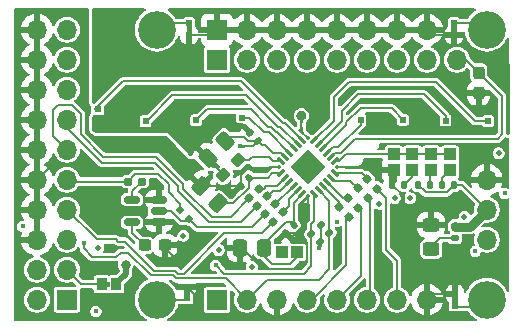
<source format=gtl>
G04 #@! TF.GenerationSoftware,KiCad,Pcbnew,9.0.4*
G04 #@! TF.CreationDate,2025-08-20T19:30:37-04:00*
G04 #@! TF.ProjectId,tac5212_audio_board_single_ended,74616335-3231-4325-9f61-7564696f5f62,rev?*
G04 #@! TF.SameCoordinates,Original*
G04 #@! TF.FileFunction,Copper,L1,Top*
G04 #@! TF.FilePolarity,Positive*
%FSLAX46Y46*%
G04 Gerber Fmt 4.6, Leading zero omitted, Abs format (unit mm)*
G04 Created by KiCad (PCBNEW 9.0.4) date 2025-08-20 19:30:37*
%MOMM*%
%LPD*%
G01*
G04 APERTURE LIST*
G04 Aperture macros list*
%AMRoundRect*
0 Rectangle with rounded corners*
0 $1 Rounding radius*
0 $2 $3 $4 $5 $6 $7 $8 $9 X,Y pos of 4 corners*
0 Add a 4 corners polygon primitive as box body*
4,1,4,$2,$3,$4,$5,$6,$7,$8,$9,$2,$3,0*
0 Add four circle primitives for the rounded corners*
1,1,$1+$1,$2,$3*
1,1,$1+$1,$4,$5*
1,1,$1+$1,$6,$7*
1,1,$1+$1,$8,$9*
0 Add four rect primitives between the rounded corners*
20,1,$1+$1,$2,$3,$4,$5,0*
20,1,$1+$1,$4,$5,$6,$7,0*
20,1,$1+$1,$6,$7,$8,$9,0*
20,1,$1+$1,$8,$9,$2,$3,0*%
%AMRotRect*
0 Rectangle, with rotation*
0 The origin of the aperture is its center*
0 $1 length*
0 $2 width*
0 $3 Rotation angle, in degrees counterclockwise*
0 Add horizontal line*
21,1,$1,$2,0,0,$3*%
G04 Aperture macros list end*
G04 #@! TA.AperFunction,EtchedComponent*
%ADD10C,0.000000*%
G04 #@! TD*
G04 #@! TA.AperFunction,SMDPad,CuDef*
%ADD11RoundRect,0.160000X-0.252791X0.026517X0.026517X-0.252791X0.252791X-0.026517X-0.026517X0.252791X0*%
G04 #@! TD*
G04 #@! TA.AperFunction,SMDPad,CuDef*
%ADD12RoundRect,0.135000X-0.226274X-0.035355X-0.035355X-0.226274X0.226274X0.035355X0.035355X0.226274X0*%
G04 #@! TD*
G04 #@! TA.AperFunction,ComponentPad*
%ADD13R,1.700000X1.700000*%
G04 #@! TD*
G04 #@! TA.AperFunction,ComponentPad*
%ADD14O,1.700000X1.700000*%
G04 #@! TD*
G04 #@! TA.AperFunction,ComponentPad*
%ADD15C,3.200000*%
G04 #@! TD*
G04 #@! TA.AperFunction,ComponentPad*
%ADD16C,0.500000*%
G04 #@! TD*
G04 #@! TA.AperFunction,SMDPad,CuDef*
%ADD17R,1.000000X1.000000*%
G04 #@! TD*
G04 #@! TA.AperFunction,SMDPad,CuDef*
%ADD18RoundRect,0.250000X0.337500X0.475000X-0.337500X0.475000X-0.337500X-0.475000X0.337500X-0.475000X0*%
G04 #@! TD*
G04 #@! TA.AperFunction,SMDPad,CuDef*
%ADD19RoundRect,0.160000X0.026517X0.252791X-0.252791X-0.026517X-0.026517X-0.252791X0.252791X0.026517X0*%
G04 #@! TD*
G04 #@! TA.AperFunction,SMDPad,CuDef*
%ADD20RoundRect,0.140000X0.219203X0.021213X0.021213X0.219203X-0.219203X-0.021213X-0.021213X-0.219203X0*%
G04 #@! TD*
G04 #@! TA.AperFunction,SMDPad,CuDef*
%ADD21RoundRect,0.250000X0.574524X0.097227X0.097227X0.574524X-0.574524X-0.097227X-0.097227X-0.574524X0*%
G04 #@! TD*
G04 #@! TA.AperFunction,SMDPad,CuDef*
%ADD22RoundRect,0.150000X0.512500X0.150000X-0.512500X0.150000X-0.512500X-0.150000X0.512500X-0.150000X0*%
G04 #@! TD*
G04 #@! TA.AperFunction,SMDPad,CuDef*
%ADD23RoundRect,0.135000X-0.185000X0.135000X-0.185000X-0.135000X0.185000X-0.135000X0.185000X0.135000X0*%
G04 #@! TD*
G04 #@! TA.AperFunction,SMDPad,CuDef*
%ADD24R,0.508000X0.500000*%
G04 #@! TD*
G04 #@! TA.AperFunction,SMDPad,CuDef*
%ADD25R,0.508000X0.508000*%
G04 #@! TD*
G04 #@! TA.AperFunction,SMDPad,CuDef*
%ADD26RoundRect,0.237500X-0.237500X0.300000X-0.237500X-0.300000X0.237500X-0.300000X0.237500X0.300000X0*%
G04 #@! TD*
G04 #@! TA.AperFunction,SMDPad,CuDef*
%ADD27RoundRect,0.140000X-0.021213X0.219203X-0.219203X0.021213X0.021213X-0.219203X0.219203X-0.021213X0*%
G04 #@! TD*
G04 #@! TA.AperFunction,SMDPad,CuDef*
%ADD28RoundRect,0.250000X-0.097227X0.574524X-0.574524X0.097227X0.097227X-0.574524X0.574524X-0.097227X0*%
G04 #@! TD*
G04 #@! TA.AperFunction,SMDPad,CuDef*
%ADD29RoundRect,0.250000X-0.450000X0.325000X-0.450000X-0.325000X0.450000X-0.325000X0.450000X0.325000X0*%
G04 #@! TD*
G04 #@! TA.AperFunction,SMDPad,CuDef*
%ADD30RoundRect,0.062500X-0.185616X-0.274004X0.274004X0.185616X0.185616X0.274004X-0.274004X-0.185616X0*%
G04 #@! TD*
G04 #@! TA.AperFunction,SMDPad,CuDef*
%ADD31RoundRect,0.062500X0.185616X-0.274004X0.274004X-0.185616X-0.185616X0.274004X-0.274004X0.185616X0*%
G04 #@! TD*
G04 #@! TA.AperFunction,SMDPad,CuDef*
%ADD32RotRect,2.100000X2.100000X45.000000*%
G04 #@! TD*
G04 #@! TA.AperFunction,SMDPad,CuDef*
%ADD33RoundRect,0.062500X0.000000X-0.088388X0.088388X0.000000X0.000000X0.088388X-0.088388X0.000000X0*%
G04 #@! TD*
G04 #@! TA.AperFunction,SMDPad,CuDef*
%ADD34RotRect,0.508000X0.508000X315.000000*%
G04 #@! TD*
G04 #@! TA.AperFunction,SMDPad,CuDef*
%ADD35R,0.954000X1.000000*%
G04 #@! TD*
G04 #@! TA.AperFunction,SMDPad,CuDef*
%ADD36RoundRect,0.237500X-0.300000X-0.237500X0.300000X-0.237500X0.300000X0.237500X-0.300000X0.237500X0*%
G04 #@! TD*
G04 #@! TA.AperFunction,SMDPad,CuDef*
%ADD37RoundRect,0.135000X-0.135000X-0.185000X0.135000X-0.185000X0.135000X0.185000X-0.135000X0.185000X0*%
G04 #@! TD*
G04 #@! TA.AperFunction,SMDPad,CuDef*
%ADD38RoundRect,0.237500X-0.044194X-0.380070X0.380070X0.044194X0.044194X0.380070X-0.380070X-0.044194X0*%
G04 #@! TD*
G04 #@! TA.AperFunction,SMDPad,CuDef*
%ADD39RoundRect,0.135000X0.135000X0.185000X-0.135000X0.185000X-0.135000X-0.185000X0.135000X-0.185000X0*%
G04 #@! TD*
G04 #@! TA.AperFunction,SMDPad,CuDef*
%ADD40C,0.200000*%
G04 #@! TD*
G04 #@! TA.AperFunction,SMDPad,CuDef*
%ADD41RoundRect,0.160000X0.197500X0.160000X-0.197500X0.160000X-0.197500X-0.160000X0.197500X-0.160000X0*%
G04 #@! TD*
G04 #@! TA.AperFunction,SMDPad,CuDef*
%ADD42RoundRect,0.135000X0.226274X0.035355X0.035355X0.226274X-0.226274X-0.035355X-0.035355X-0.226274X0*%
G04 #@! TD*
G04 #@! TA.AperFunction,ComponentPad*
%ADD43R,0.500000X0.500000*%
G04 #@! TD*
G04 #@! TA.AperFunction,ViaPad*
%ADD44C,0.450000*%
G04 #@! TD*
G04 #@! TA.AperFunction,ViaPad*
%ADD45C,0.800000*%
G04 #@! TD*
G04 #@! TA.AperFunction,Conductor*
%ADD46C,0.200000*%
G04 #@! TD*
G04 #@! TA.AperFunction,Conductor*
%ADD47C,0.500000*%
G04 #@! TD*
G04 #@! TA.AperFunction,Conductor*
%ADD48C,0.750000*%
G04 #@! TD*
G04 #@! TA.AperFunction,Conductor*
%ADD49C,0.250000*%
G04 #@! TD*
G04 APERTURE END LIST*
G04 #@! TA.AperFunction,EtchedComponent*
G04 #@! TO.C,E108*
G36*
X12671000Y22621000D02*
G01*
X13129000Y22621000D01*
X13129000Y23196000D01*
X12671000Y23196000D01*
X12671000Y22621000D01*
G37*
G04 #@! TD.AperFunction*
G04 #@! TA.AperFunction,EtchedComponent*
G04 #@! TO.C,E109*
G36*
X35071000Y22621000D02*
G01*
X35529000Y22621000D01*
X35529000Y23196000D01*
X35071000Y23196000D01*
X35071000Y22621000D01*
G37*
G04 #@! TD.AperFunction*
D10*
G04 #@! TA.AperFunction,EtchedComponent*
G04 #@! TO.C,5V108*
G36*
X6225000Y1100000D02*
G01*
X5975000Y1100000D01*
X5975000Y1500000D01*
X6225000Y1500000D01*
X6225000Y1100000D01*
G37*
G04 #@! TD.AperFunction*
G04 #@! TA.AperFunction,EtchedComponent*
G04 #@! TO.C,G118*
G36*
X35171000Y-279000D02*
G01*
X35629000Y-279000D01*
X35629000Y296000D01*
X35171000Y296000D01*
X35171000Y-279000D01*
G37*
G04 #@! TD.AperFunction*
G04 #@! TA.AperFunction,EtchedComponent*
G04 #@! TO.C,NT109*
G36*
X18025000Y12900000D02*
G01*
X17575000Y12900000D01*
X17575000Y13100000D01*
X18025000Y13100000D01*
X18025000Y12900000D01*
G37*
G04 #@! TD.AperFunction*
G04 #@! TA.AperFunction,EtchedComponent*
G04 #@! TO.C,G117*
G36*
X12471000Y321000D02*
G01*
X12929000Y321000D01*
X12929000Y896000D01*
X12471000Y896000D01*
X12471000Y321000D01*
G37*
G04 #@! TD.AperFunction*
G04 #@! TD*
D11*
G04 #@! TO.P,R113,1*
G04 #@! TO.N,GPIO2*
X27222496Y7777504D03*
G04 #@! TO.P,R113,2*
G04 #@! TO.N,Net-(TAC5212-GPIO2)*
X26377504Y8622496D03*
G04 #@! TD*
D12*
G04 #@! TO.P,R121,1*
G04 #@! TO.N,5212_SCL*
X23239376Y5560624D03*
G04 #@! TO.P,R121,2*
G04 #@! TO.N,Net-(PU_EN108-Pad1)*
X23960624Y4839376D03*
G04 #@! TD*
D13*
G04 #@! TO.P,board_outline108,1,HELD_HIGH*
G04 #@! TO.N,EN_HELD_HIGH*
X2537500Y0D03*
D14*
G04 #@! TO.P,board_outline108,2,HELD_LOW*
G04 #@! TO.N,unconnected-(board_outline108-HELD_LOW-Pad2)*
X-2500Y0D03*
G04 #@! TO.P,board_outline108,3,5V*
G04 #@! TO.N,Net-(5V108-Pad2)*
X2537500Y2540000D03*
G04 #@! TO.P,board_outline108,4,GNDD*
G04 #@! TO.N,3.3v_IDE*
X-2500Y2540000D03*
G04 #@! TO.P,board_outline108,5,12V*
G04 #@! TO.N,unconnected-(board_outline108-12V-Pad5)*
X2537500Y5080000D03*
G04 #@! TO.P,board_outline108,6,GNDD*
G04 #@! TO.N,GNDD*
X-2500Y5080000D03*
G04 #@! TO.P,board_outline108,7,DSP_DOUT*
G04 #@! TO.N,5212_DIN1*
X2537500Y7620000D03*
G04 #@! TO.P,board_outline108,8,GNDD*
G04 #@! TO.N,GNDD*
X-2500Y7620000D03*
G04 #@! TO.P,board_outline108,9,DSP_DIN*
G04 #@! TO.N,5212_DOUT1+*
X2537500Y10160000D03*
G04 #@! TO.P,board_outline108,10,GNDD*
G04 #@! TO.N,GNDD*
X-2500Y10160000D03*
G04 #@! TO.P,board_outline108,11,BCLK*
G04 #@! TO.N,5212_BCLK1*
X2537500Y12700000D03*
G04 #@! TO.P,board_outline108,12,GNDD*
G04 #@! TO.N,GNDD*
X-2500Y12700000D03*
G04 #@! TO.P,board_outline108,13,LRCK*
G04 #@! TO.N,5212_LRCK1*
X2537500Y15240000D03*
G04 #@! TO.P,board_outline108,14,GNDD*
G04 #@! TO.N,GNDD*
X-2500Y15240000D03*
G04 #@! TO.P,board_outline108,15,SDA*
G04 #@! TO.N,DSP_SDA*
X2537500Y17780000D03*
G04 #@! TO.P,board_outline108,16,GNDD*
G04 #@! TO.N,GNDD*
X-2500Y17780000D03*
G04 #@! TO.P,board_outline108,17,SCL*
G04 #@! TO.N,DSP_SCL*
X2537500Y20320000D03*
G04 #@! TO.P,board_outline108,18,GNDD*
G04 #@! TO.N,GNDD*
X-2500Y20320000D03*
G04 #@! TO.P,board_outline108,19,MCLK*
G04 #@! TO.N,5212_MCLK1*
X2537500Y22860000D03*
G04 #@! TO.P,board_outline108,20,GNDD*
G04 #@! TO.N,GNDD*
X-2500Y22860000D03*
D13*
G04 #@! TO.P,board_outline108,21,OUTP*
G04 #@! TO.N,OUT1P+*
X15247500Y20315000D03*
G04 #@! TO.P,board_outline108,22,AGND*
G04 #@! TO.N,Earth*
X15247500Y22855000D03*
D14*
G04 #@! TO.P,board_outline108,23,OUT1M*
G04 #@! TO.N,OUT1M+*
X17787500Y20315000D03*
G04 #@! TO.P,board_outline108,24,AGND*
G04 #@! TO.N,Earth*
X17787500Y22855000D03*
G04 #@! TO.P,board_outline108,25,OUT2P*
G04 #@! TO.N,OUT2P+*
X20327500Y20315000D03*
G04 #@! TO.P,board_outline108,26,AGND*
G04 #@! TO.N,Earth*
X20327500Y22855000D03*
G04 #@! TO.P,board_outline108,27,OUT2M*
G04 #@! TO.N,OUT2M+*
X22867500Y20315000D03*
G04 #@! TO.P,board_outline108,28,AGND*
G04 #@! TO.N,Earth*
X22867500Y22855000D03*
G04 #@! TO.P,board_outline108,29,IN1P*
G04 #@! TO.N,IN1P+*
X25407500Y20315000D03*
G04 #@! TO.P,board_outline108,30,AGND*
G04 #@! TO.N,Earth*
X25407500Y22855000D03*
G04 #@! TO.P,board_outline108,31,IN1M*
G04 #@! TO.N,IN1M+*
X27947500Y20315000D03*
G04 #@! TO.P,board_outline108,32,AGND*
G04 #@! TO.N,Earth*
X27947500Y22855000D03*
G04 #@! TO.P,board_outline108,33,IN2P*
G04 #@! TO.N,IN2P+*
X30487500Y20315000D03*
G04 #@! TO.P,board_outline108,34,AGND*
G04 #@! TO.N,Earth*
X30487500Y22855000D03*
G04 #@! TO.P,board_outline108,35,IN2M*
G04 #@! TO.N,IN2M+*
X33027500Y20315000D03*
G04 #@! TO.P,board_outline108,36,AGND*
G04 #@! TO.N,Earth*
X33027500Y22855000D03*
D13*
G04 #@! TO.P,board_outline108,37,SCL*
G04 #@! TO.N,5212_SCL*
X15247500Y-5000D03*
D14*
G04 #@! TO.P,board_outline108,38,SDA*
G04 #@! TO.N,5212_SDA*
X17787500Y-5000D03*
G04 #@! TO.P,board_outline108,39,GNDD*
G04 #@! TO.N,GNDD*
X20327500Y-5000D03*
G04 #@! TO.P,board_outline108,40,GPIO1*
G04 #@! TO.N,GPIO1*
X22867500Y-5000D03*
G04 #@! TO.P,board_outline108,41,GPIO2*
G04 #@! TO.N,GPIO2*
X25407500Y-5000D03*
G04 #@! TO.P,board_outline108,42,GPO1*
G04 #@! TO.N,GPO1*
X27947500Y-5000D03*
G04 #@! TO.P,board_outline108,43,GPI1*
G04 #@! TO.N,GPI1*
X30487500Y-5000D03*
G04 #@! TO.P,board_outline108,44,GNDD*
G04 #@! TO.N,GNDD*
X33027500Y-5000D03*
G04 #@! TO.P,board_outline108,45,5V*
G04 #@! TO.N,5V*
X38092500Y5075000D03*
G04 #@! TO.P,board_outline108,46,3.3V*
G04 #@! TO.N,3.3V_LDO*
X38092500Y7615000D03*
G04 #@! TO.P,board_outline108,47,GNDD*
G04 #@! TO.N,GNDD*
X38092500Y10155000D03*
G04 #@! TO.P,board_outline108,48,MIC_BIAS*
G04 #@! TO.N,MICBIAS*
X35552500Y20315000D03*
D15*
G04 #@! TO.P,board_outline108,49,AGND*
G04 #@! TO.N,Net-(E108-Pad2)*
X10152500Y22855000D03*
G04 #@! TO.P,board_outline108,50,AGND*
G04 #@! TO.N,Net-(E109-Pad2)*
X38092500Y22855000D03*
G04 #@! TO.P,board_outline108,51,DGND*
G04 #@! TO.N,Net-(G117-Pad1)*
X10152500Y-5000D03*
G04 #@! TO.P,board_outline108,52,DGND*
G04 #@! TO.N,Net-(G118-Pad1)*
X38092500Y-5000D03*
G04 #@! TD*
D16*
G04 #@! TO.P,G110,1,1*
G04 #@! TO.N,Earth*
X30300000Y8600000D03*
G04 #@! TD*
D17*
G04 #@! TO.P,ADD108,1,1*
G04 #@! TO.N,GNDD*
X30200000Y11000000D03*
G04 #@! TO.P,ADD108,2,2*
G04 #@! TO.N,Net-(TAC5212-ADDR)*
X30200000Y12300000D03*
G04 #@! TD*
D11*
G04 #@! TO.P,R112,1*
G04 #@! TO.N,GPO1*
X28022496Y8577504D03*
G04 #@! TO.P,R112,2*
G04 #@! TO.N,Net-(TAC5212-GPO1)*
X27177504Y9422496D03*
G04 #@! TD*
D18*
G04 #@! TO.P,C111,1*
G04 #@! TO.N,3.3v_IDE*
X19237500Y4400000D03*
G04 #@! TO.P,C111,2*
G04 #@! TO.N,GNDD*
X17162500Y4400000D03*
G04 #@! TD*
D11*
G04 #@! TO.P,R114,1*
G04 #@! TO.N,GPIO1*
X26422496Y6977504D03*
G04 #@! TO.P,R114,2*
G04 #@! TO.N,Net-(TAC5212-GPIO1)*
X25577504Y7822496D03*
G04 #@! TD*
D19*
G04 #@! TO.P,R115,1*
G04 #@! TO.N,5212_LRCK1*
X18645334Y7891296D03*
G04 #@! TO.P,R115,2*
G04 #@! TO.N,Net-(TAC5212-FSYNC)*
X19490326Y8736288D03*
G04 #@! TD*
D17*
G04 #@! TO.P,ADD112,1,1*
G04 #@! TO.N,Net-(ADD112-Pad1)*
X31800000Y11000000D03*
G04 #@! TO.P,ADD112,2,2*
G04 #@! TO.N,Net-(TAC5212-ADDR)*
X31800000Y12300000D03*
G04 #@! TD*
D20*
G04 #@! TO.P,C109,1*
G04 #@! TO.N,3.3V_THIN*
X18739411Y13460589D03*
G04 #@! TO.P,C109,2*
G04 #@! TO.N,Earth*
X18060589Y14139411D03*
G04 #@! TD*
D17*
G04 #@! TO.P,ADD110,1,1*
G04 #@! TO.N,Net-(ADD110-Pad1)*
X33400000Y11000000D03*
G04 #@! TO.P,ADD110,2,2*
G04 #@! TO.N,Net-(TAC5212-ADDR)*
X33400000Y12300000D03*
G04 #@! TD*
D21*
G04 #@! TO.P,C115,1*
G04 #@! TO.N,Net-(TAC5212-DREG)*
X15333623Y8166377D03*
G04 #@! TO.P,C115,2*
G04 #@! TO.N,GNDD*
X13866377Y9633623D03*
G04 #@! TD*
D16*
G04 #@! TO.P,G109,1,1*
G04 #@! TO.N,Earth*
X12400000Y5400000D03*
G04 #@! TD*
G04 #@! TO.P,G112,1,1*
G04 #@! TO.N,Earth*
X31600000Y8600000D03*
G04 #@! TD*
D22*
G04 #@! TO.P,U108,1,OE*
G04 #@! TO.N,GNDD*
X10337500Y6550000D03*
G04 #@! TO.P,U108,2,A*
G04 #@! TO.N,5212_DOUT1*
X10337500Y7500000D03*
G04 #@! TO.P,U108,3,GND*
G04 #@! TO.N,GNDD*
X10337500Y8450000D03*
G04 #@! TO.P,U108,4,Y*
G04 #@! TO.N,Net-(U108-Y)*
X8062500Y8450000D03*
G04 #@! TO.P,U108,5,VCC*
G04 #@! TO.N,3.3v_IDE*
X8062500Y6550000D03*
G04 #@! TD*
D19*
G04 #@! TO.P,R118,1*
G04 #@! TO.N,5212_DIN1*
X19988837Y6547793D03*
G04 #@! TO.P,R118,2*
G04 #@! TO.N,Net-(TAC5212-DIN)*
X20833829Y7392785D03*
G04 #@! TD*
D16*
G04 #@! TO.P,G111,1,1*
G04 #@! TO.N,Earth*
X5200000Y4400000D03*
G04 #@! TD*
G04 #@! TO.P,G113,1,1*
G04 #@! TO.N,Earth*
X15400000Y4200000D03*
G04 #@! TD*
D23*
G04 #@! TO.P,R126,1*
G04 #@! TO.N,3.3V_LDO*
X35400000Y6210000D03*
G04 #@! TO.P,R126,2*
G04 #@! TO.N,Net-(D116-A)*
X35400000Y5190000D03*
G04 #@! TD*
D24*
G04 #@! TO.P,E108,1,1*
G04 #@! TO.N,Earth*
X12900000Y22396000D03*
D25*
G04 #@! TO.P,E108,2,2*
G04 #@! TO.N,Net-(E108-Pad2)*
X12900000Y23400000D03*
G04 #@! TD*
D26*
G04 #@! TO.P,C118,1*
G04 #@! TO.N,MICBIAS*
X37400000Y19212500D03*
G04 #@! TO.P,C118,2*
G04 #@! TO.N,Earth*
X37400000Y17487500D03*
G04 #@! TD*
D27*
G04 #@! TO.P,C116,1*
G04 #@! TO.N,Net-(TAC5212-DREG)*
X17939411Y10339411D03*
G04 #@! TO.P,C116,2*
G04 #@! TO.N,GNDD*
X17260589Y9660589D03*
G04 #@! TD*
D28*
G04 #@! TO.P,C108,1*
G04 #@! TO.N,3.3V_THIN*
X15933623Y13433623D03*
G04 #@! TO.P,C108,2*
G04 #@! TO.N,Earth*
X14466377Y11966377D03*
G04 #@! TD*
D29*
G04 #@! TO.P,D116,1,K*
G04 #@! TO.N,GNDD*
X33375000Y6350000D03*
G04 #@! TO.P,D116,2,A*
G04 #@! TO.N,Net-(D116-A)*
X33375000Y4300000D03*
G04 #@! TD*
D30*
G04 #@! TO.P,TAC5212,1,DREG*
G04 #@! TO.N,Net-(TAC5212-DREG)*
X20679775Y10692995D03*
G04 #@! TO.P,TAC5212,2,BCLK*
G04 #@! TO.N,Net-(TAC5212-BCLK)*
X21033328Y10339441D03*
G04 #@! TO.P,TAC5212,3,FSYNC*
G04 #@! TO.N,Net-(TAC5212-FSYNC)*
X21386882Y9985888D03*
G04 #@! TO.P,TAC5212,4,DOUT*
G04 #@! TO.N,Net-(TAC5212-DOUT)*
X21740435Y9632335D03*
G04 #@! TO.P,TAC5212,5,DIN*
G04 #@! TO.N,Net-(TAC5212-DIN)*
X22093988Y9278781D03*
G04 #@! TO.P,TAC5212,6,IOVDD*
G04 #@! TO.N,3.3v_IDE*
X22447542Y8925228D03*
D31*
G04 #@! TO.P,TAC5212,7,SCL*
G04 #@! TO.N,5212_SCL*
X23490524Y8925228D03*
G04 #@! TO.P,TAC5212,8,SDA*
G04 #@! TO.N,5212_SDA*
X23844078Y9278781D03*
G04 #@! TO.P,TAC5212,9,GPIO1*
G04 #@! TO.N,Net-(TAC5212-GPIO1)*
X24197631Y9632335D03*
G04 #@! TO.P,TAC5212,10,GPIO2*
G04 #@! TO.N,Net-(TAC5212-GPIO2)*
X24551184Y9985888D03*
G04 #@! TO.P,TAC5212,11,GPO1*
G04 #@! TO.N,Net-(TAC5212-GPO1)*
X24904738Y10339441D03*
G04 #@! TO.P,TAC5212,12,GPI1*
G04 #@! TO.N,Net-(TAC5212-GPI1)*
X25258291Y10692995D03*
D30*
G04 #@! TO.P,TAC5212,13,ADDR*
G04 #@! TO.N,Net-(TAC5212-ADDR)*
X25258291Y11735977D03*
G04 #@! TO.P,TAC5212,14,MICBIAS*
G04 #@! TO.N,MICBIAS*
X24904738Y12089531D03*
G04 #@! TO.P,TAC5212,15,IN1P*
G04 #@! TO.N,IN1P*
X24551184Y12443084D03*
G04 #@! TO.P,TAC5212,16,IN1M*
G04 #@! TO.N,IN1M*
X24197631Y12796637D03*
G04 #@! TO.P,TAC5212,17,IN2P*
G04 #@! TO.N,IN2P*
X23844078Y13150191D03*
G04 #@! TO.P,TAC5212,18,IN2M*
G04 #@! TO.N,IN2M*
X23490524Y13503744D03*
D31*
G04 #@! TO.P,TAC5212,19,OUT1M*
G04 #@! TO.N,OUT1M*
X22447542Y13503744D03*
G04 #@! TO.P,TAC5212,20,OUT1P*
G04 #@! TO.N,OUT1P*
X22093988Y13150191D03*
G04 #@! TO.P,TAC5212,21,OUT2P*
G04 #@! TO.N,OUT2P*
X21740435Y12796637D03*
G04 #@! TO.P,TAC5212,22,OUT2M*
G04 #@! TO.N,OUT2M*
X21386882Y12443084D03*
G04 #@! TO.P,TAC5212,23,AVDD*
G04 #@! TO.N,3.3V_THIN*
X21033328Y12089531D03*
G04 #@! TO.P,TAC5212,24,VREF*
G04 #@! TO.N,Net-(TAC5212-VREF)*
X20679775Y11735977D03*
D16*
G04 #@! TO.P,TAC5212,25,VSS*
G04 #@! TO.N,GNDD*
X22474058Y10719511D03*
X22474058Y11709461D03*
X22969033Y11214486D03*
D32*
X22969033Y11214486D03*
D16*
X23464008Y10719511D03*
X23464008Y11709461D03*
D33*
G04 #@! TO.P,TAC5212,A1,VSS*
X20536586Y11214486D03*
G04 #@! TO.P,TAC5212,A2,VSS*
X22969033Y8782039D03*
G04 #@! TO.P,TAC5212,A3,VSS*
X25401480Y11214486D03*
G04 #@! TO.P,TAC5212,A4,VSS*
X22969033Y13646933D03*
G04 #@! TD*
D27*
G04 #@! TO.P,C112,1*
G04 #@! TO.N,3.3v_IDE*
X21739411Y6339411D03*
G04 #@! TO.P,C112,2*
G04 #@! TO.N,GNDD*
X21060589Y5660589D03*
G04 #@! TD*
D24*
G04 #@! TO.P,E109,1,1*
G04 #@! TO.N,Earth*
X35300000Y22396000D03*
D25*
G04 #@! TO.P,E109,2,2*
G04 #@! TO.N,Net-(E109-Pad2)*
X35300000Y23400000D03*
G04 #@! TD*
D17*
G04 #@! TO.P,ADD111,1,1*
G04 #@! TO.N,Net-(ADD111-Pad1)*
X35000000Y11000000D03*
G04 #@! TO.P,ADD111,2,2*
G04 #@! TO.N,Net-(TAC5212-ADDR)*
X35000000Y12300000D03*
G04 #@! TD*
D34*
G04 #@! TO.P,DOUT108,1,1*
G04 #@! TO.N,5212_DOUT1*
X12853553Y6846447D03*
G04 #@! TO.P,DOUT108,2,2*
G04 #@! TO.N,5212_DOUT1+*
X12146447Y7553553D03*
G04 #@! TD*
D11*
G04 #@! TO.P,R110,1*
G04 #@! TO.N,GPI1*
X28822496Y9377504D03*
G04 #@! TO.P,R110,2*
G04 #@! TO.N,Net-(TAC5212-GPI1)*
X27977504Y10222496D03*
G04 #@! TD*
D35*
G04 #@! TO.P,5V108,1,1*
G04 #@! TO.N,5V*
X6677000Y1300000D03*
G04 #@! TO.P,5V108,2,2*
G04 #@! TO.N,Net-(5V108-Pad2)*
X5525013Y1299999D03*
G04 #@! TD*
D36*
G04 #@! TO.P,C128,1*
G04 #@! TO.N,3.3v_IDE*
X9137500Y4600000D03*
G04 #@! TO.P,C128,2*
G04 #@! TO.N,GNDD*
X10862500Y4600000D03*
G04 #@! TD*
D37*
G04 #@! TO.P,R123,1*
G04 #@! TO.N,Net-(ADD111-Pad1)*
X34290000Y9700000D03*
G04 #@! TO.P,R123,2*
G04 #@! TO.N,3.3V_LDO*
X35310000Y9700000D03*
G04 #@! TD*
D38*
G04 #@! TO.P,C119,1*
G04 #@! TO.N,Earth*
X15790120Y10590120D03*
G04 #@! TO.P,C119,2*
G04 #@! TO.N,Net-(TAC5212-VREF)*
X17009880Y11809880D03*
G04 #@! TD*
D39*
G04 #@! TO.P,R124,1*
G04 #@! TO.N,Net-(ADD112-Pad1)*
X31110000Y9700000D03*
G04 #@! TO.P,R124,2*
G04 #@! TO.N,GNDD*
X30090000Y9700000D03*
G04 #@! TD*
D19*
G04 #@! TO.P,R119,1*
G04 #@! TO.N,5212_BCLK1*
X17973583Y8563048D03*
G04 #@! TO.P,R119,2*
G04 #@! TO.N,Net-(TAC5212-BCLK)*
X18818575Y9408040D03*
G04 #@! TD*
D17*
G04 #@! TO.P,PU_EN108,1,1*
G04 #@! TO.N,Net-(PU_EN108-Pad1)*
X20750000Y4000000D03*
G04 #@! TO.P,PU_EN108,2,2*
G04 #@! TO.N,3.3v_IDE*
X22050000Y4000000D03*
G04 #@! TD*
D19*
G04 #@! TO.P,R117,1*
G04 #@! TO.N,5212_DOUT1*
X19317086Y7219545D03*
G04 #@! TO.P,R117,2*
G04 #@! TO.N,Net-(TAC5212-DOUT)*
X20162078Y8064537D03*
G04 #@! TD*
D24*
G04 #@! TO.P,G118,1,1*
G04 #@! TO.N,Net-(G118-Pad1)*
X35400000Y-504000D03*
D25*
G04 #@! TO.P,G118,2,2*
G04 #@! TO.N,GNDD*
X35400000Y500000D03*
G04 #@! TD*
D39*
G04 #@! TO.P,R122,1*
G04 #@! TO.N,Net-(ADD110-Pad1)*
X33310000Y9700000D03*
G04 #@! TO.P,R122,2*
G04 #@! TO.N,3.3V_LDO*
X32290000Y9700000D03*
G04 #@! TD*
D40*
G04 #@! TO.P,NT109,1,1*
G04 #@! TO.N,3.3V_LDO*
X17575000Y13000000D03*
G04 #@! TO.P,NT109,2,2*
G04 #@! TO.N,3.3V_THIN*
X18025000Y13000000D03*
G04 #@! TD*
D16*
G04 #@! TO.P,G115,1,1*
G04 #@! TO.N,Earth*
X18200000Y2800000D03*
G04 #@! TD*
G04 #@! TO.P,G114,1,1*
G04 #@! TO.N,Earth*
X36200000Y7000000D03*
G04 #@! TD*
D41*
G04 #@! TO.P,R125,1*
G04 #@! TO.N,5212_DOUT1+*
X7702500Y10000000D03*
G04 #@! TO.P,R125,2*
G04 #@! TO.N,Net-(U108-Y)*
X8897500Y10000000D03*
G04 #@! TD*
D24*
G04 #@! TO.P,G117,1,1*
G04 #@! TO.N,Net-(G117-Pad1)*
X12700000Y96000D03*
D25*
G04 #@! TO.P,G117,2,2*
G04 #@! TO.N,GNDD*
X12700000Y1100000D03*
G04 #@! TD*
D16*
G04 #@! TO.P,G116,1,1*
G04 #@! TO.N,Earth*
X39100000Y12400000D03*
G04 #@! TD*
G04 #@! TO.P,G108,1,1*
G04 #@! TO.N,Earth*
X29000000Y8100000D03*
G04 #@! TD*
D42*
G04 #@! TO.P,R120,1*
G04 #@! TO.N,5212_SDA*
X24760624Y5639376D03*
G04 #@! TO.P,R120,2*
G04 #@! TO.N,Net-(PU_EN108-Pad1)*
X24039376Y6360624D03*
G04 #@! TD*
D43*
G04 #@! TO.P,OP2,2,2*
G04 #@! TO.N,OUT2P*
X13500000Y15175000D03*
G04 #@! TD*
G04 #@! TO.P,INP2,2,2*
G04 #@! TO.N,IN2P*
X34600000Y15165000D03*
G04 #@! TD*
G04 #@! TO.P,INM2,2,2*
G04 #@! TO.N,IN2M*
X38200000Y15117500D03*
G04 #@! TD*
G04 #@! TO.P,OM2,2,2*
G04 #@! TO.N,OUT2M*
X17400000Y15400000D03*
G04 #@! TD*
G04 #@! TO.P,OP1,2,2*
G04 #@! TO.N,OUT1P*
X9200000Y15100000D03*
G04 #@! TD*
G04 #@! TO.P,INM1,2,2*
G04 #@! TO.N,IN1M*
X31000000Y15237500D03*
G04 #@! TD*
G04 #@! TO.P,OM1,2,2*
G04 #@! TO.N,OUT1M*
X5200000Y16100000D03*
G04 #@! TD*
G04 #@! TO.P,INP1,2,2*
G04 #@! TO.N,IN1P*
X27400000Y15175000D03*
G04 #@! TD*
D44*
G04 #@! TO.N,GNDD*
X6200000Y7800000D03*
X25400000Y4200000D03*
X12600000Y-1200000D03*
D45*
X22400000Y15575000D03*
D44*
X5450000Y10600000D03*
X32600000Y8000000D03*
X6563425Y4321087D03*
X11200000Y12600000D03*
X28800000Y7200000D03*
X30400000Y5000000D03*
X17200000Y4500000D03*
X29000000Y11400000D03*
X12206587Y3020000D03*
X38000000Y3600000D03*
X6400000Y-1000000D03*
G04 #@! TO.N,5V*
X37108750Y4091250D03*
D45*
X7514682Y2940000D03*
D44*
G04 #@! TO.N,Earth*
X7800000Y16800000D03*
X7600000Y21600000D03*
X5000000Y-1000000D03*
X16424739Y14837337D03*
X39600000Y9000000D03*
X9400000Y19400000D03*
X7600000Y24200000D03*
X20953490Y17950334D03*
X24400000Y18400000D03*
X38500000Y20200000D03*
X35350000Y17950000D03*
G04 #@! TO.N,EN_HELD_HIGH*
X25400000Y6600000D03*
G04 #@! TO.N,5212_SCL*
X15134085Y2900000D03*
G04 #@! TO.N,5212_SDA*
X3962790Y4813448D03*
G04 #@! TO.N,3.3V_LDO*
X17200000Y13000000D03*
G04 #@! TO.N,GPI1*
X-1200000Y6200000D03*
G04 #@! TO.N,Net-(PU_EN108-Pad1)*
X23904037Y4374417D03*
X20503448Y3805544D03*
G04 #@! TO.N,3.3v_IDE*
X22061982Y3851431D03*
X8000000Y6600000D03*
X9100000Y4600000D03*
G04 #@! TD*
D46*
G04 #@! TO.N,GNDD*
X13550000Y-250000D02*
X13550000Y250000D01*
X22400000Y14215966D02*
X22969033Y13646933D01*
X17233623Y9633623D02*
X17260589Y9660589D01*
X22850000Y3200000D02*
X22250000Y2600000D01*
X19739612Y11214486D02*
X19638990Y11113864D01*
X22400000Y15575000D02*
X22400000Y14215966D01*
X10862500Y4600000D02*
X10862500Y4364087D01*
X25401480Y11214486D02*
X28814486Y11214486D01*
X22250000Y2600000D02*
X19177818Y2600000D01*
X1172500Y11335000D02*
X4715000Y11335000D01*
X22969033Y8782039D02*
X22969033Y6671007D01*
X22850000Y4800000D02*
X22850000Y3200000D01*
X10862500Y4364087D02*
X12206587Y3020000D01*
X31050000Y8740000D02*
X31050000Y8150000D01*
X21989411Y5660589D02*
X22850000Y4800000D01*
X13866377Y9633623D02*
X17233623Y9633623D01*
X17260589Y10523259D02*
X17260589Y9660589D01*
X31050000Y8150000D02*
X31200000Y8000000D01*
X13550000Y250000D02*
X12700000Y1100000D01*
X17851194Y11113864D02*
X17260589Y10523259D01*
X21698026Y5400000D02*
X21321178Y5400000D01*
X12600000Y-1200000D02*
X13550000Y-250000D01*
X21321178Y5400000D02*
X21060589Y5660589D01*
X33532500Y500000D02*
X33027500Y-5000D01*
X22969033Y6671007D02*
X21698026Y5400000D01*
X-2500Y10160000D02*
X1172500Y11335000D01*
X31200000Y8000000D02*
X32600000Y8000000D01*
X19638990Y11113864D02*
X17851194Y11113864D01*
X17377818Y4400000D02*
X17162500Y4400000D01*
X21060589Y5660589D02*
X21989411Y5660589D01*
X28814486Y11214486D02*
X29000000Y11400000D01*
X35400000Y500000D02*
X33532500Y500000D01*
X20536586Y11214486D02*
X19739612Y11214486D01*
X4715000Y11335000D02*
X5450000Y10600000D01*
X19177818Y2600000D02*
X17377818Y4400000D01*
X30090000Y9700000D02*
X31050000Y8740000D01*
D47*
G04 #@! TO.N,5V*
X6652000Y1300000D02*
X7550000Y2198000D01*
X7550000Y2904682D02*
X7514682Y2940000D01*
X7550000Y2198000D02*
X7550000Y2904682D01*
D46*
G04 #@! TO.N,Earth*
X16362076Y14900000D02*
X14375000Y14900000D01*
X13150000Y13425709D02*
X14466377Y12109332D01*
X14075000Y14600000D02*
X13723681Y14600000D01*
X38400000Y19662501D02*
X38462501Y19662501D01*
X18060589Y14139411D02*
X17362663Y14837337D01*
X35300000Y22400000D02*
X33482500Y22400000D01*
X13150000Y14026319D02*
X13150000Y13425709D01*
X14375000Y14900000D02*
X14075000Y14600000D01*
X16424739Y14837337D02*
X16362076Y14900000D01*
X13723681Y14600000D02*
X13150000Y14026319D01*
X15790120Y10642634D02*
X15790120Y10590120D01*
X33482500Y22400000D02*
X33027500Y22855000D01*
X17362663Y14837337D02*
X16424739Y14837337D01*
X12900000Y22400000D02*
X14792500Y22400000D01*
X14466377Y12109332D02*
X14466377Y11966377D01*
X14466377Y11966377D02*
X15790120Y10642634D01*
X14792500Y22400000D02*
X15247500Y22855000D01*
G04 #@! TO.N,Net-(ADD110-Pad1)*
X33310000Y10910000D02*
X33400000Y11000000D01*
X33310000Y9700000D02*
X33310000Y10910000D01*
G04 #@! TO.N,Net-(ADD111-Pad1)*
X34290001Y9700000D02*
X34290001Y10290001D01*
X34290001Y10290001D02*
X35000000Y11000000D01*
G04 #@! TO.N,Net-(ADD112-Pad1)*
X31800000Y10390000D02*
X31800000Y11000000D01*
X31110000Y9700000D02*
X31800000Y10390000D01*
G04 #@! TO.N,IN2P*
X32765000Y17400000D02*
X34600000Y15565000D01*
X25800000Y16000000D02*
X27200000Y17400000D01*
X25800000Y15106113D02*
X25800000Y16000000D01*
X34600000Y15565000D02*
X34600000Y15165000D01*
X27200000Y17400000D02*
X32765000Y17400000D01*
X23844078Y13150191D02*
X25800000Y15106113D01*
G04 #@! TO.N,IN1M*
X26200000Y15000000D02*
X27400000Y16200000D01*
X26200000Y14799006D02*
X26200000Y15000000D01*
X27400000Y16200000D02*
X30037500Y16200000D01*
X24197631Y12796637D02*
X26200000Y14799006D01*
X30037500Y16200000D02*
X31000000Y15237500D01*
G04 #@! TO.N,IN1P*
X25526987Y12926987D02*
X27400000Y14800000D01*
X27400000Y14800000D02*
X27400000Y15175000D01*
X25526987Y12926987D02*
X25035087Y12926987D01*
X27400000Y15175000D02*
X27375000Y15175000D01*
X25035087Y12926987D02*
X24551184Y12443084D01*
G04 #@! TO.N,IN2M*
X33800000Y18400000D02*
X26400000Y18400000D01*
X25150000Y17150000D02*
X25150000Y15150000D01*
X23503744Y13503744D02*
X25150000Y15150000D01*
X37082500Y15117500D02*
X33800000Y18400000D01*
X23490524Y13503744D02*
X23503744Y13503744D01*
X38200000Y15117500D02*
X37082500Y15117500D01*
X26400000Y18400000D02*
X25150000Y17150000D01*
G04 #@! TO.N,OUT1P*
X17700000Y17300000D02*
X20391422Y14608578D01*
X9300000Y15118750D02*
X11481250Y17300000D01*
X20678963Y14571037D02*
X22093988Y13156012D01*
X22093988Y13156012D02*
X22093988Y13150191D01*
X20592089Y14608578D02*
X20629630Y14571037D01*
X20629630Y14571037D02*
X20678963Y14571037D01*
X11481250Y17300000D02*
X17700000Y17300000D01*
X20391422Y14608578D02*
X20592089Y14608578D01*
G04 #@! TO.N,OUT1M*
X17267767Y18500000D02*
X7300000Y18500000D01*
X20795730Y14972037D02*
X17267767Y18500000D01*
X20979249Y14972037D02*
X22447542Y13503744D01*
X20795730Y14972037D02*
X20979249Y14972037D01*
X7300000Y18500000D02*
X4900000Y16099999D01*
G04 #@! TO.N,OUT2P*
X20342422Y14207578D02*
X21740435Y12809565D01*
X13500000Y15175000D02*
X14425000Y16100000D01*
X19832900Y14600000D02*
X20225322Y14207578D01*
X18100000Y16100000D02*
X19600000Y14600000D01*
X20225322Y14207578D02*
X20342422Y14207578D01*
X19600000Y14600000D02*
X19832900Y14600000D01*
X14425000Y16100000D02*
X18100000Y16100000D01*
X21740435Y12809565D02*
X21740435Y12796637D01*
G04 #@! TO.N,OUT2M*
X18000000Y15400000D02*
X19201000Y14199000D01*
X19630966Y14199000D02*
X21386882Y12443084D01*
X17400000Y15400000D02*
X18000000Y15400000D01*
X19201000Y14199000D02*
X19630966Y14199000D01*
G04 #@! TO.N,5212_BCLK1*
X1362500Y13875000D02*
X2537500Y12700000D01*
X2939201Y16500000D02*
X1800000Y16500000D01*
X12400000Y9400000D02*
X12400000Y9800000D01*
X16422490Y7011955D02*
X14788045Y7011955D01*
X3712500Y13995467D02*
X3712500Y15726701D01*
X1800000Y16500000D02*
X1362500Y16062500D01*
X12400000Y9800000D02*
X10100000Y12100000D01*
X5607967Y12100000D02*
X3712500Y13995467D01*
X1362500Y16062500D02*
X1362500Y13875000D01*
X14788045Y7011955D02*
X12400000Y9400000D01*
X3712500Y15726701D02*
X2939201Y16500000D01*
X17973583Y8563048D02*
X16422490Y7011955D01*
X10100000Y12100000D02*
X5607967Y12100000D01*
G04 #@! TO.N,5212_LRCK1*
X2537500Y14534071D02*
X2537500Y15240000D01*
X18645334Y7891296D02*
X17315993Y6561955D01*
X11950000Y9613604D02*
X9963604Y11600000D01*
X14601649Y6561955D02*
X11950000Y9213604D01*
X5471571Y11600000D02*
X2537500Y14534071D01*
X11950000Y9213604D02*
X11950000Y9613604D01*
X9963604Y11600000D02*
X5471571Y11600000D01*
X17315993Y6561955D02*
X14601649Y6561955D01*
G04 #@! TO.N,5212_SCL*
X23490524Y8925228D02*
X23490524Y6619290D01*
X22600000Y2200000D02*
X15834085Y2200000D01*
X15834085Y2200000D02*
X15134085Y2900000D01*
X23250000Y5550000D02*
X23250000Y2850000D01*
X23250000Y2850000D02*
X22600000Y2200000D01*
X23490524Y6619290D02*
X23239376Y6368142D01*
X23239376Y5560624D02*
X23250000Y5550000D01*
X23239376Y6368142D02*
X23239376Y5560624D01*
G04 #@! TO.N,5212_SDA*
X15982500Y1800000D02*
X11802728Y1800000D01*
X6728984Y3600000D02*
X4700000Y3600000D01*
X24760624Y5639376D02*
X24741009Y5619761D01*
X24741009Y2556037D02*
X23862986Y1678014D01*
X3962790Y4337210D02*
X3962790Y4813448D01*
X24741009Y5619761D02*
X24741009Y2556037D01*
X11552728Y2050000D02*
X9671016Y2050000D01*
X23862986Y1678014D02*
X19470514Y1678014D01*
X11802728Y1800000D02*
X11552728Y2050000D01*
X23844078Y9278781D02*
X24760624Y8362235D01*
X24760624Y8362235D02*
X24760624Y5639376D01*
X4700000Y3600000D02*
X3962790Y4337210D01*
X9671016Y2050000D02*
X7746016Y3975000D01*
X7103984Y3975000D02*
X6728984Y3600000D01*
X19470514Y1678014D02*
X17787500Y-5000D01*
X17787500Y-5000D02*
X15982500Y1800000D01*
X7746016Y3975000D02*
X7103984Y3975000D01*
G04 #@! TO.N,5212_DOUT1*
X12657106Y6650000D02*
X12853553Y6846447D01*
X12853553Y6846447D02*
X13588045Y6111955D01*
X13588045Y6111955D02*
X18209496Y6111955D01*
X12231170Y6650000D02*
X12657106Y6650000D01*
X10337500Y7500000D02*
X11381170Y7500000D01*
X18209496Y6111955D02*
X19317086Y7219545D01*
X11381170Y7500000D02*
X12231170Y6650000D01*
G04 #@! TO.N,5212_DIN1*
X19041044Y5600000D02*
X19988837Y6547793D01*
X6700000Y5100000D02*
X6878913Y4921087D01*
X9947924Y2450000D02*
X11718414Y2450000D01*
X5057500Y5100000D02*
X6700000Y5100000D01*
X11968414Y2200000D02*
X12444760Y2200000D01*
X12444760Y2200000D02*
X15844760Y5600000D01*
X6878913Y4921087D02*
X7476837Y4921087D01*
X11718414Y2450000D02*
X11968414Y2200000D01*
X2537500Y7620000D02*
X5057500Y5100000D01*
X15844760Y5600000D02*
X19041044Y5600000D01*
X7476837Y4921087D02*
X9947924Y2450000D01*
G04 #@! TO.N,5212_DOUT1+*
X9400000Y10645000D02*
X8347500Y10645000D01*
X11150000Y9777208D02*
X10282208Y10645000D01*
X2537500Y10160000D02*
X2697500Y10000000D01*
X12146447Y7553553D02*
X12146447Y8117157D01*
X10282208Y10645000D02*
X9400000Y10645000D01*
X11150000Y9113604D02*
X11150000Y9777208D01*
X12146447Y8117157D02*
X11150000Y9113604D01*
X2697500Y10000000D02*
X7702500Y10000000D01*
X8347500Y10645000D02*
X7702500Y10000000D01*
G04 #@! TO.N,MICBIAS*
X39400000Y14000000D02*
X39000000Y13600000D01*
X39000000Y13600000D02*
X26900000Y13600000D01*
X25265207Y12450000D02*
X24904738Y12089531D01*
X36297500Y20315000D02*
X39400000Y17212500D01*
X35552500Y20315000D02*
X36297500Y20315000D01*
X25750000Y12450000D02*
X25265207Y12450000D01*
X26900000Y13600000D02*
X25750000Y12450000D01*
X39400000Y17212500D02*
X39400000Y14000000D01*
G04 #@! TO.N,3.3V_LDO*
X34690000Y9080000D02*
X35310000Y9700000D01*
D48*
X35400000Y6210000D02*
X35435000Y6175000D01*
X35435000Y6175000D02*
X36652500Y6175000D01*
D46*
X35310000Y9700000D02*
X36007500Y9700000D01*
X32910000Y9080000D02*
X34690000Y9080000D01*
X32290000Y9700000D02*
X32910000Y9080000D01*
D49*
X17575000Y13000000D02*
X17200000Y13000000D01*
D48*
X36652500Y6175000D02*
X38092500Y7615000D01*
D46*
X36007500Y9700000D02*
X38092500Y7615000D01*
G04 #@! TO.N,5212_MCLK1*
X2597500Y22800000D02*
X2537500Y22860000D01*
G04 #@! TO.N,GPI1*
X29575000Y8625000D02*
X29575000Y4225000D01*
X30487500Y3312500D02*
X30487500Y-5000D01*
X28822496Y9377504D02*
X29575000Y8625000D01*
X29575000Y4225000D02*
X30487500Y3312500D01*
G04 #@! TO.N,Net-(D116-A)*
X35400000Y5190000D02*
X34090000Y5190000D01*
X34090000Y5190000D02*
X33400000Y4500000D01*
G04 #@! TO.N,GPO1*
X28200000Y8400000D02*
X28022496Y8577504D01*
X28200000Y247500D02*
X28200000Y8400000D01*
X27947500Y-5000D02*
X28200000Y247500D01*
G04 #@! TO.N,GPIO1*
X26200000Y6755008D02*
X26422496Y6977504D01*
X23252412Y-5000D02*
X26200000Y2942588D01*
X22867500Y-5000D02*
X23252412Y-5000D01*
X26200000Y2942588D02*
X26200000Y6755008D01*
G04 #@! TO.N,GPIO2*
X25407500Y-5000D02*
X27400000Y1987500D01*
X27400000Y7600000D02*
X27222496Y7777504D01*
X27400000Y1987500D02*
X27400000Y7600000D01*
G04 #@! TO.N,Net-(PU_EN108-Pad1)*
X23960624Y4431004D02*
X23904037Y4374417D01*
X23960624Y4839376D02*
X23960624Y4431004D01*
X24039376Y4509756D02*
X23904037Y4374417D01*
X23960624Y4960624D02*
X23960624Y4839376D01*
X24039376Y6360624D02*
X24039376Y4509756D01*
G04 #@! TO.N,Net-(U108-Y)*
X8062500Y9165000D02*
X8897500Y10000000D01*
X8062500Y8450000D02*
X8062500Y9165000D01*
G04 #@! TO.N,3.3v_IDE*
X22061982Y3611982D02*
X22061982Y3851431D01*
X19237500Y4735526D02*
X19237500Y4400000D01*
X21450000Y3000000D02*
X22061982Y3611982D01*
X21739411Y8217097D02*
X22447542Y8925228D01*
X8062500Y5675000D02*
X9137500Y4600000D01*
X21060588Y6558614D02*
X19237500Y4735526D01*
X19237500Y4400000D02*
X19237500Y3675000D01*
X8062500Y6550000D02*
X8062500Y5675000D01*
X19237500Y3675000D02*
X19912500Y3000000D01*
X21520208Y6558614D02*
X21060588Y6558614D01*
X21739411Y6339411D02*
X21739411Y8217097D01*
X19912500Y3000000D02*
X21450000Y3000000D01*
X21739411Y6339411D02*
X21520208Y6558614D01*
G04 #@! TO.N,3.3V_THIN*
X19992544Y12439689D02*
X20683170Y12439689D01*
X17537330Y13800000D02*
X17876741Y13460589D01*
X17876741Y13460589D02*
X18739411Y13460589D01*
X19332233Y13100000D02*
X19992544Y12439689D01*
X15933623Y13433623D02*
X16300000Y13800000D01*
X20683170Y12439689D02*
X21033328Y12089531D01*
X18278822Y13000000D02*
X18025000Y13000000D01*
X19100000Y13100000D02*
X19332233Y13100000D01*
X18739411Y13460589D02*
X19100000Y13100000D01*
X18739411Y13460589D02*
X18278822Y13000000D01*
X16300000Y13800000D02*
X17537330Y13800000D01*
G04 #@! TO.N,Net-(TAC5212-DREG)*
X19571644Y10339411D02*
X17939411Y10339411D01*
X17939411Y10339411D02*
X17939411Y9476741D01*
X19925228Y10692995D02*
X19571644Y10339411D01*
X16629047Y8166377D02*
X15333623Y8166377D01*
X20679775Y10692995D02*
X19925228Y10692995D01*
X17939411Y9476741D02*
X16629047Y8166377D01*
G04 #@! TO.N,Net-(TAC5212-VREF)*
X19638990Y12086136D02*
X19989149Y11735977D01*
X19638990Y12086136D02*
X18255286Y12086136D01*
X18255286Y12086136D02*
X17979030Y11809880D01*
X19989149Y11735977D02*
X20679775Y11735977D01*
X17979030Y11809880D02*
X17009880Y11809880D01*
G04 #@! TO.N,Net-(TAC5212-GPI1)*
X25258291Y10692995D02*
X27507005Y10692995D01*
X27507005Y10692995D02*
X27977504Y10222496D01*
G04 #@! TO.N,Net-(TAC5212-GPO1)*
X24904738Y10339441D02*
X25194179Y10050000D01*
X26550000Y10050000D02*
X27177504Y9422496D01*
X25194179Y10050000D02*
X26550000Y10050000D01*
G04 #@! TO.N,Net-(TAC5212-GPIO2)*
X24551184Y9985888D02*
X25914576Y8622496D01*
X25914576Y8622496D02*
X26377504Y8622496D01*
G04 #@! TO.N,Net-(TAC5212-GPIO1)*
X24197631Y9632335D02*
X25577504Y8252462D01*
X25577504Y8252462D02*
X25577504Y7822496D01*
G04 #@! TO.N,Net-(TAC5212-FSYNC)*
X19953038Y9199000D02*
X19490326Y8736288D01*
X20599994Y9199000D02*
X19953038Y9199000D01*
X19490326Y8736288D02*
X19490326Y8843879D01*
X21386882Y9985888D02*
X20599994Y9199000D01*
G04 #@! TO.N,Net-(TAC5212-DOUT)*
X21740435Y9632335D02*
X21729876Y9632335D01*
X21729876Y9632335D02*
X20162078Y8064537D01*
G04 #@! TO.N,Net-(TAC5212-DIN)*
X21338411Y8523204D02*
X21338411Y7897367D01*
X22093988Y9278781D02*
X21338411Y8523204D01*
X21338411Y7897367D02*
X20833829Y7392785D01*
G04 #@! TO.N,Net-(TAC5212-BCLK)*
X20293887Y9600000D02*
X19400000Y9600000D01*
X19208040Y9408040D02*
X19400000Y9600000D01*
X21033328Y10339441D02*
X20293887Y9600000D01*
X18818575Y9408040D02*
X19208040Y9408040D01*
G04 #@! TO.N,Net-(TAC5212-ADDR)*
X25603077Y11735977D02*
X26167100Y12300000D01*
X25258291Y11735977D02*
X25603077Y11735977D01*
X35000000Y12300000D02*
X30200000Y12300000D01*
X26167100Y12300000D02*
X30200000Y12300000D01*
G04 #@! TO.N,Net-(5V108-Pad2)*
X3777500Y1300000D02*
X2537500Y2540000D01*
X5600000Y1300000D02*
X3777500Y1300000D01*
G04 #@! TO.N,Net-(G118-Pad1)*
X37497500Y-600000D02*
X35400000Y-600000D01*
X38092500Y-5000D02*
X37497500Y-600000D01*
G04 #@! TO.N,Net-(E108-Pad2)*
X12900000Y23404000D02*
X10701500Y23404000D01*
X10701500Y23404000D02*
X10152500Y22855000D01*
G04 #@! TO.N,Net-(E109-Pad2)*
X37543500Y23404000D02*
X38092500Y22855000D01*
X35300000Y23404000D02*
X37543500Y23404000D01*
G04 #@! TO.N,Net-(G117-Pad1)*
X10152500Y-5000D02*
X12599000Y-5000D01*
X12599000Y-5000D02*
X12700000Y96000D01*
G04 #@! TD*
G04 #@! TA.AperFunction,Conductor*
G04 #@! TO.N,Earth*
G36*
X17138262Y18129815D02*
G01*
X17158904Y18113181D01*
X17409904Y17862181D01*
X17443389Y17800858D01*
X17438405Y17731166D01*
X17396533Y17675233D01*
X17331069Y17650816D01*
X17322223Y17650500D01*
X11435106Y17650500D01*
X11345962Y17626614D01*
X11345961Y17626614D01*
X11345959Y17626613D01*
X11345956Y17626612D01*
X11266044Y17580474D01*
X11266035Y17580467D01*
X9322387Y15636819D01*
X9261064Y15603334D01*
X9234706Y15600500D01*
X8925323Y15600500D01*
X8852264Y15585968D01*
X8852260Y15585967D01*
X8769399Y15530601D01*
X8714033Y15447740D01*
X8714032Y15447736D01*
X8699500Y15374679D01*
X8699500Y14825322D01*
X8714032Y14752265D01*
X8714033Y14752261D01*
X8724230Y14737000D01*
X8769399Y14669399D01*
X8847821Y14617000D01*
X8852260Y14614034D01*
X8852264Y14614033D01*
X8925321Y14599501D01*
X8925324Y14599500D01*
X8925326Y14599500D01*
X9474676Y14599500D01*
X9474677Y14599501D01*
X9547740Y14614034D01*
X9630601Y14669399D01*
X9685966Y14752260D01*
X9700500Y14825326D01*
X9700500Y14972207D01*
X9720185Y15039246D01*
X9736819Y15059888D01*
X11590112Y16913181D01*
X11651435Y16946666D01*
X11677793Y16949500D01*
X17503456Y16949500D01*
X17570495Y16929815D01*
X17591137Y16913181D01*
X17842137Y16662181D01*
X17875622Y16600858D01*
X17870638Y16531166D01*
X17828766Y16475233D01*
X17763302Y16450816D01*
X17754456Y16450500D01*
X14378856Y16450500D01*
X14368556Y16447740D01*
X14343917Y16441138D01*
X14289710Y16426614D01*
X14289709Y16426613D01*
X14209791Y16380473D01*
X14209786Y16380469D01*
X13541137Y15711819D01*
X13479814Y15678334D01*
X13453456Y15675500D01*
X13225323Y15675500D01*
X13152264Y15660968D01*
X13152260Y15660967D01*
X13069399Y15605601D01*
X13014033Y15522740D01*
X13014032Y15522736D01*
X12999500Y15449679D01*
X12999500Y14900322D01*
X13014032Y14827265D01*
X13014033Y14827261D01*
X13032405Y14799765D01*
X13069399Y14744399D01*
X13139750Y14697393D01*
X13152260Y14689034D01*
X13152264Y14689033D01*
X13225321Y14674501D01*
X13225324Y14674500D01*
X13225326Y14674500D01*
X13774676Y14674500D01*
X13774677Y14674501D01*
X13847740Y14689034D01*
X13930601Y14744399D01*
X13985966Y14827260D01*
X14000500Y14900326D01*
X14000500Y15128456D01*
X14020185Y15195495D01*
X14036819Y15216137D01*
X14533863Y15713181D01*
X14595186Y15746666D01*
X14621544Y15749500D01*
X16775500Y15749500D01*
X16842539Y15729815D01*
X16888294Y15677011D01*
X16899500Y15625500D01*
X16899500Y15125322D01*
X16914032Y15052265D01*
X16914033Y15052261D01*
X16927615Y15031934D01*
X16969399Y14969399D01*
X17052260Y14914034D01*
X17052264Y14914033D01*
X17125321Y14899501D01*
X17125324Y14899500D01*
X17602691Y14899500D01*
X17669730Y14879815D01*
X17690372Y14863181D01*
X18149684Y14403869D01*
X18183169Y14342546D01*
X18178185Y14272854D01*
X18149684Y14228507D01*
X17971493Y14050315D01*
X17910170Y14016830D01*
X17840479Y14021814D01*
X17796131Y14050315D01*
X17333123Y14513323D01*
X17319501Y14497374D01*
X17241600Y14355674D01*
X17241600Y14355672D01*
X17212842Y14243663D01*
X17177104Y14183625D01*
X17114580Y14152439D01*
X17092737Y14150500D01*
X16453218Y14150500D01*
X16386179Y14170185D01*
X16365537Y14186819D01*
X16156454Y14395901D01*
X16156448Y14395906D01*
X16156444Y14395910D01*
X16109769Y14433525D01*
X15978851Y14493313D01*
X15978853Y14493313D01*
X15836396Y14513794D01*
X15693939Y14493313D01*
X15563023Y14433525D01*
X15563018Y14433522D01*
X15516342Y14395909D01*
X15516334Y14395902D01*
X14971349Y13850914D01*
X14971343Y13850907D01*
X14933721Y13804222D01*
X14933720Y13804220D01*
X14873933Y13673307D01*
X14853452Y13530850D01*
X14873933Y13388394D01*
X14882713Y13369169D01*
X14892656Y13300010D01*
X14863630Y13236455D01*
X14804851Y13198681D01*
X14734981Y13198682D01*
X14714267Y13206849D01*
X14627414Y13250468D01*
X14456810Y13290902D01*
X14281490Y13290902D01*
X14110885Y13250468D01*
X13954209Y13171783D01*
X13874166Y13106578D01*
X13874157Y13106570D01*
X13776947Y13009360D01*
X14643154Y12143154D01*
X15538707Y11247601D01*
X15572192Y11186278D01*
X15574091Y11168607D01*
X14876740Y11164765D01*
X14861081Y11193443D01*
X14858247Y11219799D01*
X14858246Y11220954D01*
X14289600Y11789600D01*
X13423395Y12655806D01*
X13326182Y12558592D01*
X13326172Y12558581D01*
X13260976Y12478550D01*
X13260967Y12478537D01*
X13182284Y12321866D01*
X13157465Y12217147D01*
X13122851Y12156454D01*
X13060918Y12124110D01*
X12991330Y12130385D01*
X12947006Y12160236D01*
X12763028Y12353453D01*
X11100000Y14100000D01*
X5037544Y14100000D01*
X4970505Y14119685D01*
X4968761Y14120826D01*
X4921342Y14152439D01*
X4906729Y14162181D01*
X4869772Y14186819D01*
X4754897Y14263402D01*
X4710036Y14316967D01*
X4699681Y14365977D01*
X4699584Y14386152D01*
X4694232Y15493778D01*
X4713593Y15560908D01*
X4766175Y15606917D01*
X4835285Y15617195D01*
X4842422Y15615990D01*
X4925321Y15599501D01*
X4925324Y15599500D01*
X4925326Y15599500D01*
X5474676Y15599500D01*
X5474677Y15599501D01*
X5547740Y15614034D01*
X5630601Y15669399D01*
X5685966Y15752260D01*
X5700500Y15825326D01*
X5700500Y16353457D01*
X5720185Y16420496D01*
X5736819Y16441138D01*
X7408863Y18113181D01*
X7470186Y18146666D01*
X7496544Y18149500D01*
X17071223Y18149500D01*
X17138262Y18129815D01*
G37*
G04 #@! TD.AperFunction*
G04 #@! TA.AperFunction,Conductor*
G36*
X9164797Y24630315D02*
G01*
X9210552Y24577511D01*
X9220496Y24508353D01*
X9191471Y24444797D01*
X9159761Y24418616D01*
X9122211Y24396936D01*
X9122206Y24396933D01*
X8929763Y24249267D01*
X8929756Y24249261D01*
X8758239Y24077744D01*
X8758233Y24077737D01*
X8610567Y23885294D01*
X8489277Y23675215D01*
X8489273Y23675206D01*
X8396447Y23451105D01*
X8333661Y23216786D01*
X8302000Y22976289D01*
X8302000Y22733712D01*
X8333661Y22493215D01*
X8396447Y22258896D01*
X8489273Y22034795D01*
X8489277Y22034786D01*
X8511474Y21996339D01*
X8610564Y21824711D01*
X8610566Y21824708D01*
X8610567Y21824707D01*
X8758233Y21632264D01*
X8758239Y21632257D01*
X8929756Y21460740D01*
X8929763Y21460734D01*
X8994394Y21411141D01*
X9122211Y21313064D01*
X9332288Y21191776D01*
X9556400Y21098946D01*
X9790711Y21036162D01*
X9971086Y21012416D01*
X10031211Y21004500D01*
X10031212Y21004500D01*
X10273789Y21004500D01*
X10321888Y21010833D01*
X10514289Y21036162D01*
X10748600Y21098946D01*
X10972712Y21191776D01*
X11182789Y21313064D01*
X11375238Y21460735D01*
X11546765Y21632262D01*
X11694436Y21824711D01*
X11815724Y22034788D01*
X11907439Y22256208D01*
X11951280Y22310611D01*
X12017574Y22332676D01*
X12085273Y22315397D01*
X12132884Y22264260D01*
X12146000Y22208755D01*
X12146000Y22098156D01*
X12152401Y22038628D01*
X12152403Y22038621D01*
X12202645Y21903914D01*
X12202649Y21903907D01*
X12288809Y21788813D01*
X12288812Y21788810D01*
X12403906Y21702650D01*
X12403913Y21702646D01*
X12538620Y21652404D01*
X12538627Y21652402D01*
X12598155Y21646001D01*
X12598172Y21646000D01*
X12650000Y21646000D01*
X12650000Y22272000D01*
X12669685Y22339039D01*
X12722489Y22384794D01*
X12774000Y22396000D01*
X13026000Y22396000D01*
X13093039Y22376315D01*
X13138794Y22323511D01*
X13150000Y22272000D01*
X13150000Y21646000D01*
X13201828Y21646000D01*
X13201844Y21646001D01*
X13261372Y21652402D01*
X13261379Y21652404D01*
X13396086Y21702646D01*
X13396093Y21702650D01*
X13511187Y21788810D01*
X13511190Y21788813D01*
X13597350Y21903907D01*
X13597354Y21903914D01*
X13647596Y22038621D01*
X13647598Y22038628D01*
X13650211Y22062925D01*
X13676949Y22127476D01*
X13734342Y22167324D01*
X13804167Y22169817D01*
X13864256Y22134164D01*
X13895530Y22071684D01*
X13897500Y22049669D01*
X13897500Y21957156D01*
X13903901Y21897628D01*
X13903903Y21897621D01*
X13954145Y21762914D01*
X13954149Y21762907D01*
X14040309Y21647813D01*
X14040312Y21647810D01*
X14155406Y21561650D01*
X14155412Y21561647D01*
X14176768Y21553681D01*
X14232701Y21511809D01*
X14257118Y21446344D01*
X14242266Y21378072D01*
X14221119Y21349821D01*
X14216900Y21345603D01*
X14161533Y21262740D01*
X14161532Y21262736D01*
X14147000Y21189679D01*
X14147000Y19440322D01*
X14161532Y19367265D01*
X14161533Y19367261D01*
X14161534Y19367260D01*
X14216899Y19284399D01*
X14299760Y19229034D01*
X14299764Y19229033D01*
X14372821Y19214501D01*
X14372824Y19214500D01*
X14372826Y19214500D01*
X16122176Y19214500D01*
X16122177Y19214501D01*
X16195240Y19229034D01*
X16278101Y19284399D01*
X16333466Y19367260D01*
X16348000Y19440326D01*
X16348000Y21189674D01*
X16348000Y21189677D01*
X16347999Y21189679D01*
X16333467Y21262736D01*
X16333466Y21262740D01*
X16299838Y21313068D01*
X16278101Y21345601D01*
X16278099Y21345603D01*
X16278098Y21345604D01*
X16273884Y21349818D01*
X16240399Y21411141D01*
X16245383Y21480833D01*
X16287255Y21536766D01*
X16318232Y21553681D01*
X16339586Y21561646D01*
X16339593Y21561650D01*
X16454687Y21647810D01*
X16454690Y21647813D01*
X16540850Y21762907D01*
X16540854Y21762914D01*
X16590114Y21894987D01*
X16631985Y21950921D01*
X16697449Y21975338D01*
X16765722Y21960487D01*
X16793977Y21939335D01*
X16908035Y21825277D01*
X16908040Y21825273D01*
X17079942Y21700380D01*
X17269284Y21603904D01*
X17368211Y21571761D01*
X17425887Y21532324D01*
X17453086Y21467966D01*
X17441172Y21399119D01*
X17393928Y21347643D01*
X17368222Y21335903D01*
X17367022Y21335513D01*
X17365050Y21334872D01*
X17210711Y21256232D01*
X17130756Y21198141D01*
X17070572Y21154414D01*
X17070570Y21154412D01*
X17070569Y21154412D01*
X16948088Y21031931D01*
X16948088Y21031930D01*
X16948086Y21031928D01*
X16904359Y20971744D01*
X16846268Y20891789D01*
X16767628Y20737448D01*
X16714097Y20572698D01*
X16692569Y20436775D01*
X16687000Y20401611D01*
X16687000Y20228389D01*
X16714098Y20057299D01*
X16767627Y19892555D01*
X16846268Y19738212D01*
X16948086Y19598072D01*
X17070572Y19475586D01*
X17210712Y19373768D01*
X17365055Y19295127D01*
X17529799Y19241598D01*
X17700889Y19214500D01*
X17700890Y19214500D01*
X17874110Y19214500D01*
X17874111Y19214500D01*
X18045201Y19241598D01*
X18209945Y19295127D01*
X18364288Y19373768D01*
X18504428Y19475586D01*
X18626914Y19598072D01*
X18728732Y19738212D01*
X18807373Y19892555D01*
X18860902Y20057299D01*
X18888000Y20228389D01*
X18888000Y20401611D01*
X18860902Y20572701D01*
X18807373Y20737445D01*
X18728732Y20891788D01*
X18626914Y21031928D01*
X18504428Y21154414D01*
X18364288Y21256232D01*
X18351515Y21262740D01*
X18209946Y21334873D01*
X18206784Y21335900D01*
X18205736Y21336617D01*
X18205452Y21336734D01*
X18205476Y21336794D01*
X18149109Y21375339D01*
X18121913Y21439698D01*
X18133829Y21508544D01*
X18181074Y21560019D01*
X18206788Y21571761D01*
X18305715Y21603904D01*
X18495057Y21700380D01*
X18666959Y21825273D01*
X18666964Y21825277D01*
X18817223Y21975536D01*
X18817227Y21975541D01*
X18942120Y22147442D01*
X18947014Y22157046D01*
X18994988Y22207843D01*
X19062808Y22224639D01*
X19128944Y22202103D01*
X19167986Y22157046D01*
X19172879Y22147442D01*
X19297772Y21975541D01*
X19297776Y21975536D01*
X19448035Y21825277D01*
X19448040Y21825273D01*
X19619942Y21700380D01*
X19809284Y21603904D01*
X19908211Y21571761D01*
X19965887Y21532324D01*
X19993086Y21467966D01*
X19981172Y21399119D01*
X19933928Y21347643D01*
X19908222Y21335903D01*
X19907022Y21335513D01*
X19905050Y21334872D01*
X19750711Y21256232D01*
X19670756Y21198141D01*
X19610572Y21154414D01*
X19610570Y21154412D01*
X19610569Y21154412D01*
X19488088Y21031931D01*
X19488088Y21031930D01*
X19488086Y21031928D01*
X19444359Y20971744D01*
X19386268Y20891789D01*
X19307628Y20737448D01*
X19254097Y20572698D01*
X19232569Y20436775D01*
X19227000Y20401611D01*
X19227000Y20228389D01*
X19254098Y20057299D01*
X19307627Y19892555D01*
X19386268Y19738212D01*
X19488086Y19598072D01*
X19610572Y19475586D01*
X19750712Y19373768D01*
X19905055Y19295127D01*
X20069799Y19241598D01*
X20240889Y19214500D01*
X20240890Y19214500D01*
X20414110Y19214500D01*
X20414111Y19214500D01*
X20585201Y19241598D01*
X20749945Y19295127D01*
X20904288Y19373768D01*
X21044428Y19475586D01*
X21166914Y19598072D01*
X21268732Y19738212D01*
X21347373Y19892555D01*
X21400902Y20057299D01*
X21428000Y20228389D01*
X21428000Y20401611D01*
X21400902Y20572701D01*
X21347373Y20737445D01*
X21268732Y20891788D01*
X21166914Y21031928D01*
X21044428Y21154414D01*
X20904288Y21256232D01*
X20891515Y21262740D01*
X20749946Y21334873D01*
X20746784Y21335900D01*
X20745736Y21336617D01*
X20745452Y21336734D01*
X20745476Y21336794D01*
X20689109Y21375339D01*
X20661913Y21439698D01*
X20673829Y21508544D01*
X20721074Y21560019D01*
X20746788Y21571761D01*
X20845715Y21603904D01*
X21035057Y21700380D01*
X21206959Y21825273D01*
X21206964Y21825277D01*
X21357223Y21975536D01*
X21357227Y21975541D01*
X21482120Y22147442D01*
X21487014Y22157046D01*
X21534988Y22207843D01*
X21602808Y22224639D01*
X21668944Y22202103D01*
X21707986Y22157046D01*
X21712879Y22147442D01*
X21837772Y21975541D01*
X21837776Y21975536D01*
X21988035Y21825277D01*
X21988040Y21825273D01*
X22159942Y21700380D01*
X22349284Y21603904D01*
X22448211Y21571761D01*
X22505887Y21532324D01*
X22533086Y21467966D01*
X22521172Y21399119D01*
X22473928Y21347643D01*
X22448222Y21335903D01*
X22447022Y21335513D01*
X22445050Y21334872D01*
X22290711Y21256232D01*
X22210756Y21198141D01*
X22150572Y21154414D01*
X22150570Y21154412D01*
X22150569Y21154412D01*
X22028088Y21031931D01*
X22028088Y21031930D01*
X22028086Y21031928D01*
X21984359Y20971744D01*
X21926268Y20891789D01*
X21847628Y20737448D01*
X21794097Y20572698D01*
X21772569Y20436775D01*
X21767000Y20401611D01*
X21767000Y20228389D01*
X21794098Y20057299D01*
X21847627Y19892555D01*
X21926268Y19738212D01*
X22028086Y19598072D01*
X22150572Y19475586D01*
X22290712Y19373768D01*
X22445055Y19295127D01*
X22609799Y19241598D01*
X22780889Y19214500D01*
X22780890Y19214500D01*
X22954110Y19214500D01*
X22954111Y19214500D01*
X23125201Y19241598D01*
X23289945Y19295127D01*
X23444288Y19373768D01*
X23584428Y19475586D01*
X23706914Y19598072D01*
X23808732Y19738212D01*
X23887373Y19892555D01*
X23940902Y20057299D01*
X23968000Y20228389D01*
X23968000Y20401611D01*
X23940902Y20572701D01*
X23887373Y20737445D01*
X23808732Y20891788D01*
X23706914Y21031928D01*
X23584428Y21154414D01*
X23444288Y21256232D01*
X23431515Y21262740D01*
X23289946Y21334873D01*
X23286784Y21335900D01*
X23285736Y21336617D01*
X23285452Y21336734D01*
X23285476Y21336794D01*
X23229109Y21375339D01*
X23201913Y21439698D01*
X23213829Y21508544D01*
X23261074Y21560019D01*
X23286788Y21571761D01*
X23385715Y21603904D01*
X23575057Y21700380D01*
X23746959Y21825273D01*
X23746964Y21825277D01*
X23897223Y21975536D01*
X23897227Y21975541D01*
X24022120Y22147442D01*
X24027014Y22157046D01*
X24074988Y22207843D01*
X24142808Y22224639D01*
X24208944Y22202103D01*
X24247986Y22157046D01*
X24252879Y22147442D01*
X24377772Y21975541D01*
X24377776Y21975536D01*
X24528035Y21825277D01*
X24528040Y21825273D01*
X24699942Y21700380D01*
X24889284Y21603904D01*
X24988211Y21571761D01*
X25045887Y21532324D01*
X25073086Y21467966D01*
X25061172Y21399119D01*
X25013928Y21347643D01*
X24988222Y21335903D01*
X24987022Y21335513D01*
X24985050Y21334872D01*
X24830711Y21256232D01*
X24750756Y21198141D01*
X24690572Y21154414D01*
X24690570Y21154412D01*
X24690569Y21154412D01*
X24568088Y21031931D01*
X24568088Y21031930D01*
X24568086Y21031928D01*
X24524359Y20971744D01*
X24466268Y20891789D01*
X24387628Y20737448D01*
X24334097Y20572698D01*
X24312569Y20436775D01*
X24307000Y20401611D01*
X24307000Y20228389D01*
X24334098Y20057299D01*
X24387627Y19892555D01*
X24466268Y19738212D01*
X24568086Y19598072D01*
X24690572Y19475586D01*
X24830712Y19373768D01*
X24985055Y19295127D01*
X25149799Y19241598D01*
X25320889Y19214500D01*
X25320890Y19214500D01*
X25494110Y19214500D01*
X25494111Y19214500D01*
X25665201Y19241598D01*
X25829945Y19295127D01*
X25984288Y19373768D01*
X26124428Y19475586D01*
X26246914Y19598072D01*
X26348732Y19738212D01*
X26427373Y19892555D01*
X26480902Y20057299D01*
X26508000Y20228389D01*
X26508000Y20401611D01*
X26480902Y20572701D01*
X26427373Y20737445D01*
X26348732Y20891788D01*
X26246914Y21031928D01*
X26124428Y21154414D01*
X25984288Y21256232D01*
X25971515Y21262740D01*
X25829946Y21334873D01*
X25826784Y21335900D01*
X25825736Y21336617D01*
X25825452Y21336734D01*
X25825476Y21336794D01*
X25769109Y21375339D01*
X25741913Y21439698D01*
X25753829Y21508544D01*
X25801074Y21560019D01*
X25826788Y21571761D01*
X25925715Y21603904D01*
X26115057Y21700380D01*
X26286959Y21825273D01*
X26286964Y21825277D01*
X26437223Y21975536D01*
X26437227Y21975541D01*
X26562120Y22147442D01*
X26567014Y22157046D01*
X26614988Y22207843D01*
X26682808Y22224639D01*
X26748944Y22202103D01*
X26787986Y22157046D01*
X26792879Y22147442D01*
X26917772Y21975541D01*
X26917776Y21975536D01*
X27068035Y21825277D01*
X27068040Y21825273D01*
X27239942Y21700380D01*
X27429284Y21603904D01*
X27528211Y21571761D01*
X27585887Y21532324D01*
X27613086Y21467966D01*
X27601172Y21399119D01*
X27553928Y21347643D01*
X27528222Y21335903D01*
X27527022Y21335513D01*
X27525050Y21334872D01*
X27370711Y21256232D01*
X27290756Y21198141D01*
X27230572Y21154414D01*
X27230570Y21154412D01*
X27230569Y21154412D01*
X27108088Y21031931D01*
X27108088Y21031930D01*
X27108086Y21031928D01*
X27064359Y20971744D01*
X27006268Y20891789D01*
X26927628Y20737448D01*
X26874097Y20572698D01*
X26852569Y20436775D01*
X26847000Y20401611D01*
X26847000Y20228389D01*
X26874098Y20057299D01*
X26927627Y19892555D01*
X27006268Y19738212D01*
X27108086Y19598072D01*
X27230572Y19475586D01*
X27370712Y19373768D01*
X27525055Y19295127D01*
X27689799Y19241598D01*
X27860889Y19214500D01*
X27860890Y19214500D01*
X28034110Y19214500D01*
X28034111Y19214500D01*
X28205201Y19241598D01*
X28369945Y19295127D01*
X28524288Y19373768D01*
X28664428Y19475586D01*
X28786914Y19598072D01*
X28888732Y19738212D01*
X28967373Y19892555D01*
X29020902Y20057299D01*
X29048000Y20228389D01*
X29048000Y20401611D01*
X29020902Y20572701D01*
X28967373Y20737445D01*
X28888732Y20891788D01*
X28786914Y21031928D01*
X28664428Y21154414D01*
X28524288Y21256232D01*
X28511515Y21262740D01*
X28369946Y21334873D01*
X28366784Y21335900D01*
X28365736Y21336617D01*
X28365452Y21336734D01*
X28365476Y21336794D01*
X28309109Y21375339D01*
X28281913Y21439698D01*
X28293829Y21508544D01*
X28341074Y21560019D01*
X28366788Y21571761D01*
X28465715Y21603904D01*
X28655057Y21700380D01*
X28826959Y21825273D01*
X28826964Y21825277D01*
X28977223Y21975536D01*
X28977227Y21975541D01*
X29102120Y22147442D01*
X29107014Y22157046D01*
X29154988Y22207843D01*
X29222808Y22224639D01*
X29288944Y22202103D01*
X29327986Y22157046D01*
X29332879Y22147442D01*
X29457772Y21975541D01*
X29457776Y21975536D01*
X29608035Y21825277D01*
X29608040Y21825273D01*
X29779942Y21700380D01*
X29969284Y21603904D01*
X30068211Y21571761D01*
X30125887Y21532324D01*
X30153086Y21467966D01*
X30141172Y21399119D01*
X30093928Y21347643D01*
X30068222Y21335903D01*
X30067022Y21335513D01*
X30065050Y21334872D01*
X29910711Y21256232D01*
X29830756Y21198141D01*
X29770572Y21154414D01*
X29770570Y21154412D01*
X29770569Y21154412D01*
X29648088Y21031931D01*
X29648088Y21031930D01*
X29648086Y21031928D01*
X29604359Y20971744D01*
X29546268Y20891789D01*
X29467628Y20737448D01*
X29414097Y20572698D01*
X29392569Y20436775D01*
X29387000Y20401611D01*
X29387000Y20228389D01*
X29414098Y20057299D01*
X29467627Y19892555D01*
X29546268Y19738212D01*
X29648086Y19598072D01*
X29770572Y19475586D01*
X29910712Y19373768D01*
X30065055Y19295127D01*
X30229799Y19241598D01*
X30400889Y19214500D01*
X30400890Y19214500D01*
X30574110Y19214500D01*
X30574111Y19214500D01*
X30745201Y19241598D01*
X30909945Y19295127D01*
X31064288Y19373768D01*
X31204428Y19475586D01*
X31326914Y19598072D01*
X31428732Y19738212D01*
X31507373Y19892555D01*
X31560902Y20057299D01*
X31588000Y20228389D01*
X31588000Y20401611D01*
X31560902Y20572701D01*
X31507373Y20737445D01*
X31428732Y20891788D01*
X31326914Y21031928D01*
X31204428Y21154414D01*
X31064288Y21256232D01*
X31051515Y21262740D01*
X30909946Y21334873D01*
X30906784Y21335900D01*
X30905736Y21336617D01*
X30905452Y21336734D01*
X30905476Y21336794D01*
X30849109Y21375339D01*
X30821913Y21439698D01*
X30833829Y21508544D01*
X30881074Y21560019D01*
X30906788Y21571761D01*
X31005715Y21603904D01*
X31195057Y21700380D01*
X31366959Y21825273D01*
X31366964Y21825277D01*
X31517223Y21975536D01*
X31517227Y21975541D01*
X31642120Y22147442D01*
X31647014Y22157046D01*
X31694988Y22207843D01*
X31762808Y22224639D01*
X31828944Y22202103D01*
X31867986Y22157046D01*
X31872879Y22147442D01*
X31997772Y21975541D01*
X31997776Y21975536D01*
X32148035Y21825277D01*
X32148040Y21825273D01*
X32319942Y21700380D01*
X32509284Y21603904D01*
X32608211Y21571761D01*
X32665887Y21532324D01*
X32693086Y21467966D01*
X32681172Y21399119D01*
X32633928Y21347643D01*
X32608222Y21335903D01*
X32607022Y21335513D01*
X32605050Y21334872D01*
X32450711Y21256232D01*
X32370756Y21198141D01*
X32310572Y21154414D01*
X32310570Y21154412D01*
X32310569Y21154412D01*
X32188088Y21031931D01*
X32188088Y21031930D01*
X32188086Y21031928D01*
X32144359Y20971744D01*
X32086268Y20891789D01*
X32007628Y20737448D01*
X31954097Y20572698D01*
X31932569Y20436775D01*
X31927000Y20401611D01*
X31927000Y20228389D01*
X31954098Y20057299D01*
X32007627Y19892555D01*
X32086268Y19738212D01*
X32188086Y19598072D01*
X32310572Y19475586D01*
X32450712Y19373768D01*
X32605055Y19295127D01*
X32769799Y19241598D01*
X32940889Y19214500D01*
X32940890Y19214500D01*
X33114110Y19214500D01*
X33114111Y19214500D01*
X33285201Y19241598D01*
X33449945Y19295127D01*
X33604288Y19373768D01*
X33744428Y19475586D01*
X33866914Y19598072D01*
X33968732Y19738212D01*
X34047373Y19892555D01*
X34100902Y20057299D01*
X34128000Y20228389D01*
X34128000Y20401611D01*
X34100902Y20572701D01*
X34047373Y20737445D01*
X33968732Y20891788D01*
X33866914Y21031928D01*
X33744428Y21154414D01*
X33604288Y21256232D01*
X33591515Y21262740D01*
X33449946Y21334873D01*
X33446784Y21335900D01*
X33445736Y21336617D01*
X33445452Y21336734D01*
X33445476Y21336794D01*
X33389109Y21375339D01*
X33361913Y21439698D01*
X33373829Y21508544D01*
X33421074Y21560019D01*
X33446788Y21571761D01*
X33545715Y21603904D01*
X33735057Y21700380D01*
X33906959Y21825273D01*
X33906964Y21825277D01*
X34057223Y21975536D01*
X34057227Y21975541D01*
X34146312Y22098156D01*
X34546000Y22098156D01*
X34552401Y22038628D01*
X34552403Y22038621D01*
X34602645Y21903914D01*
X34602649Y21903907D01*
X34688809Y21788813D01*
X34688812Y21788810D01*
X34803906Y21702650D01*
X34803913Y21702646D01*
X34938620Y21652404D01*
X34938627Y21652402D01*
X34998155Y21646001D01*
X34998172Y21646000D01*
X35050000Y21646000D01*
X35050000Y21661291D01*
X35550000Y21661291D01*
X35674196Y21657184D01*
X35796086Y21702646D01*
X35796093Y21702650D01*
X35911187Y21788810D01*
X35911190Y21788813D01*
X35997350Y21903907D01*
X35997354Y21903914D01*
X36047596Y22038621D01*
X36047598Y22038628D01*
X36053999Y22098156D01*
X36054000Y22098173D01*
X36054000Y22146000D01*
X35550000Y22146000D01*
X35550000Y21661291D01*
X35050000Y21661291D01*
X35050000Y22146000D01*
X34546000Y22146000D01*
X34546000Y22098156D01*
X34146312Y22098156D01*
X34182122Y22147445D01*
X34236242Y22253658D01*
X34278595Y22336783D01*
X34344159Y22538569D01*
X34325628Y22605000D01*
X33460512Y22605000D01*
X33493425Y22662007D01*
X33527500Y22789174D01*
X33527500Y22920826D01*
X33493425Y23047993D01*
X33460512Y23105000D01*
X34354731Y23105000D01*
X34344257Y23171127D01*
X34344257Y23171130D01*
X34278595Y23373218D01*
X34182120Y23562558D01*
X34057227Y23734460D01*
X34057223Y23734465D01*
X33906964Y23884724D01*
X33906959Y23884728D01*
X33735057Y24009621D01*
X33545715Y24106097D01*
X33343624Y24171759D01*
X33277500Y24182232D01*
X33277500Y23288012D01*
X33220493Y23320925D01*
X33093326Y23355000D01*
X32961674Y23355000D01*
X32834507Y23320925D01*
X32777500Y23288012D01*
X32777500Y24182232D01*
X32777499Y24182232D01*
X32711375Y24171759D01*
X32509284Y24106097D01*
X32319942Y24009621D01*
X32148040Y23884728D01*
X32148035Y23884724D01*
X31997776Y23734465D01*
X31997772Y23734460D01*
X31872877Y23562556D01*
X31867984Y23552952D01*
X31820009Y23502156D01*
X31752188Y23485362D01*
X31686053Y23507900D01*
X31647016Y23552952D01*
X31642122Y23562556D01*
X31517227Y23734460D01*
X31517223Y23734465D01*
X31366964Y23884724D01*
X31366959Y23884728D01*
X31195057Y24009621D01*
X31005715Y24106097D01*
X30803624Y24171759D01*
X30737500Y24182232D01*
X30737500Y23288012D01*
X30680493Y23320925D01*
X30553326Y23355000D01*
X30421674Y23355000D01*
X30294507Y23320925D01*
X30237500Y23288012D01*
X30237500Y24182232D01*
X30237499Y24182232D01*
X30171375Y24171759D01*
X29969284Y24106097D01*
X29779942Y24009621D01*
X29608040Y23884728D01*
X29608035Y23884724D01*
X29457776Y23734465D01*
X29457772Y23734460D01*
X29332877Y23562556D01*
X29327984Y23552952D01*
X29280009Y23502156D01*
X29212188Y23485362D01*
X29146053Y23507900D01*
X29107016Y23552952D01*
X29102122Y23562556D01*
X28977227Y23734460D01*
X28977223Y23734465D01*
X28826964Y23884724D01*
X28826959Y23884728D01*
X28655057Y24009621D01*
X28465715Y24106097D01*
X28263624Y24171759D01*
X28197500Y24182232D01*
X28197500Y23288012D01*
X28140493Y23320925D01*
X28013326Y23355000D01*
X27881674Y23355000D01*
X27754507Y23320925D01*
X27697500Y23288012D01*
X27697500Y24182232D01*
X27697499Y24182232D01*
X27631375Y24171759D01*
X27429284Y24106097D01*
X27239942Y24009621D01*
X27068040Y23884728D01*
X27068035Y23884724D01*
X26917776Y23734465D01*
X26917772Y23734460D01*
X26792877Y23562556D01*
X26787984Y23552952D01*
X26740009Y23502156D01*
X26672188Y23485362D01*
X26606053Y23507900D01*
X26567016Y23552952D01*
X26562122Y23562556D01*
X26437227Y23734460D01*
X26437223Y23734465D01*
X26286964Y23884724D01*
X26286959Y23884728D01*
X26115057Y24009621D01*
X25925715Y24106097D01*
X25723624Y24171759D01*
X25657500Y24182232D01*
X25657500Y23288012D01*
X25600493Y23320925D01*
X25473326Y23355000D01*
X25341674Y23355000D01*
X25214507Y23320925D01*
X25157500Y23288012D01*
X25157500Y24182232D01*
X25157499Y24182232D01*
X25091375Y24171759D01*
X24889284Y24106097D01*
X24699942Y24009621D01*
X24528040Y23884728D01*
X24528035Y23884724D01*
X24377776Y23734465D01*
X24377772Y23734460D01*
X24252877Y23562556D01*
X24247984Y23552952D01*
X24200009Y23502156D01*
X24132188Y23485362D01*
X24066053Y23507900D01*
X24027016Y23552952D01*
X24022122Y23562556D01*
X23897227Y23734460D01*
X23897223Y23734465D01*
X23746964Y23884724D01*
X23746959Y23884728D01*
X23575057Y24009621D01*
X23385715Y24106097D01*
X23183624Y24171759D01*
X23117500Y24182232D01*
X23117500Y23288012D01*
X23060493Y23320925D01*
X22933326Y23355000D01*
X22801674Y23355000D01*
X22674507Y23320925D01*
X22617500Y23288012D01*
X22617500Y24182232D01*
X22617499Y24182232D01*
X22551375Y24171759D01*
X22349284Y24106097D01*
X22159942Y24009621D01*
X21988040Y23884728D01*
X21988035Y23884724D01*
X21837776Y23734465D01*
X21837772Y23734460D01*
X21712877Y23562556D01*
X21707984Y23552952D01*
X21660009Y23502156D01*
X21592188Y23485362D01*
X21526053Y23507900D01*
X21487016Y23552952D01*
X21482122Y23562556D01*
X21357227Y23734460D01*
X21357223Y23734465D01*
X21206964Y23884724D01*
X21206959Y23884728D01*
X21035057Y24009621D01*
X20845715Y24106097D01*
X20643624Y24171759D01*
X20577500Y24182232D01*
X20577500Y23288012D01*
X20520493Y23320925D01*
X20393326Y23355000D01*
X20261674Y23355000D01*
X20134507Y23320925D01*
X20077500Y23288012D01*
X20077500Y24182232D01*
X20077499Y24182232D01*
X20011375Y24171759D01*
X19809284Y24106097D01*
X19619942Y24009621D01*
X19448040Y23884728D01*
X19448035Y23884724D01*
X19297776Y23734465D01*
X19297772Y23734460D01*
X19172877Y23562556D01*
X19167984Y23552952D01*
X19120009Y23502156D01*
X19052188Y23485362D01*
X18986053Y23507900D01*
X18947016Y23552952D01*
X18942122Y23562556D01*
X18817227Y23734460D01*
X18817223Y23734465D01*
X18666964Y23884724D01*
X18666959Y23884728D01*
X18495057Y24009621D01*
X18305715Y24106097D01*
X18103624Y24171759D01*
X18037500Y24182232D01*
X18037500Y23288012D01*
X17980493Y23320925D01*
X17853326Y23355000D01*
X17721674Y23355000D01*
X17594507Y23320925D01*
X17537500Y23288012D01*
X17537500Y24182232D01*
X17537499Y24182232D01*
X17471375Y24171759D01*
X17269284Y24106097D01*
X17079942Y24009621D01*
X16908041Y23884729D01*
X16793977Y23770665D01*
X16732654Y23737181D01*
X16662962Y23742165D01*
X16607029Y23784037D01*
X16590114Y23815014D01*
X16540854Y23947087D01*
X16540850Y23947094D01*
X16454690Y24062188D01*
X16454687Y24062191D01*
X16339593Y24148351D01*
X16339586Y24148355D01*
X16204879Y24198597D01*
X16204872Y24198599D01*
X16145344Y24205000D01*
X15497500Y24205000D01*
X15497500Y23288012D01*
X15440493Y23320925D01*
X15313326Y23355000D01*
X15181674Y23355000D01*
X15054507Y23320925D01*
X14997500Y23288012D01*
X14997500Y24205000D01*
X14349655Y24205000D01*
X14290127Y24198599D01*
X14290120Y24198597D01*
X14155413Y24148355D01*
X14155406Y24148351D01*
X14040312Y24062191D01*
X14040309Y24062188D01*
X13954149Y23947094D01*
X13954145Y23947087D01*
X13903903Y23812380D01*
X13903901Y23812373D01*
X13897500Y23752845D01*
X13897500Y23105000D01*
X14814488Y23105000D01*
X14781575Y23047993D01*
X14747500Y22920826D01*
X14747500Y22789174D01*
X14781575Y22662007D01*
X14814488Y22605000D01*
X13897500Y22605000D01*
X13865681Y22573181D01*
X13804358Y22539696D01*
X13734666Y22544680D01*
X13678733Y22586552D01*
X13654316Y22652016D01*
X13654000Y22660862D01*
X13654000Y22693828D01*
X13653999Y22693845D01*
X13647598Y22753373D01*
X13647596Y22753380D01*
X13597354Y22888087D01*
X13597350Y22888094D01*
X13511191Y23003186D01*
X13511185Y23003193D01*
X13454188Y23045861D01*
X13412318Y23101795D01*
X13404500Y23145127D01*
X13404500Y23678677D01*
X13404499Y23678679D01*
X13393902Y23731958D01*
X13389967Y23751737D01*
X13389966Y23751740D01*
X13368386Y23784037D01*
X13334601Y23834601D01*
X13279235Y23871595D01*
X13251739Y23889967D01*
X13251735Y23889968D01*
X13178677Y23904500D01*
X13178674Y23904500D01*
X12621326Y23904500D01*
X12621323Y23904500D01*
X12548264Y23889968D01*
X12548260Y23889967D01*
X12465398Y23834601D01*
X12448700Y23809609D01*
X12395088Y23764804D01*
X12345598Y23754500D01*
X11841538Y23754500D01*
X11774499Y23774185D01*
X11734151Y23816500D01*
X11694436Y23885289D01*
X11694435Y23885291D01*
X11546766Y24077737D01*
X11546760Y24077744D01*
X11375243Y24249261D01*
X11375236Y24249267D01*
X11182793Y24396933D01*
X11182792Y24396934D01*
X11182789Y24396936D01*
X11145240Y24418615D01*
X11097027Y24469180D01*
X11083803Y24537787D01*
X11109771Y24602651D01*
X11166685Y24643180D01*
X11207242Y24650000D01*
X37037758Y24650000D01*
X37040688Y24649140D01*
X37043659Y24649860D01*
X37074004Y24639357D01*
X37104797Y24630315D01*
X37106797Y24628007D01*
X37109685Y24627007D01*
X37129536Y24601765D01*
X37150552Y24577511D01*
X37150986Y24574489D01*
X37152876Y24572086D01*
X37155927Y24540125D01*
X37160496Y24508353D01*
X37159226Y24505574D01*
X37159517Y24502532D01*
X37144806Y24473999D01*
X37131471Y24444797D01*
X37128478Y24442327D01*
X37127501Y24440430D01*
X37099761Y24418616D01*
X37062211Y24396936D01*
X37062206Y24396933D01*
X36869763Y24249267D01*
X36869756Y24249261D01*
X36698239Y24077744D01*
X36698233Y24077737D01*
X36550564Y23885291D01*
X36526315Y23843290D01*
X36510848Y23816500D01*
X36460283Y23768285D01*
X36403462Y23754500D01*
X35854402Y23754500D01*
X35787363Y23774185D01*
X35751300Y23809609D01*
X35734601Y23834601D01*
X35651739Y23889967D01*
X35651735Y23889968D01*
X35578677Y23904500D01*
X35578674Y23904500D01*
X35021326Y23904500D01*
X35021323Y23904500D01*
X34948264Y23889968D01*
X34948260Y23889967D01*
X34865399Y23834601D01*
X34810033Y23751740D01*
X34810032Y23751736D01*
X34795500Y23678679D01*
X34795500Y23145127D01*
X34775815Y23078088D01*
X34745812Y23045861D01*
X34688814Y23003193D01*
X34688808Y23003186D01*
X34602649Y22888094D01*
X34602645Y22888087D01*
X34552403Y22753380D01*
X34552401Y22753374D01*
X34549426Y22725704D01*
X34571659Y22646000D01*
X36055219Y22646000D01*
X36113853Y22678018D01*
X36183545Y22673034D01*
X36239479Y22631164D01*
X36263152Y22573038D01*
X36273661Y22493215D01*
X36336447Y22258896D01*
X36429273Y22034795D01*
X36429277Y22034786D01*
X36451474Y21996339D01*
X36550564Y21824711D01*
X36550566Y21824708D01*
X36550567Y21824707D01*
X36698233Y21632264D01*
X36698239Y21632257D01*
X36869756Y21460740D01*
X36869763Y21460734D01*
X36934394Y21411141D01*
X37062211Y21313064D01*
X37272288Y21191776D01*
X37496400Y21098946D01*
X37730711Y21036162D01*
X37911086Y21012416D01*
X37971211Y21004500D01*
X37971212Y21004500D01*
X38213789Y21004500D01*
X38261888Y21010833D01*
X38454289Y21036162D01*
X38688600Y21098946D01*
X38912712Y21191776D01*
X39122789Y21313064D01*
X39315238Y21460735D01*
X39486765Y21632262D01*
X39634436Y21824711D01*
X39755724Y22034788D01*
X39773677Y22078133D01*
X39817517Y22132533D01*
X39883811Y22154599D01*
X39951510Y22137320D01*
X39999121Y22086184D01*
X40012237Y22031257D01*
X40031999Y17802214D01*
X40032000Y17801635D01*
X40032000Y14073502D01*
X40029511Y14065026D01*
X40030799Y14056287D01*
X40019819Y14032019D01*
X40012315Y14006463D01*
X40005639Y14000679D01*
X40001998Y13992630D01*
X39979639Y13978150D01*
X39959511Y13960708D01*
X39949225Y13958452D01*
X39943354Y13954649D01*
X39908437Y13949503D01*
X39874937Y13949385D01*
X39807828Y13968833D01*
X39761888Y14021476D01*
X39750500Y14073384D01*
X39750500Y17258642D01*
X39750500Y17258644D01*
X39726614Y17347788D01*
X39716554Y17365212D01*
X39680470Y17427712D01*
X38161819Y18946363D01*
X38128334Y19007686D01*
X38125500Y19034044D01*
X38125500Y19559174D01*
X38125499Y19559191D01*
X38119251Y19617300D01*
X38099023Y19671533D01*
X38070212Y19748778D01*
X37986116Y19861116D01*
X37918612Y19911649D01*
X37873780Y19945211D01*
X37873778Y19945212D01*
X37847144Y19955146D01*
X37742299Y19994252D01*
X37684190Y20000500D01*
X37684174Y20000500D01*
X37159044Y20000500D01*
X37092005Y20020185D01*
X37071363Y20036819D01*
X36671407Y20436775D01*
X36637922Y20498098D01*
X36636621Y20505018D01*
X36625902Y20572701D01*
X36572373Y20737445D01*
X36572371Y20737448D01*
X36572371Y20737450D01*
X36493731Y20891789D01*
X36391914Y21031928D01*
X36269428Y21154414D01*
X36129288Y21256232D01*
X35974945Y21334873D01*
X35810201Y21388402D01*
X35810199Y21388403D01*
X35810198Y21388403D01*
X35681334Y21408813D01*
X35681330Y21408814D01*
X35639111Y21415500D01*
X35465889Y21415500D01*
X35426228Y21409219D01*
X35294802Y21388403D01*
X35294799Y21388402D01*
X35135423Y21336617D01*
X35130052Y21334872D01*
X34975711Y21256232D01*
X34895756Y21198141D01*
X34835572Y21154414D01*
X34835570Y21154412D01*
X34835569Y21154412D01*
X34713088Y21031931D01*
X34713088Y21031930D01*
X34713086Y21031928D01*
X34669359Y20971744D01*
X34611268Y20891789D01*
X34532628Y20737448D01*
X34479097Y20572698D01*
X34457569Y20436775D01*
X34452000Y20401611D01*
X34452000Y20228389D01*
X34479098Y20057299D01*
X34532627Y19892555D01*
X34611268Y19738212D01*
X34713086Y19598072D01*
X34835572Y19475586D01*
X34975712Y19373768D01*
X35130055Y19295127D01*
X35294799Y19241598D01*
X35465889Y19214500D01*
X35465890Y19214500D01*
X35639110Y19214500D01*
X35639111Y19214500D01*
X35810201Y19241598D01*
X35974945Y19295127D01*
X36129288Y19373768D01*
X36269428Y19475586D01*
X36367649Y19573807D01*
X36375594Y19578146D01*
X36381020Y19585393D01*
X36405779Y19594628D01*
X36428972Y19607292D01*
X36438001Y19606647D01*
X36446484Y19609810D01*
X36472304Y19604194D01*
X36498664Y19602308D01*
X36507717Y19596490D01*
X36514757Y19594958D01*
X36543011Y19573807D01*
X36638181Y19478637D01*
X36671666Y19417314D01*
X36674500Y19390956D01*
X36674500Y18865810D01*
X36680748Y18807701D01*
X36710993Y18726614D01*
X36729788Y18676222D01*
X36729789Y18676221D01*
X36729790Y18676218D01*
X36796538Y18587055D01*
X36820956Y18521591D01*
X36806105Y18453318D01*
X36762370Y18407206D01*
X36701962Y18369946D01*
X36580055Y18248039D01*
X36580052Y18248035D01*
X36489551Y18101312D01*
X36489546Y18101301D01*
X36435319Y17937653D01*
X36425000Y17836655D01*
X36425000Y17737500D01*
X38327956Y17737500D01*
X38394995Y17717815D01*
X38415637Y17701181D01*
X39013181Y17103637D01*
X39046666Y17042314D01*
X39049500Y17015956D01*
X39049500Y14196544D01*
X39040855Y14167104D01*
X39034332Y14137117D01*
X39030577Y14132102D01*
X39029815Y14129505D01*
X39013181Y14108863D01*
X38891137Y13986819D01*
X38829814Y13953334D01*
X38803456Y13950500D01*
X27345543Y13950500D01*
X27278504Y13970185D01*
X27232749Y14022989D01*
X27222805Y14092147D01*
X27251830Y14155703D01*
X27257862Y14162181D01*
X27461658Y14365977D01*
X27680469Y14584788D01*
X27721752Y14656292D01*
X27760246Y14697391D01*
X27830601Y14744399D01*
X27885966Y14827260D01*
X27900500Y14900326D01*
X27900500Y15449674D01*
X27900500Y15449677D01*
X27900499Y15449679D01*
X27885967Y15522736D01*
X27885966Y15522740D01*
X27844208Y15585236D01*
X27830601Y15605601D01*
X27828631Y15606917D01*
X27805462Y15622398D01*
X27760657Y15676010D01*
X27751950Y15745335D01*
X27782104Y15808362D01*
X27841547Y15845082D01*
X27874353Y15849500D01*
X29840956Y15849500D01*
X29907995Y15829815D01*
X29928637Y15813181D01*
X30463181Y15278637D01*
X30496666Y15217314D01*
X30499500Y15190956D01*
X30499500Y14962822D01*
X30514032Y14889765D01*
X30514033Y14889761D01*
X30514034Y14889760D01*
X30569399Y14806899D01*
X30651166Y14752265D01*
X30652260Y14751534D01*
X30652264Y14751533D01*
X30725321Y14737001D01*
X30725324Y14737000D01*
X30725326Y14737000D01*
X31274676Y14737000D01*
X31274677Y14737001D01*
X31347740Y14751534D01*
X31430601Y14806899D01*
X31485966Y14889760D01*
X31500500Y14962826D01*
X31500500Y15512174D01*
X31500500Y15512177D01*
X31500499Y15512179D01*
X31485967Y15585236D01*
X31485966Y15585240D01*
X31485480Y15585968D01*
X31430601Y15668101D01*
X31347740Y15723466D01*
X31347739Y15723467D01*
X31347735Y15723468D01*
X31274677Y15738000D01*
X31274674Y15738000D01*
X31046544Y15738000D01*
X30979505Y15757685D01*
X30958863Y15774319D01*
X30252713Y16480469D01*
X30252708Y16480473D01*
X30172790Y16526613D01*
X30172783Y16526616D01*
X30157909Y16530602D01*
X30157909Y16530601D01*
X30120776Y16540551D01*
X30083644Y16550500D01*
X27353856Y16550500D01*
X27279591Y16530601D01*
X27279590Y16530602D01*
X27264711Y16526614D01*
X27264706Y16526612D01*
X27184794Y16480474D01*
X27184785Y16480467D01*
X26362181Y15657863D01*
X26342744Y15647251D01*
X26326011Y15632750D01*
X26312679Y15630834D01*
X26300858Y15624378D01*
X26278771Y15625958D01*
X26256853Y15622806D01*
X26244601Y15628402D01*
X26231166Y15629362D01*
X26213439Y15642633D01*
X26193297Y15651831D01*
X26186014Y15663163D01*
X26175233Y15671234D01*
X26167495Y15691980D01*
X26155523Y15710609D01*
X26152371Y15732528D01*
X26150816Y15736698D01*
X26150500Y15745544D01*
X26150500Y15803456D01*
X26170185Y15870495D01*
X26186819Y15891137D01*
X27308863Y17013181D01*
X27370186Y17046666D01*
X27396544Y17049500D01*
X32568456Y17049500D01*
X32635495Y17029815D01*
X32656137Y17013181D01*
X34074225Y15595093D01*
X34107710Y15533770D01*
X34108162Y15483222D01*
X34099500Y15439674D01*
X34099500Y14890322D01*
X34114032Y14817265D01*
X34114033Y14817261D01*
X34120956Y14806900D01*
X34169399Y14734399D01*
X34240489Y14686899D01*
X34252260Y14679034D01*
X34252264Y14679033D01*
X34325321Y14664501D01*
X34325324Y14664500D01*
X34325326Y14664500D01*
X34874676Y14664500D01*
X34874677Y14664501D01*
X34947740Y14679034D01*
X35030601Y14734399D01*
X35085966Y14817260D01*
X35100500Y14890326D01*
X35100500Y15439674D01*
X35100500Y15439677D01*
X35100499Y15439679D01*
X35085967Y15512736D01*
X35085966Y15512740D01*
X35062339Y15548101D01*
X35030601Y15595601D01*
X35030599Y15595602D01*
X35030599Y15595603D01*
X34976909Y15631477D01*
X34932103Y15685089D01*
X34927758Y15697524D01*
X34926615Y15700283D01*
X34926614Y15700288D01*
X34896608Y15752260D01*
X34880472Y15780209D01*
X34880468Y15780214D01*
X32980213Y17680469D01*
X32980208Y17680473D01*
X32900290Y17726613D01*
X32900289Y17726614D01*
X32900288Y17726614D01*
X32811144Y17750500D01*
X27153856Y17750500D01*
X27064712Y17726614D01*
X27064709Y17726613D01*
X26984791Y17680473D01*
X26984786Y17680469D01*
X25712181Y16407864D01*
X25650858Y16374379D01*
X25581166Y16379363D01*
X25525233Y16421235D01*
X25500816Y16486699D01*
X25500500Y16495545D01*
X25500500Y16953456D01*
X25520185Y17020495D01*
X25536819Y17041137D01*
X26508863Y18013181D01*
X26570186Y18046666D01*
X26596544Y18049500D01*
X33603456Y18049500D01*
X33670495Y18029815D01*
X33691137Y18013181D01*
X36867288Y14837030D01*
X36867289Y14837029D01*
X36867291Y14837028D01*
X36884210Y14827260D01*
X36901522Y14817265D01*
X36919474Y14806901D01*
X36919476Y14806899D01*
X36919477Y14806899D01*
X36947212Y14790886D01*
X37036356Y14767000D01*
X37649598Y14767000D01*
X37716637Y14747315D01*
X37752700Y14711891D01*
X37769399Y14686899D01*
X37852260Y14631534D01*
X37852264Y14631533D01*
X37925321Y14617001D01*
X37925324Y14617000D01*
X37925326Y14617000D01*
X38474676Y14617000D01*
X38474677Y14617001D01*
X38547740Y14631534D01*
X38630601Y14686899D01*
X38685966Y14769760D01*
X38700500Y14842826D01*
X38700500Y15392174D01*
X38700500Y15392177D01*
X38700499Y15392179D01*
X38685967Y15465236D01*
X38685966Y15465240D01*
X38666898Y15493778D01*
X38630601Y15548101D01*
X38573928Y15585968D01*
X38547739Y15603467D01*
X38547735Y15603468D01*
X38474677Y15618000D01*
X38474674Y15618000D01*
X37925326Y15618000D01*
X37925323Y15618000D01*
X37852264Y15603468D01*
X37852260Y15603467D01*
X37769398Y15548101D01*
X37752700Y15523109D01*
X37699088Y15478304D01*
X37649598Y15468000D01*
X37279044Y15468000D01*
X37212005Y15487685D01*
X37191363Y15504319D01*
X35557336Y17138346D01*
X36425001Y17138346D01*
X36435319Y17037348D01*
X36489546Y16873700D01*
X36489551Y16873689D01*
X36580052Y16726966D01*
X36580055Y16726962D01*
X36701961Y16605056D01*
X36701965Y16605053D01*
X36848688Y16514552D01*
X36848699Y16514547D01*
X37012347Y16460320D01*
X37113352Y16450001D01*
X37150000Y16450001D01*
X37650000Y16450001D01*
X37686640Y16450001D01*
X37686654Y16450002D01*
X37787652Y16460320D01*
X37951300Y16514547D01*
X37951311Y16514552D01*
X38098034Y16605053D01*
X38098038Y16605056D01*
X38219944Y16726962D01*
X38219947Y16726966D01*
X38310448Y16873689D01*
X38310453Y16873700D01*
X38364680Y17037348D01*
X38374999Y17138346D01*
X38375000Y17138359D01*
X38375000Y17237500D01*
X37650000Y17237500D01*
X37650000Y16450001D01*
X37150000Y16450001D01*
X37150000Y17237500D01*
X36425001Y17237500D01*
X36425001Y17138346D01*
X35557336Y17138346D01*
X34015213Y18680469D01*
X34015208Y18680473D01*
X33935290Y18726613D01*
X33935289Y18726614D01*
X33935288Y18726614D01*
X33846144Y18750500D01*
X26353856Y18750500D01*
X26264712Y18726614D01*
X26264709Y18726613D01*
X26184791Y18680473D01*
X26184786Y18680469D01*
X24869533Y17365217D01*
X24869532Y17365216D01*
X24858522Y17346144D01*
X24858520Y17346142D01*
X24823388Y17285294D01*
X24823387Y17285291D01*
X24799500Y17196144D01*
X24799500Y15346545D01*
X24779815Y15279506D01*
X24763181Y15258864D01*
X23599693Y14095377D01*
X23554425Y14066537D01*
X23517225Y14052997D01*
X23480754Y14025011D01*
X23389053Y13933310D01*
X23388634Y13933082D01*
X23388403Y13932665D01*
X23357992Y13916351D01*
X23327729Y13899826D01*
X23327254Y13899860D01*
X23326833Y13899634D01*
X23292452Y13902349D01*
X23258038Y13904810D01*
X23257494Y13905110D01*
X23257181Y13905134D01*
X23255654Y13906123D01*
X23226330Y13922277D01*
X23219636Y13927366D01*
X23164421Y13982580D01*
X23127947Y14010569D01*
X23093869Y14022973D01*
X23078903Y14034350D01*
X23074758Y14039973D01*
X23066264Y14045384D01*
X22786819Y14324829D01*
X22753334Y14386152D01*
X22750500Y14412510D01*
X22750500Y14960569D01*
X22770185Y15027608D01*
X22805610Y15063672D01*
X22814669Y15069724D01*
X22905276Y15160331D01*
X22976465Y15266873D01*
X23025501Y15385256D01*
X23038315Y15449674D01*
X23050500Y15510929D01*
X23050500Y15639072D01*
X23025502Y15764739D01*
X23025501Y15764740D01*
X23025501Y15764744D01*
X22976465Y15883127D01*
X22976464Y15883128D01*
X22976461Y15883134D01*
X22905276Y15989669D01*
X22905273Y15989673D01*
X22814672Y16080274D01*
X22814668Y16080277D01*
X22708133Y16151462D01*
X22708124Y16151467D01*
X22589744Y16200501D01*
X22589738Y16200503D01*
X22464071Y16225500D01*
X22464069Y16225500D01*
X22335931Y16225500D01*
X22335929Y16225500D01*
X22210261Y16200503D01*
X22210255Y16200501D01*
X22091875Y16151467D01*
X22091866Y16151462D01*
X21985331Y16080277D01*
X21985327Y16080274D01*
X21894726Y15989673D01*
X21894723Y15989669D01*
X21823538Y15883134D01*
X21823533Y15883125D01*
X21774499Y15764745D01*
X21774497Y15764739D01*
X21749500Y15639072D01*
X21749500Y15639069D01*
X21749500Y15510931D01*
X21749500Y15510929D01*
X21749499Y15510929D01*
X21774497Y15385262D01*
X21774499Y15385256D01*
X21823533Y15266876D01*
X21823538Y15266867D01*
X21894723Y15160332D01*
X21894726Y15160328D01*
X21985325Y15069729D01*
X21985328Y15069727D01*
X21985331Y15069724D01*
X21994388Y15063673D01*
X22039193Y15010065D01*
X22049500Y14960569D01*
X22049500Y14696830D01*
X22029815Y14629791D01*
X21977011Y14584036D01*
X21907853Y14574092D01*
X21844297Y14603117D01*
X21837819Y14609149D01*
X21194462Y15252506D01*
X21194457Y15252510D01*
X21114539Y15298650D01*
X21114538Y15298651D01*
X21114537Y15298651D01*
X21025393Y15322537D01*
X21025392Y15322537D01*
X20992274Y15322537D01*
X20925235Y15342222D01*
X20904593Y15358856D01*
X17482980Y18780469D01*
X17482975Y18780473D01*
X17403057Y18826613D01*
X17403056Y18826614D01*
X17403055Y18826614D01*
X17313911Y18850500D01*
X7253856Y18850500D01*
X7164712Y18826614D01*
X7164711Y18826614D01*
X7164709Y18826613D01*
X7164706Y18826612D01*
X7084794Y18780474D01*
X7084785Y18780467D01*
X4926324Y16622007D01*
X4911039Y16613550D01*
X4899281Y16601526D01*
X4869311Y16590462D01*
X4866352Y16588824D01*
X4864545Y16588410D01*
X4852260Y16585966D01*
X4851410Y16585399D01*
X4840098Y16582805D01*
X4815175Y16584308D01*
X4790344Y16581644D01*
X4780897Y16586376D01*
X4770355Y16587011D01*
X4750199Y16601751D01*
X4727872Y16612934D01*
X4722484Y16622020D01*
X4713958Y16628255D01*
X4704969Y16651555D01*
X4692234Y16673031D01*
X4690024Y16690296D01*
X4688811Y16693442D01*
X4689311Y16695872D01*
X4688391Y16703063D01*
X4650602Y24525401D01*
X4669963Y24592535D01*
X4722545Y24638544D01*
X4774601Y24650000D01*
X9097758Y24650000D01*
X9164797Y24630315D01*
G37*
G04 #@! TD.AperFunction*
G04 #@! TA.AperFunction,Conductor*
G36*
X17321575Y23047993D02*
G01*
X17287500Y22920826D01*
X17287500Y22789174D01*
X17321575Y22662007D01*
X17354488Y22605000D01*
X15680512Y22605000D01*
X15713425Y22662007D01*
X15747500Y22789174D01*
X15747500Y22920826D01*
X15713425Y23047993D01*
X15680512Y23105000D01*
X17354488Y23105000D01*
X17321575Y23047993D01*
G37*
G04 #@! TD.AperFunction*
G04 #@! TA.AperFunction,Conductor*
G36*
X19861575Y23047993D02*
G01*
X19827500Y22920826D01*
X19827500Y22789174D01*
X19861575Y22662007D01*
X19894488Y22605000D01*
X18220512Y22605000D01*
X18253425Y22662007D01*
X18287500Y22789174D01*
X18287500Y22920826D01*
X18253425Y23047993D01*
X18220512Y23105000D01*
X19894488Y23105000D01*
X19861575Y23047993D01*
G37*
G04 #@! TD.AperFunction*
G04 #@! TA.AperFunction,Conductor*
G36*
X22401575Y23047993D02*
G01*
X22367500Y22920826D01*
X22367500Y22789174D01*
X22401575Y22662007D01*
X22434488Y22605000D01*
X20760512Y22605000D01*
X20793425Y22662007D01*
X20827500Y22789174D01*
X20827500Y22920826D01*
X20793425Y23047993D01*
X20760512Y23105000D01*
X22434488Y23105000D01*
X22401575Y23047993D01*
G37*
G04 #@! TD.AperFunction*
G04 #@! TA.AperFunction,Conductor*
G36*
X24941575Y23047993D02*
G01*
X24907500Y22920826D01*
X24907500Y22789174D01*
X24941575Y22662007D01*
X24974488Y22605000D01*
X23300512Y22605000D01*
X23333425Y22662007D01*
X23367500Y22789174D01*
X23367500Y22920826D01*
X23333425Y23047993D01*
X23300512Y23105000D01*
X24974488Y23105000D01*
X24941575Y23047993D01*
G37*
G04 #@! TD.AperFunction*
G04 #@! TA.AperFunction,Conductor*
G36*
X27481575Y23047993D02*
G01*
X27447500Y22920826D01*
X27447500Y22789174D01*
X27481575Y22662007D01*
X27514488Y22605000D01*
X25840512Y22605000D01*
X25873425Y22662007D01*
X25907500Y22789174D01*
X25907500Y22920826D01*
X25873425Y23047993D01*
X25840512Y23105000D01*
X27514488Y23105000D01*
X27481575Y23047993D01*
G37*
G04 #@! TD.AperFunction*
G04 #@! TA.AperFunction,Conductor*
G36*
X30021575Y23047993D02*
G01*
X29987500Y22920826D01*
X29987500Y22789174D01*
X30021575Y22662007D01*
X30054488Y22605000D01*
X28380512Y22605000D01*
X28413425Y22662007D01*
X28447500Y22789174D01*
X28447500Y22920826D01*
X28413425Y23047993D01*
X28380512Y23105000D01*
X30054488Y23105000D01*
X30021575Y23047993D01*
G37*
G04 #@! TD.AperFunction*
G04 #@! TA.AperFunction,Conductor*
G36*
X32561575Y23047993D02*
G01*
X32527500Y22920826D01*
X32527500Y22789174D01*
X32561575Y22662007D01*
X32594488Y22605000D01*
X30920512Y22605000D01*
X30953425Y22662007D01*
X30987500Y22789174D01*
X30987500Y22920826D01*
X30953425Y23047993D01*
X30920512Y23105000D01*
X32594488Y23105000D01*
X32561575Y23047993D01*
G37*
G04 #@! TD.AperFunction*
G04 #@! TD*
G04 #@! TA.AperFunction,Conductor*
G04 #@! TO.N,GNDD*
G36*
X4357072Y24631093D02*
G01*
X4393036Y24581593D01*
X4396940Y24537381D01*
X4395105Y24524170D01*
X4432893Y16701832D01*
X4433303Y16695630D01*
X4433306Y16695592D01*
X4434957Y16670639D01*
X4435877Y16663448D01*
X4436269Y16663499D01*
X4436788Y16657882D01*
X4436592Y16657856D01*
X4437303Y16652296D01*
X4437304Y16652293D01*
X4439278Y16636863D01*
X4446381Y16616715D01*
X4449162Y16606062D01*
X4450414Y16601532D01*
X4465242Y16563076D01*
X4465722Y16561847D01*
X4472468Y16542712D01*
X4474290Y16539639D01*
X4475582Y16536291D01*
X4476237Y16534960D01*
X4476240Y16534953D01*
X4495693Y16495437D01*
X4495695Y16495433D01*
X4495696Y16495432D01*
X4495698Y16495429D01*
X4506444Y16483730D01*
X4506445Y16483730D01*
X4510420Y16479404D01*
X4534737Y16445665D01*
X4558085Y16427519D01*
X4563138Y16422018D01*
X4571664Y16415783D01*
X4574419Y16413768D01*
X4610228Y16364157D01*
X4610038Y16302971D01*
X4601716Y16284359D01*
X4573388Y16235292D01*
X4573384Y16235284D01*
X4549501Y16146144D01*
X4549501Y16053855D01*
X4573384Y15964715D01*
X4573387Y15964709D01*
X4604438Y15910927D01*
X4617160Y15851079D01*
X4592273Y15795183D01*
X4583894Y15786922D01*
X4545345Y15753193D01*
X4513882Y15720271D01*
X4468100Y15631714D01*
X4448737Y15564579D01*
X4438735Y15492543D01*
X4444183Y14364754D01*
X4444183Y14364750D01*
X4444184Y14364743D01*
X4446548Y14342635D01*
X4447976Y14329277D01*
X4449700Y14313160D01*
X4460055Y14264150D01*
X4460058Y14264136D01*
X4460061Y14264125D01*
X4466290Y14240364D01*
X4466290Y14240363D01*
X4498426Y14181657D01*
X4514158Y14152918D01*
X4529111Y14135063D01*
X4559013Y14099359D01*
X4559019Y14099353D01*
X4613171Y14050813D01*
X4666973Y14014945D01*
X4826950Y13908293D01*
X4827035Y13908237D01*
X4828879Y13907019D01*
X4829046Y13906910D01*
X4830621Y13905879D01*
X4830622Y13905878D01*
X4853375Y13895375D01*
X4898520Y13874535D01*
X4965559Y13854850D01*
X5005550Y13849100D01*
X5037540Y13844500D01*
X5037544Y13844500D01*
X10948049Y13844500D01*
X11006240Y13825593D01*
X11019746Y13813768D01*
X12658523Y12092691D01*
X12761970Y11984049D01*
X12804283Y11948315D01*
X12848607Y11918464D01*
X12872750Y11904069D01*
X12968384Y11875917D01*
X13037972Y11869642D01*
X13077014Y11869617D01*
X13083518Y11869612D01*
X13083518Y11869613D01*
X13083521Y11869612D01*
X13083523Y11869613D01*
X13083525Y11869613D01*
X13105051Y11875918D01*
X13179193Y11897634D01*
X13241126Y11929978D01*
X13241135Y11929984D01*
X13241136Y11929984D01*
X13269951Y11948476D01*
X13329136Y11963993D01*
X13386138Y11941758D01*
X13413474Y11906285D01*
X13466474Y11790234D01*
X13466476Y11790231D01*
X13504094Y11743549D01*
X14057921Y11189723D01*
X14120493Y11127152D01*
X14148271Y11072635D01*
X14138700Y11012203D01*
X14095435Y10968938D01*
X14050490Y10958148D01*
X13875941Y10958148D01*
X13705350Y10917718D01*
X13705345Y10917716D01*
X13548666Y10839029D01*
X13468611Y10773815D01*
X13468607Y10773811D01*
X13274175Y10579380D01*
X13866376Y9987179D01*
X14555805Y10676607D01*
X14513382Y10719029D01*
X14507327Y10730911D01*
X14497452Y10739874D01*
X14493778Y10757503D01*
X14485604Y10773545D01*
X14487690Y10786717D01*
X14484969Y10799773D01*
X14492358Y10816194D01*
X14495175Y10833977D01*
X14504605Y10843408D01*
X14510078Y10855569D01*
X14524344Y10863147D01*
X14538439Y10877242D01*
X14563187Y10885951D01*
X14566204Y10886580D01*
X14706061Y10906688D01*
X14742463Y10923313D01*
X14753308Y10925573D01*
X14772421Y10923488D01*
X14792281Y10925858D01*
X14878148Y10909269D01*
X14884922Y10909307D01*
X14943216Y10890725D01*
X14979455Y10841427D01*
X14979797Y10780242D01*
X14975527Y10769184D01*
X14937002Y10684824D01*
X14917033Y10545930D01*
X14917033Y10545928D01*
X14917033Y10545926D01*
X14922152Y10510320D01*
X14937031Y10406827D01*
X14926596Y10346538D01*
X14909042Y10322735D01*
X14113157Y9526850D01*
X14058640Y9499073D01*
X13998208Y9508644D01*
X13973149Y9526850D01*
X13866376Y9633623D01*
X13759603Y9526850D01*
X13705087Y9499073D01*
X13644655Y9508645D01*
X13619596Y9526850D01*
X12920621Y10225824D01*
X12765243Y10070446D01*
X12710727Y10042669D01*
X12650295Y10052240D01*
X12625236Y10070446D01*
X11470632Y11225050D01*
X10315212Y12380470D01*
X10235288Y12426614D01*
X10146144Y12450500D01*
X10146142Y12450500D01*
X5794157Y12450500D01*
X5735966Y12469407D01*
X5724153Y12479496D01*
X4091996Y14111653D01*
X4064219Y14166170D01*
X4063000Y14181657D01*
X4063000Y15772844D01*
X4059228Y15786922D01*
X4039114Y15861989D01*
X4032534Y15873386D01*
X4031645Y15874925D01*
X4002709Y15925044D01*
X3992970Y15941913D01*
X3185723Y16749160D01*
X3157948Y16803674D01*
X3167519Y16864106D01*
X3197538Y16899253D01*
X3254428Y16940586D01*
X3376914Y17063072D01*
X3478732Y17203212D01*
X3557373Y17357555D01*
X3557374Y17357560D01*
X3557376Y17357562D01*
X3610901Y17522294D01*
X3610902Y17522298D01*
X3638000Y17693386D01*
X3638000Y17866615D01*
X3610902Y18037703D01*
X3610901Y18037707D01*
X3557376Y18202439D01*
X3557374Y18202442D01*
X3557373Y18202443D01*
X3557373Y18202445D01*
X3478732Y18356788D01*
X3376914Y18496928D01*
X3254428Y18619414D01*
X3114288Y18721232D01*
X3114287Y18721233D01*
X3114285Y18721234D01*
X2959941Y18799875D01*
X2959938Y18799877D01*
X2795206Y18853402D01*
X2795202Y18853403D01*
X2624114Y18880500D01*
X2624111Y18880500D01*
X2450889Y18880500D01*
X2450886Y18880500D01*
X2279797Y18853403D01*
X2279793Y18853402D01*
X2115061Y18799877D01*
X2115058Y18799875D01*
X1960714Y18721234D01*
X1820573Y18619415D01*
X1698085Y18496927D01*
X1596266Y18356786D01*
X1517625Y18202442D01*
X1492823Y18126112D01*
X1456859Y18076612D01*
X1398667Y18057706D01*
X1340477Y18076614D01*
X1304514Y18126114D01*
X1248596Y18298214D01*
X1152124Y18487553D01*
X1027222Y18659465D01*
X876964Y18809723D01*
X705052Y18934624D01*
X651735Y18961790D01*
X608471Y19005054D01*
X598899Y19065486D01*
X626676Y19120003D01*
X651735Y19138210D01*
X705052Y19165377D01*
X876964Y19290278D01*
X1027222Y19440536D01*
X1152124Y19612448D01*
X1248596Y19801787D01*
X1304514Y19973887D01*
X1340478Y20023387D01*
X1398668Y20042295D01*
X1456859Y20023388D01*
X1492823Y19973889D01*
X1517625Y19897559D01*
X1517626Y19897556D01*
X1517627Y19897555D01*
X1596268Y19743212D01*
X1698086Y19603072D01*
X1820572Y19480586D01*
X1960712Y19378768D01*
X2115055Y19300127D01*
X2115057Y19300127D01*
X2115058Y19300126D01*
X2115061Y19300124D01*
X2279793Y19246599D01*
X2279797Y19246598D01*
X2450886Y19219500D01*
X2450889Y19219500D01*
X2624114Y19219500D01*
X2795202Y19246598D01*
X2795206Y19246599D01*
X2959938Y19300124D01*
X2959940Y19300126D01*
X2959945Y19300127D01*
X3114288Y19378768D01*
X3254428Y19480586D01*
X3376914Y19603072D01*
X3478732Y19743212D01*
X3557373Y19897555D01*
X3557374Y19897560D01*
X3557376Y19897562D01*
X3610901Y20062294D01*
X3610902Y20062298D01*
X3638000Y20233386D01*
X3638000Y20406615D01*
X3610902Y20577703D01*
X3610901Y20577707D01*
X3557376Y20742439D01*
X3557374Y20742442D01*
X3557373Y20742443D01*
X3557373Y20742445D01*
X3478732Y20896788D01*
X3376914Y21036928D01*
X3254428Y21159414D01*
X3114288Y21261232D01*
X3114287Y21261233D01*
X3114285Y21261234D01*
X2959941Y21339875D01*
X2959938Y21339877D01*
X2795206Y21393402D01*
X2795202Y21393403D01*
X2624114Y21420500D01*
X2624111Y21420500D01*
X2450889Y21420500D01*
X2450886Y21420500D01*
X2279797Y21393403D01*
X2279793Y21393402D01*
X2115061Y21339877D01*
X2115058Y21339875D01*
X1960714Y21261234D01*
X1820573Y21159415D01*
X1698085Y21036927D01*
X1596266Y20896786D01*
X1517625Y20742442D01*
X1492823Y20666112D01*
X1456859Y20616612D01*
X1398667Y20597706D01*
X1340477Y20616614D01*
X1304514Y20666114D01*
X1248596Y20838214D01*
X1152124Y21027553D01*
X1027222Y21199465D01*
X876964Y21349723D01*
X705052Y21474624D01*
X651735Y21501790D01*
X608471Y21545054D01*
X598899Y21605486D01*
X626676Y21660003D01*
X651735Y21678210D01*
X705052Y21705377D01*
X876964Y21830278D01*
X1027222Y21980536D01*
X1152124Y22152448D01*
X1248596Y22341787D01*
X1304514Y22513887D01*
X1340478Y22563387D01*
X1398668Y22582295D01*
X1456859Y22563388D01*
X1492823Y22513889D01*
X1517625Y22437559D01*
X1583885Y22307514D01*
X1596268Y22283212D01*
X1698086Y22143072D01*
X1820572Y22020586D01*
X1960712Y21918768D01*
X2115055Y21840127D01*
X2115057Y21840127D01*
X2115058Y21840126D01*
X2115061Y21840124D01*
X2279793Y21786599D01*
X2279797Y21786598D01*
X2450886Y21759500D01*
X2450889Y21759500D01*
X2624114Y21759500D01*
X2795202Y21786598D01*
X2795206Y21786599D01*
X2959938Y21840124D01*
X2959940Y21840126D01*
X2959945Y21840127D01*
X3114288Y21918768D01*
X3254428Y22020586D01*
X3376914Y22143072D01*
X3478732Y22283212D01*
X3557373Y22437555D01*
X3557374Y22437560D01*
X3557376Y22437562D01*
X3610901Y22602294D01*
X3610902Y22602298D01*
X3638000Y22773386D01*
X3638000Y22946615D01*
X3610902Y23117703D01*
X3610901Y23117707D01*
X3557376Y23282439D01*
X3557374Y23282442D01*
X3557373Y23282443D01*
X3557373Y23282445D01*
X3478732Y23436788D01*
X3376914Y23576928D01*
X3254428Y23699414D01*
X3114288Y23801232D01*
X3114287Y23801233D01*
X3114285Y23801234D01*
X2959941Y23879875D01*
X2959938Y23879877D01*
X2795206Y23933402D01*
X2795202Y23933403D01*
X2624114Y23960500D01*
X2624111Y23960500D01*
X2450889Y23960500D01*
X2450886Y23960500D01*
X2279797Y23933403D01*
X2279793Y23933402D01*
X2115061Y23879877D01*
X2115058Y23879875D01*
X1960714Y23801234D01*
X1820573Y23699415D01*
X1698085Y23576927D01*
X1596266Y23436786D01*
X1517625Y23282442D01*
X1492823Y23206112D01*
X1456859Y23156612D01*
X1398667Y23137706D01*
X1340477Y23156614D01*
X1304514Y23206114D01*
X1248596Y23378214D01*
X1152124Y23567553D01*
X1027222Y23739465D01*
X876964Y23889723D01*
X705052Y24014625D01*
X515715Y24111096D01*
X313620Y24176760D01*
X247500Y24187233D01*
X247500Y23293012D01*
X190493Y23325925D01*
X63326Y23360000D01*
X-68326Y23360000D01*
X-195493Y23325925D01*
X-252500Y23293012D01*
X-252500Y24187232D01*
X-252501Y24187233D01*
X-318620Y24176760D01*
X-318622Y24176760D01*
X-520716Y24111096D01*
X-710053Y24014625D01*
X-881965Y23889723D01*
X-1032223Y23739465D01*
X-1157125Y23567553D01*
X-1253596Y23378216D01*
X-1319259Y23176123D01*
X-1329732Y23110001D01*
X-1329731Y23110000D01*
X-435512Y23110000D01*
X-468425Y23052993D01*
X-502500Y22925826D01*
X-502500Y22794174D01*
X-468425Y22667007D01*
X-435512Y22610000D01*
X-1329731Y22610000D01*
X-1319259Y22543878D01*
X-1253596Y22341785D01*
X-1157125Y22152448D01*
X-1032223Y21980536D01*
X-881965Y21830278D01*
X-710052Y21705376D01*
X-656736Y21678210D01*
X-613471Y21634945D01*
X-603900Y21574513D01*
X-631678Y21519996D01*
X-656736Y21501790D01*
X-710052Y21474625D01*
X-881965Y21349723D01*
X-1032223Y21199465D01*
X-1157125Y21027553D01*
X-1253596Y20838216D01*
X-1319259Y20636123D01*
X-1329732Y20570001D01*
X-1329731Y20570000D01*
X-435512Y20570000D01*
X-468425Y20512993D01*
X-502500Y20385826D01*
X-502500Y20254174D01*
X-468425Y20127007D01*
X-435512Y20070000D01*
X-1329731Y20070000D01*
X-1319259Y20003878D01*
X-1253596Y19801785D01*
X-1157125Y19612448D01*
X-1032223Y19440536D01*
X-881965Y19290278D01*
X-710052Y19165376D01*
X-656736Y19138210D01*
X-613471Y19094945D01*
X-603900Y19034513D01*
X-631678Y18979996D01*
X-656736Y18961790D01*
X-710052Y18934625D01*
X-881965Y18809723D01*
X-1032223Y18659465D01*
X-1157125Y18487553D01*
X-1253596Y18298216D01*
X-1319259Y18096123D01*
X-1329732Y18030001D01*
X-1329731Y18030000D01*
X-435512Y18030000D01*
X-468425Y17972993D01*
X-502500Y17845826D01*
X-502500Y17714174D01*
X-468425Y17587007D01*
X-435512Y17530000D01*
X-1329731Y17530000D01*
X-1319259Y17463878D01*
X-1253596Y17261785D01*
X-1157125Y17072448D01*
X-1032223Y16900536D01*
X-881965Y16750278D01*
X-710052Y16625376D01*
X-656736Y16598210D01*
X-613471Y16554945D01*
X-603900Y16494513D01*
X-631678Y16439996D01*
X-656736Y16421790D01*
X-710052Y16394625D01*
X-881965Y16269723D01*
X-1032223Y16119465D01*
X-1157125Y15947553D01*
X-1253596Y15758216D01*
X-1319259Y15556123D01*
X-1329732Y15490001D01*
X-1329731Y15490000D01*
X-435512Y15490000D01*
X-468425Y15432993D01*
X-502500Y15305826D01*
X-502500Y15174174D01*
X-468425Y15047007D01*
X-435512Y14990000D01*
X-1329731Y14990000D01*
X-1319259Y14923878D01*
X-1253596Y14721785D01*
X-1157125Y14532448D01*
X-1032223Y14360536D01*
X-881965Y14210278D01*
X-710052Y14085376D01*
X-656736Y14058210D01*
X-613471Y14014945D01*
X-603900Y13954513D01*
X-631678Y13899996D01*
X-656736Y13881790D01*
X-710052Y13854625D01*
X-881965Y13729723D01*
X-1032223Y13579465D01*
X-1157125Y13407553D01*
X-1253596Y13218216D01*
X-1319259Y13016123D01*
X-1329732Y12950001D01*
X-1329731Y12950000D01*
X-435512Y12950000D01*
X-468425Y12892993D01*
X-502500Y12765826D01*
X-502500Y12634174D01*
X-468425Y12507007D01*
X-435512Y12450000D01*
X-1329731Y12450000D01*
X-1319259Y12383878D01*
X-1253596Y12181785D01*
X-1157125Y11992448D01*
X-1032223Y11820536D01*
X-881965Y11670278D01*
X-710052Y11545376D01*
X-656736Y11518210D01*
X-613471Y11474945D01*
X-603900Y11414513D01*
X-631678Y11359996D01*
X-656736Y11341790D01*
X-710052Y11314625D01*
X-881965Y11189723D01*
X-1032223Y11039465D01*
X-1157125Y10867553D01*
X-1253596Y10678216D01*
X-1319259Y10476123D01*
X-1329732Y10410001D01*
X-1329731Y10410000D01*
X-435512Y10410000D01*
X-468425Y10352993D01*
X-502500Y10225826D01*
X-502500Y10094174D01*
X-468425Y9967007D01*
X-435512Y9910000D01*
X-1329731Y9910000D01*
X-1319259Y9843878D01*
X-1253596Y9641785D01*
X-1157125Y9452448D01*
X-1032223Y9280536D01*
X-881965Y9130278D01*
X-710052Y9005376D01*
X-656736Y8978210D01*
X-613471Y8934945D01*
X-603900Y8874513D01*
X-631678Y8819996D01*
X-656736Y8801790D01*
X-710052Y8774625D01*
X-881965Y8649723D01*
X-1032223Y8499465D01*
X-1157125Y8327553D01*
X-1253596Y8138216D01*
X-1319259Y7936123D01*
X-1329732Y7870001D01*
X-1329731Y7870000D01*
X-435512Y7870000D01*
X-468425Y7812993D01*
X-502500Y7685826D01*
X-502500Y7554174D01*
X-468425Y7427007D01*
X-435512Y7370000D01*
X-1329731Y7370000D01*
X-1319259Y7303878D01*
X-1253596Y7101785D01*
X-1157128Y6912455D01*
X-1157126Y6912450D01*
X-1099177Y6832691D01*
X-1080270Y6774500D01*
X-1099177Y6716309D01*
X-1148677Y6680345D01*
X-1179270Y6675500D01*
X-1262601Y6675500D01*
X-1343225Y6653897D01*
X-1383537Y6643095D01*
X-1491964Y6580495D01*
X-1580495Y6491964D01*
X-1643095Y6383537D01*
X-1652539Y6348292D01*
X-1675500Y6262601D01*
X-1675500Y6137399D01*
X-1643095Y6016464D01*
X-1580495Y5908036D01*
X-1491964Y5819505D01*
X-1383536Y5756905D01*
X-1316150Y5738849D01*
X-1264838Y5705526D01*
X-1242911Y5648404D01*
X-1252755Y5602082D01*
X-1252106Y5601813D01*
X-1253554Y5598318D01*
X-1253560Y5598289D01*
X-1253591Y5598229D01*
X-1253593Y5598225D01*
X-1319259Y5396123D01*
X-1329732Y5330001D01*
X-1329731Y5330000D01*
X-435512Y5330000D01*
X-468425Y5272993D01*
X-502500Y5145826D01*
X-502500Y5014174D01*
X-468425Y4887007D01*
X-435512Y4830000D01*
X-1329731Y4830000D01*
X-1319259Y4763878D01*
X-1253596Y4561785D01*
X-1157125Y4372448D01*
X-1032223Y4200536D01*
X-881965Y4050278D01*
X-710053Y3925376D01*
X-520714Y3828904D01*
X-348614Y3772986D01*
X-299114Y3737022D01*
X-280206Y3678831D01*
X-299113Y3620641D01*
X-348612Y3584677D01*
X-424942Y3559875D01*
X-579286Y3481234D01*
X-719427Y3379415D01*
X-841915Y3256927D01*
X-943734Y3116786D01*
X-1022375Y2962442D01*
X-1022377Y2962439D01*
X-1075902Y2797707D01*
X-1075903Y2797703D01*
X-1103000Y2626615D01*
X-1103000Y2453386D01*
X-1075903Y2282298D01*
X-1075902Y2282294D01*
X-1022377Y2117562D01*
X-1022375Y2117559D01*
X-1022374Y2117556D01*
X-1022373Y2117555D01*
X-943732Y1963212D01*
X-841914Y1823072D01*
X-719428Y1700586D01*
X-579288Y1598768D01*
X-424945Y1520127D01*
X-424943Y1520127D01*
X-424942Y1520126D01*
X-424939Y1520124D01*
X-260207Y1466599D01*
X-260203Y1466598D01*
X-89114Y1439500D01*
X-89111Y1439500D01*
X84114Y1439500D01*
X255202Y1466598D01*
X255206Y1466599D01*
X419938Y1520124D01*
X419940Y1520126D01*
X419945Y1520127D01*
X574288Y1598768D01*
X714428Y1700586D01*
X836914Y1823072D01*
X938732Y1963212D01*
X1017373Y2117555D01*
X1017374Y2117560D01*
X1017376Y2117562D01*
X1070901Y2282294D01*
X1070902Y2282298D01*
X1098000Y2453386D01*
X1098000Y2626615D01*
X1070902Y2797703D01*
X1070901Y2797707D01*
X1017376Y2962439D01*
X1017374Y2962442D01*
X1017373Y2962443D01*
X1017373Y2962445D01*
X938732Y3116788D01*
X836914Y3256928D01*
X714428Y3379414D01*
X574288Y3481232D01*
X574287Y3481233D01*
X574285Y3481234D01*
X419941Y3559875D01*
X343611Y3584677D01*
X294112Y3620641D01*
X275205Y3678832D01*
X294113Y3737023D01*
X343613Y3772986D01*
X515713Y3828904D01*
X705052Y3925376D01*
X876964Y4050278D01*
X1027222Y4200536D01*
X1152124Y4372448D01*
X1248596Y4561787D01*
X1304514Y4733887D01*
X1340478Y4783387D01*
X1398668Y4802295D01*
X1456859Y4783388D01*
X1492823Y4733889D01*
X1517625Y4657559D01*
X1594177Y4507314D01*
X1596268Y4503212D01*
X1698086Y4363072D01*
X1820572Y4240586D01*
X1960712Y4138768D01*
X2115055Y4060127D01*
X2115057Y4060127D01*
X2115058Y4060126D01*
X2115061Y4060124D01*
X2279793Y4006599D01*
X2279797Y4006598D01*
X2450886Y3979500D01*
X2450889Y3979500D01*
X2624114Y3979500D01*
X2795202Y4006598D01*
X2795206Y4006599D01*
X2959938Y4060124D01*
X2959940Y4060126D01*
X2959945Y4060127D01*
X3114288Y4138768D01*
X3254428Y4240586D01*
X3376914Y4363072D01*
X3433199Y4440542D01*
X3453714Y4455447D01*
X3472450Y4472533D01*
X3478098Y4473163D01*
X3482697Y4476504D01*
X3508060Y4476504D01*
X3533259Y4479314D01*
X3538198Y4476504D01*
X3543883Y4476504D01*
X3564402Y4461596D01*
X3586440Y4449058D01*
X3588313Y4444224D01*
X3593383Y4440540D01*
X3611680Y4393321D01*
X3612290Y4387851D01*
X3612290Y4291066D01*
X3628844Y4229287D01*
X3630777Y4222072D01*
X3630778Y4222065D01*
X3636173Y4201928D01*
X3636174Y4201926D01*
X3636175Y4201923D01*
X3636176Y4201922D01*
X3682320Y4121998D01*
X4419531Y3384788D01*
X4419530Y3384788D01*
X4484787Y3319532D01*
X4484789Y3319530D01*
X4517750Y3300500D01*
X4564712Y3273386D01*
X4653856Y3249500D01*
X4653858Y3249500D01*
X6775124Y3249500D01*
X6775128Y3249500D01*
X6775131Y3249502D01*
X6779734Y3250107D01*
X6839895Y3238958D01*
X6882014Y3194577D01*
X6890002Y3133915D01*
X6889757Y3132639D01*
X6889181Y3129745D01*
X6889181Y3129744D01*
X6864182Y3004069D01*
X6864182Y2875931D01*
X6879743Y2797701D01*
X6889181Y2750258D01*
X6889182Y2750253D01*
X6938216Y2631875D01*
X6938220Y2631867D01*
X6973213Y2579497D01*
X7009406Y2525331D01*
X7009409Y2525328D01*
X7019457Y2515280D01*
X7047234Y2460763D01*
X7037663Y2400331D01*
X7019457Y2375273D01*
X6723682Y2079497D01*
X6669165Y2051719D01*
X6653678Y2050500D01*
X6175323Y2050500D01*
X6120317Y2039558D01*
X6081690Y2039558D01*
X6026687Y2050499D01*
X5023339Y2050499D01*
X5023338Y2050499D01*
X5023328Y2050498D01*
X4950276Y2035966D01*
X4950270Y2035964D01*
X4867413Y1980602D01*
X4867410Y1980599D01*
X4812048Y1897742D01*
X4812046Y1897736D01*
X4797514Y1824684D01*
X4797513Y1824672D01*
X4797513Y1749500D01*
X4778606Y1691309D01*
X4729106Y1655345D01*
X4698513Y1650500D01*
X3963690Y1650500D01*
X3905499Y1669407D01*
X3893686Y1679496D01*
X3573889Y1999293D01*
X3546112Y2053810D01*
X3555682Y2114237D01*
X3557373Y2117555D01*
X3592585Y2225927D01*
X3610902Y2282298D01*
X3638000Y2453386D01*
X3638000Y2626615D01*
X3610902Y2797703D01*
X3610901Y2797707D01*
X3557376Y2962439D01*
X3557374Y2962442D01*
X3557373Y2962443D01*
X3557373Y2962445D01*
X3478732Y3116788D01*
X3376914Y3256928D01*
X3254428Y3379414D01*
X3114288Y3481232D01*
X3114287Y3481233D01*
X3114285Y3481234D01*
X2959941Y3559875D01*
X2959938Y3559877D01*
X2795206Y3613402D01*
X2795202Y3613403D01*
X2624114Y3640500D01*
X2624111Y3640500D01*
X2450889Y3640500D01*
X2450886Y3640500D01*
X2279797Y3613403D01*
X2279793Y3613402D01*
X2115061Y3559877D01*
X2115058Y3559875D01*
X1960714Y3481234D01*
X1820573Y3379415D01*
X1698085Y3256927D01*
X1596266Y3116786D01*
X1517625Y2962442D01*
X1517623Y2962439D01*
X1464098Y2797707D01*
X1464097Y2797703D01*
X1437000Y2626615D01*
X1437000Y2453386D01*
X1464097Y2282298D01*
X1464098Y2282294D01*
X1517623Y2117562D01*
X1517625Y2117559D01*
X1517626Y2117556D01*
X1517627Y2117555D01*
X1596268Y1963212D01*
X1698086Y1823072D01*
X1820572Y1700586D01*
X1960712Y1598768D01*
X2115055Y1520127D01*
X2115057Y1520127D01*
X2115058Y1520126D01*
X2115061Y1520124D01*
X2279793Y1466599D01*
X2279797Y1466598D01*
X2450886Y1439500D01*
X2450889Y1439500D01*
X2624114Y1439500D01*
X2795202Y1466598D01*
X2851573Y1484915D01*
X2959945Y1520127D01*
X2963247Y1521810D01*
X3023674Y1531391D01*
X3078195Y1503622D01*
X3078207Y1503611D01*
X3312314Y1269504D01*
X3340091Y1214987D01*
X3330520Y1154555D01*
X3287255Y1111290D01*
X3242310Y1100500D01*
X1662826Y1100500D01*
X1662825Y1100500D01*
X1662815Y1100499D01*
X1589763Y1085967D01*
X1589757Y1085965D01*
X1506900Y1030603D01*
X1506897Y1030600D01*
X1451535Y947743D01*
X1451533Y947737D01*
X1437001Y874685D01*
X1437000Y874673D01*
X1437000Y-874672D01*
X1437001Y-874684D01*
X1451533Y-947736D01*
X1451535Y-947742D01*
X1506897Y-1030599D01*
X1506900Y-1030602D01*
X1534648Y-1049142D01*
X1589760Y-1085966D01*
X1645308Y-1097015D01*
X1662815Y-1100498D01*
X1662820Y-1100498D01*
X1662826Y-1100500D01*
X1662827Y-1100500D01*
X3412173Y-1100500D01*
X3412174Y-1100500D01*
X3485240Y-1085966D01*
X3568101Y-1030601D01*
X3623466Y-947740D01*
X3625523Y-937399D01*
X4524500Y-937399D01*
X4524500Y-1062601D01*
X4556905Y-1183536D01*
X4619505Y-1291964D01*
X4708036Y-1380495D01*
X4816464Y-1443095D01*
X4937399Y-1475500D01*
X4937401Y-1475500D01*
X5062599Y-1475500D01*
X5062601Y-1475500D01*
X5183536Y-1443095D01*
X5291964Y-1380495D01*
X5380495Y-1291964D01*
X5443095Y-1183536D01*
X5475500Y-1062601D01*
X5475500Y-937399D01*
X5443095Y-816464D01*
X5380495Y-708036D01*
X5291964Y-619505D01*
X5183536Y-556905D01*
X5062601Y-524500D01*
X4937399Y-524500D01*
X4856775Y-546103D01*
X4816463Y-556905D01*
X4708036Y-619505D01*
X4619505Y-708036D01*
X4556905Y-816463D01*
X4556905Y-816464D01*
X4524500Y-937399D01*
X3625523Y-937399D01*
X3636053Y-884464D01*
X3637999Y-874681D01*
X3638000Y-874672D01*
X3638000Y850500D01*
X3656907Y908691D01*
X3706407Y944655D01*
X3737000Y949500D01*
X4698513Y949500D01*
X4756704Y930593D01*
X4792668Y881093D01*
X4797513Y850500D01*
X4797513Y775327D01*
X4797514Y775315D01*
X4812046Y702263D01*
X4812048Y702257D01*
X4867410Y619400D01*
X4867413Y619397D01*
X4909774Y591093D01*
X4950273Y564033D01*
X5005821Y552984D01*
X5023328Y549501D01*
X5023333Y549501D01*
X5023339Y549499D01*
X5023340Y549499D01*
X6026686Y549499D01*
X6026687Y549499D01*
X6026688Y549500D01*
X6026694Y549500D01*
X6047953Y553730D01*
X6081695Y560441D01*
X6120323Y560441D01*
X6135211Y557480D01*
X6175318Y549501D01*
X6175324Y549501D01*
X6175326Y549500D01*
X6175327Y549500D01*
X7178673Y549500D01*
X7178674Y549500D01*
X7251740Y564034D01*
X7334601Y619399D01*
X7389966Y702260D01*
X7404500Y775326D01*
X7404500Y1303679D01*
X7423407Y1361870D01*
X7433490Y1373677D01*
X7950500Y1890686D01*
X7954574Y1897742D01*
X8016390Y2004810D01*
X8016390Y2004812D01*
X8016392Y2004814D01*
X8050500Y2132108D01*
X8050500Y2263893D01*
X8050500Y2541010D01*
X8067185Y2596012D01*
X8091147Y2631873D01*
X8140183Y2750256D01*
X8159612Y2847932D01*
X8189509Y2901314D01*
X8245074Y2926930D01*
X8305084Y2914993D01*
X8326714Y2898620D01*
X9393565Y1831769D01*
X9421341Y1777254D01*
X9411770Y1716822D01*
X9368505Y1673557D01*
X9361449Y1670304D01*
X9332291Y1658226D01*
X9122207Y1536934D01*
X8929768Y1389271D01*
X8758229Y1217732D01*
X8610566Y1025293D01*
X8489272Y815205D01*
X8396448Y591106D01*
X8396444Y591093D01*
X8333661Y356787D01*
X8333661Y356782D01*
X8302000Y116290D01*
X8302000Y-126289D01*
X8333661Y-366781D01*
X8333661Y-366786D01*
X8396444Y-601092D01*
X8396448Y-601105D01*
X8489272Y-825204D01*
X8489274Y-825208D01*
X8489276Y-825212D01*
X8607858Y-1030602D01*
X8610566Y-1035292D01*
X8758229Y-1227731D01*
X8758231Y-1227733D01*
X8758235Y-1227738D01*
X8929762Y-1399265D01*
X8929766Y-1399268D01*
X8929768Y-1399270D01*
X9122207Y-1546933D01*
X9122211Y-1546936D01*
X9246914Y-1618933D01*
X9287854Y-1664402D01*
X9294250Y-1725252D01*
X9263657Y-1778240D01*
X9207762Y-1803127D01*
X9197425Y-1803669D01*
X2229250Y-1804500D01*
X-1868000Y-1804500D01*
X-1926191Y-1785593D01*
X-1962155Y-1736093D01*
X-1967000Y-1705500D01*
X-1967000Y-1049142D01*
X-1966249Y86615D01*
X-1103000Y86615D01*
X-1103000Y-86614D01*
X-1075903Y-257702D01*
X-1075902Y-257706D01*
X-1022377Y-422438D01*
X-1022375Y-422441D01*
X-980310Y-505000D01*
X-943732Y-576788D01*
X-841914Y-716928D01*
X-719428Y-839414D01*
X-579288Y-941232D01*
X-424945Y-1019873D01*
X-424943Y-1019873D01*
X-424942Y-1019874D01*
X-424939Y-1019876D01*
X-260207Y-1073401D01*
X-260203Y-1073402D01*
X-89114Y-1100500D01*
X-89111Y-1100500D01*
X84114Y-1100500D01*
X255202Y-1073402D01*
X255206Y-1073401D01*
X419938Y-1019876D01*
X419940Y-1019874D01*
X419945Y-1019873D01*
X574288Y-941232D01*
X714428Y-839414D01*
X836914Y-716928D01*
X938732Y-576788D01*
X1017373Y-422445D01*
X1017374Y-422440D01*
X1017376Y-422438D01*
X1070901Y-257706D01*
X1070902Y-257702D01*
X1098000Y-86614D01*
X1098000Y86615D01*
X1070902Y257703D01*
X1070901Y257707D01*
X1017376Y422439D01*
X1017374Y422442D01*
X1017373Y422443D01*
X1017373Y422445D01*
X938732Y576788D01*
X836914Y716928D01*
X714428Y839414D01*
X574288Y941232D01*
X574287Y941233D01*
X574285Y941234D01*
X419941Y1019875D01*
X419938Y1019877D01*
X255206Y1073402D01*
X255202Y1073403D01*
X84114Y1100500D01*
X84111Y1100500D01*
X-89111Y1100500D01*
X-89114Y1100500D01*
X-260203Y1073403D01*
X-260207Y1073402D01*
X-424939Y1019877D01*
X-424942Y1019875D01*
X-579286Y941234D01*
X-719427Y839415D01*
X-841915Y716927D01*
X-943734Y576786D01*
X-1022375Y422442D01*
X-1022377Y422439D01*
X-1075902Y257707D01*
X-1075903Y257703D01*
X-1103000Y86615D01*
X-1966249Y86615D01*
X-1966246Y90566D01*
X-1963408Y4381093D01*
X-1959491Y10302072D01*
X-1958050Y12479657D01*
X-1958050Y12479658D01*
X-1956370Y15019656D01*
X-1952569Y20766406D01*
X-1951127Y22946615D01*
X-1951038Y23080475D01*
X-1950065Y24551066D01*
X-1931119Y24609244D01*
X-1881595Y24645175D01*
X-1851065Y24650000D01*
X4298881Y24650000D01*
X4357072Y24631093D01*
G37*
G04 #@! TD.AperFunction*
G04 #@! TA.AperFunction,Conductor*
G36*
X31717699Y9438722D02*
G01*
X31721947Y9439107D01*
X31744863Y9425442D01*
X31768836Y9413722D01*
X31772138Y9409177D01*
X31774499Y9407769D01*
X31776421Y9403282D01*
X31788938Y9386054D01*
X31836924Y9287898D01*
X31927898Y9196924D01*
X32043482Y9140418D01*
X32118418Y9129500D01*
X32323811Y9129500D01*
X32382002Y9110593D01*
X32393815Y9100504D01*
X32629531Y8864788D01*
X32629530Y8864788D01*
X32694787Y8799532D01*
X32694789Y8799530D01*
X32720536Y8784665D01*
X32774712Y8753386D01*
X32863856Y8729500D01*
X32863858Y8729500D01*
X34736142Y8729500D01*
X34736144Y8729500D01*
X34825288Y8753386D01*
X34829423Y8755774D01*
X34832449Y8757520D01*
X34862075Y8774625D01*
X34905212Y8799530D01*
X35125501Y9019819D01*
X35206187Y9100504D01*
X35260703Y9128281D01*
X35276190Y9129500D01*
X35481578Y9129500D01*
X35481582Y9129500D01*
X35556518Y9140418D01*
X35672102Y9196924D01*
X35763076Y9287898D01*
X35763077Y9287901D01*
X35768876Y9293699D01*
X35770097Y9292478D01*
X35811337Y9322976D01*
X35872520Y9323494D01*
X35912730Y9299088D01*
X37056110Y8155709D01*
X37083887Y8101192D01*
X37074316Y8040761D01*
X37072627Y8037448D01*
X37072623Y8037439D01*
X37019098Y7872707D01*
X37019097Y7872703D01*
X36992000Y7701615D01*
X36992000Y7528386D01*
X37001787Y7466593D01*
X36992216Y7406161D01*
X36974010Y7381103D01*
X36801437Y7208529D01*
X36746920Y7180751D01*
X36686488Y7190322D01*
X36645697Y7229032D01*
X36600503Y7307310D01*
X36600501Y7307312D01*
X36600500Y7307314D01*
X36507314Y7400500D01*
X36507311Y7400502D01*
X36507309Y7400504D01*
X36393189Y7466391D01*
X36393191Y7466391D01*
X36329095Y7483565D01*
X36265892Y7500500D01*
X36134108Y7500500D01*
X36070905Y7483565D01*
X36006809Y7466391D01*
X35892690Y7400504D01*
X35799496Y7307310D01*
X35733609Y7193191D01*
X35716411Y7129005D01*
X35699824Y7067099D01*
X35699500Y7065891D01*
X35699500Y6934109D01*
X35699501Y6934101D01*
X35699598Y6933739D01*
X35699583Y6933472D01*
X35700347Y6927676D01*
X35699272Y6927535D01*
X35696392Y6872638D01*
X35657883Y6825091D01*
X35598782Y6809259D01*
X35584657Y6811025D01*
X35461611Y6835500D01*
X35461607Y6835500D01*
X35338393Y6835500D01*
X35338390Y6835500D01*
X35217549Y6811463D01*
X35217547Y6811463D01*
X35103716Y6764314D01*
X35001270Y6695860D01*
X34914140Y6608730D01*
X34845686Y6506284D01*
X34798537Y6392453D01*
X34798537Y6392451D01*
X34774500Y6271610D01*
X34774500Y6148391D01*
X34798537Y6027550D01*
X34798537Y6027548D01*
X34845686Y5913717D01*
X34908637Y5819506D01*
X34914143Y5811267D01*
X34949140Y5776270D01*
X34949142Y5776267D01*
X34965113Y5760296D01*
X34972231Y5746326D01*
X34983317Y5735240D01*
X34985769Y5719754D01*
X34992889Y5705781D01*
X34990436Y5690294D01*
X34992889Y5674808D01*
X34985771Y5660838D01*
X34983318Y5645349D01*
X34965112Y5620291D01*
X34914319Y5569497D01*
X34859803Y5541719D01*
X34844315Y5540500D01*
X34584734Y5540500D01*
X34526543Y5559407D01*
X34490579Y5608907D01*
X34490579Y5670093D01*
X34500473Y5691471D01*
X34509355Y5705873D01*
X34564506Y5872307D01*
X34575000Y5975013D01*
X34575000Y6099999D01*
X34574999Y6100000D01*
X32175002Y6100000D01*
X32175001Y6099999D01*
X32175001Y5975014D01*
X32185492Y5872313D01*
X32185495Y5872301D01*
X32240643Y5705876D01*
X32332680Y5556660D01*
X32456659Y5432681D01*
X32605875Y5340644D01*
X32765552Y5287732D01*
X32814842Y5251481D01*
X32833410Y5193181D01*
X32814165Y5135101D01*
X32769009Y5100999D01*
X32682669Y5068797D01*
X32567458Y4982550D01*
X32567450Y4982542D01*
X32481202Y4867330D01*
X32430910Y4732489D01*
X32430908Y4732478D01*
X32429010Y4714819D01*
X32424749Y4675184D01*
X32424500Y4672871D01*
X32424500Y3927132D01*
X32430908Y3867520D01*
X32430909Y3867515D01*
X32481202Y3732671D01*
X32561804Y3625001D01*
X32567454Y3617454D01*
X32567457Y3617452D01*
X32567458Y3617451D01*
X32682670Y3531203D01*
X32817511Y3480911D01*
X32817512Y3480911D01*
X32817517Y3480909D01*
X32877127Y3474500D01*
X33872872Y3474501D01*
X33932483Y3480909D01*
X34057966Y3527711D01*
X34067329Y3531203D01*
X34067329Y3531204D01*
X34067331Y3531204D01*
X34182546Y3617454D01*
X34268796Y3732669D01*
X34286470Y3780054D01*
X34319089Y3867512D01*
X34319090Y3867515D01*
X34319091Y3867517D01*
X34325500Y3927127D01*
X34325499Y4672872D01*
X34319367Y4729920D01*
X34331947Y4789798D01*
X34377320Y4830846D01*
X34417800Y4839500D01*
X34844315Y4839500D01*
X34902506Y4820593D01*
X34914312Y4810510D01*
X34987898Y4736924D01*
X35103482Y4680418D01*
X35178418Y4669500D01*
X35178421Y4669500D01*
X35621578Y4669500D01*
X35621582Y4669500D01*
X35696518Y4680418D01*
X35812102Y4736924D01*
X35903076Y4827898D01*
X35959582Y4943482D01*
X35970500Y5018418D01*
X35970500Y5361582D01*
X35959624Y5436229D01*
X35969944Y5496535D01*
X36013742Y5539260D01*
X36057590Y5549500D01*
X36714106Y5549500D01*
X36714107Y5549500D01*
X36774529Y5561519D01*
X36834952Y5573537D01*
X36873724Y5589597D01*
X36939759Y5616950D01*
X37000755Y5621748D01*
X37052924Y5589778D01*
X37076337Y5533249D01*
X37071797Y5494891D01*
X37019097Y5332699D01*
X36992000Y5161615D01*
X36992000Y4988386D01*
X37019097Y4817302D01*
X37063915Y4679367D01*
X37063915Y4618181D01*
X37027951Y4568681D01*
X36995384Y4553148D01*
X36925217Y4534347D01*
X36925216Y4534346D01*
X36925214Y4534346D01*
X36925214Y4534345D01*
X36871289Y4503212D01*
X36816786Y4471745D01*
X36728255Y4383214D01*
X36665655Y4274787D01*
X36661077Y4257701D01*
X36633250Y4153851D01*
X36633250Y4028649D01*
X36665655Y3907714D01*
X36728255Y3799286D01*
X36816786Y3710755D01*
X36925214Y3648155D01*
X37046149Y3615750D01*
X37046151Y3615750D01*
X37171349Y3615750D01*
X37171351Y3615750D01*
X37292286Y3648155D01*
X37400714Y3710755D01*
X37489245Y3799286D01*
X37551845Y3907714D01*
X37570648Y3977888D01*
X37603970Y4029198D01*
X37661091Y4051125D01*
X37696866Y4046415D01*
X37834793Y4001599D01*
X37834797Y4001598D01*
X38005886Y3974500D01*
X38005889Y3974500D01*
X38179114Y3974500D01*
X38350202Y4001598D01*
X38350206Y4001599D01*
X38514938Y4055124D01*
X38514940Y4055126D01*
X38514945Y4055127D01*
X38669288Y4133768D01*
X38809428Y4235586D01*
X38931914Y4358072D01*
X39033732Y4498212D01*
X39112373Y4652555D01*
X39112374Y4652560D01*
X39112376Y4652562D01*
X39165901Y4817294D01*
X39165902Y4817298D01*
X39193000Y4988386D01*
X39193000Y5161615D01*
X39165902Y5332703D01*
X39165901Y5332707D01*
X39112376Y5497439D01*
X39112374Y5497442D01*
X39112373Y5497443D01*
X39112373Y5497445D01*
X39033732Y5651788D01*
X38931914Y5791928D01*
X38809428Y5914414D01*
X38669288Y6016232D01*
X38669287Y6016233D01*
X38669285Y6016234D01*
X38514941Y6094875D01*
X38514938Y6094877D01*
X38350206Y6148402D01*
X38350202Y6148403D01*
X38179114Y6175500D01*
X38179111Y6175500D01*
X38005889Y6175500D01*
X38005886Y6175500D01*
X37834799Y6148403D01*
X37746583Y6119740D01*
X37685398Y6119741D01*
X37635898Y6155705D01*
X37616991Y6213896D01*
X37635899Y6272086D01*
X37645984Y6283895D01*
X37858601Y6496511D01*
X37913117Y6524288D01*
X37944090Y6524288D01*
X37971069Y6520015D01*
X38005887Y6514500D01*
X38005889Y6514500D01*
X38179114Y6514500D01*
X38350202Y6541598D01*
X38350206Y6541599D01*
X38514938Y6595124D01*
X38514940Y6595126D01*
X38514945Y6595127D01*
X38669288Y6673768D01*
X38809428Y6775586D01*
X38931914Y6898072D01*
X39033732Y7038212D01*
X39112373Y7192555D01*
X39112374Y7192560D01*
X39112376Y7192562D01*
X39165901Y7357294D01*
X39165902Y7357298D01*
X39193000Y7528386D01*
X39193000Y7701615D01*
X39165902Y7872703D01*
X39165901Y7872707D01*
X39112376Y8037439D01*
X39112374Y8037442D01*
X39112373Y8037443D01*
X39112373Y8037445D01*
X39033732Y8191788D01*
X38931914Y8331928D01*
X38809428Y8454414D01*
X38669288Y8556232D01*
X38669287Y8556233D01*
X38669285Y8556234D01*
X38514941Y8634875D01*
X38438611Y8659677D01*
X38389112Y8695641D01*
X38370205Y8753832D01*
X38389113Y8812023D01*
X38438613Y8847986D01*
X38610713Y8903904D01*
X38800051Y9000376D01*
X38967309Y9121896D01*
X39025500Y9140803D01*
X39083691Y9121896D01*
X39119655Y9072396D01*
X39124500Y9041803D01*
X39124500Y8937399D01*
X39156905Y8816464D01*
X39219505Y8708036D01*
X39308036Y8619505D01*
X39416464Y8556905D01*
X39537399Y8524500D01*
X39537401Y8524500D01*
X39662599Y8524500D01*
X39662601Y8524500D01*
X39783536Y8556905D01*
X39851501Y8596145D01*
X39911348Y8608866D01*
X39967244Y8583980D01*
X39997837Y8530992D01*
X40000000Y8510408D01*
X40000000Y723184D01*
X39981093Y664993D01*
X39931593Y629029D01*
X39870407Y629029D01*
X39820907Y664993D01*
X39809536Y685299D01*
X39755727Y815205D01*
X39755726Y815206D01*
X39755724Y815212D01*
X39634436Y1025289D01*
X39630360Y1030601D01*
X39486770Y1217732D01*
X39486768Y1217734D01*
X39486765Y1217738D01*
X39315238Y1389265D01*
X39315233Y1389269D01*
X39315231Y1389271D01*
X39122792Y1536934D01*
X39122789Y1536936D01*
X38912712Y1658224D01*
X38912708Y1658226D01*
X38912704Y1658228D01*
X38688605Y1751052D01*
X38688604Y1751053D01*
X38688600Y1751054D01*
X38454289Y1813838D01*
X38454286Y1813839D01*
X38454284Y1813839D01*
X38213789Y1845500D01*
X38213788Y1845500D01*
X37971212Y1845500D01*
X37971210Y1845500D01*
X37730718Y1813839D01*
X37730713Y1813839D01*
X37496407Y1751056D01*
X37496394Y1751052D01*
X37272295Y1658228D01*
X37062207Y1536934D01*
X36869768Y1389271D01*
X36698229Y1217732D01*
X36550566Y1025293D01*
X36429272Y815205D01*
X36344464Y610458D01*
X36304728Y563932D01*
X36245233Y549648D01*
X36188705Y573063D01*
X36156735Y625232D01*
X36154000Y648343D01*
X36154000Y801825D01*
X36147598Y861371D01*
X36147596Y861382D01*
X36097353Y996089D01*
X36097352Y996091D01*
X36011192Y1111185D01*
X36011184Y1111193D01*
X35896090Y1197353D01*
X35896088Y1197354D01*
X35761381Y1247597D01*
X35761370Y1247599D01*
X35701824Y1254000D01*
X35650001Y1254000D01*
X35650000Y1253999D01*
X35650000Y599000D01*
X35631093Y540809D01*
X35581593Y504845D01*
X35551000Y500000D01*
X35400001Y500000D01*
X35400000Y499999D01*
X35400000Y349000D01*
X35381093Y290809D01*
X35331593Y254845D01*
X35301000Y250000D01*
X34646001Y250000D01*
X34646000Y249999D01*
X34646000Y198176D01*
X34645999Y198176D01*
X34652401Y138630D01*
X34652403Y138619D01*
X34702646Y3912D01*
X34702647Y3910D01*
X34788807Y-111184D01*
X34788814Y-111191D01*
X34855828Y-161357D01*
X34891082Y-211366D01*
X34895500Y-240611D01*
X34895500Y-778672D01*
X34895501Y-778684D01*
X34910033Y-851736D01*
X34910035Y-851742D01*
X34965397Y-934599D01*
X34965400Y-934602D01*
X34985066Y-947742D01*
X35048260Y-989966D01*
X35103808Y-1001015D01*
X35121315Y-1004498D01*
X35121320Y-1004498D01*
X35121326Y-1004500D01*
X35121327Y-1004500D01*
X35678673Y-1004500D01*
X35678674Y-1004500D01*
X35751740Y-989966D01*
X35785836Y-967183D01*
X35840837Y-950500D01*
X36444454Y-950500D01*
X36502645Y-969407D01*
X36530189Y-999999D01*
X36544550Y-1024873D01*
X36550564Y-1035289D01*
X36698229Y-1227731D01*
X36698231Y-1227733D01*
X36698235Y-1227738D01*
X36869762Y-1399265D01*
X36869766Y-1399268D01*
X36869768Y-1399270D01*
X37062207Y-1546933D01*
X37062211Y-1546936D01*
X37181150Y-1615605D01*
X37222089Y-1661073D01*
X37228485Y-1721923D01*
X37197892Y-1774911D01*
X37141997Y-1799798D01*
X37131660Y-1800340D01*
X11107993Y-1803441D01*
X11049800Y-1784541D01*
X11013830Y-1735045D01*
X11013823Y-1673860D01*
X11049781Y-1624355D01*
X11058463Y-1618715D01*
X11182789Y-1546936D01*
X11375238Y-1399265D01*
X11546765Y-1227738D01*
X11694436Y-1035289D01*
X11815724Y-825212D01*
X11908554Y-601100D01*
X11954701Y-428875D01*
X11988025Y-377563D01*
X12045147Y-355636D01*
X12050328Y-355500D01*
X12266646Y-355500D01*
X12321646Y-372183D01*
X12348260Y-389966D01*
X12403808Y-401015D01*
X12421315Y-404498D01*
X12421320Y-404498D01*
X12421326Y-404500D01*
X12421327Y-404500D01*
X12978673Y-404500D01*
X12978674Y-404500D01*
X13051740Y-389966D01*
X13134601Y-334601D01*
X13189966Y-251740D01*
X13204500Y-178674D01*
X13204500Y359389D01*
X13223407Y417580D01*
X13244172Y438643D01*
X13311185Y488809D01*
X13311192Y488816D01*
X13397352Y603910D01*
X13397353Y603912D01*
X13447596Y738619D01*
X13447598Y738630D01*
X13454000Y798176D01*
X13454000Y849999D01*
X13453999Y850000D01*
X11946000Y850000D01*
X11941904Y845904D01*
X11887387Y818128D01*
X11826955Y827700D01*
X11786167Y866407D01*
X11694436Y1025289D01*
X11690360Y1030601D01*
X11546770Y1217732D01*
X11546768Y1217734D01*
X11546765Y1217738D01*
X11375238Y1389265D01*
X11375233Y1389269D01*
X11375231Y1389271D01*
X11202309Y1521958D01*
X11185690Y1546138D01*
X11168421Y1569907D01*
X11168421Y1571265D01*
X11167653Y1572382D01*
X11168421Y1601723D01*
X11168421Y1631093D01*
X11169218Y1632191D01*
X11169254Y1633547D01*
X11187117Y1656827D01*
X11204385Y1680593D01*
X11205676Y1681013D01*
X11206502Y1682088D01*
X11262576Y1699500D01*
X11366539Y1699500D01*
X11424730Y1680593D01*
X11436542Y1670504D01*
X11522258Y1584789D01*
X11522259Y1584787D01*
X11587515Y1519532D01*
X11587517Y1519530D01*
X11636430Y1491290D01*
X11667440Y1473386D01*
X11756584Y1449500D01*
X11847000Y1449500D01*
X11905191Y1430593D01*
X11941155Y1381093D01*
X11946000Y1350500D01*
X11946000Y1350001D01*
X11946001Y1350000D01*
X13453999Y1350000D01*
X13454000Y1350001D01*
X13454000Y1350500D01*
X13472907Y1408691D01*
X13522407Y1444655D01*
X13553000Y1449500D01*
X15796310Y1449500D01*
X15854501Y1430593D01*
X15866314Y1420504D01*
X16022314Y1264504D01*
X16050091Y1209987D01*
X16040520Y1149555D01*
X15997255Y1106290D01*
X15952310Y1095500D01*
X14372826Y1095500D01*
X14372825Y1095500D01*
X14372815Y1095499D01*
X14299763Y1080967D01*
X14299757Y1080965D01*
X14216900Y1025603D01*
X14216897Y1025600D01*
X14161535Y942743D01*
X14161533Y942737D01*
X14147001Y869685D01*
X14147000Y869673D01*
X14147000Y-879672D01*
X14147001Y-879684D01*
X14161533Y-952736D01*
X14161535Y-952742D01*
X14216897Y-1035599D01*
X14216900Y-1035602D01*
X14257308Y-1062601D01*
X14299760Y-1090966D01*
X14347680Y-1100498D01*
X14372815Y-1105498D01*
X14372820Y-1105498D01*
X14372826Y-1105500D01*
X14372827Y-1105500D01*
X16122173Y-1105500D01*
X16122174Y-1105500D01*
X16195240Y-1090966D01*
X16278101Y-1035601D01*
X16333466Y-952740D01*
X16348000Y-879674D01*
X16348000Y699810D01*
X16366907Y758001D01*
X16416407Y793965D01*
X16477593Y793965D01*
X16517004Y769814D01*
X16751109Y535709D01*
X16778886Y481192D01*
X16769320Y420771D01*
X16767630Y417454D01*
X16767623Y417439D01*
X16714098Y252707D01*
X16714097Y252703D01*
X16687000Y81615D01*
X16687000Y-91614D01*
X16714097Y-262702D01*
X16714098Y-262706D01*
X16767623Y-427438D01*
X16767625Y-427441D01*
X16843718Y-576785D01*
X16846268Y-581788D01*
X16948086Y-721928D01*
X17070572Y-844414D01*
X17210712Y-946232D01*
X17365055Y-1024873D01*
X17365057Y-1024873D01*
X17365058Y-1024874D01*
X17365061Y-1024876D01*
X17529793Y-1078401D01*
X17529797Y-1078402D01*
X17700886Y-1105500D01*
X17700889Y-1105500D01*
X17874114Y-1105500D01*
X18045202Y-1078402D01*
X18045206Y-1078401D01*
X18209938Y-1024876D01*
X18209940Y-1024874D01*
X18209945Y-1024873D01*
X18364288Y-946232D01*
X18504428Y-844414D01*
X18626914Y-721928D01*
X18728732Y-581788D01*
X18807373Y-427445D01*
X18832175Y-351111D01*
X18868139Y-301612D01*
X18926330Y-282705D01*
X18984521Y-301612D01*
X19020485Y-351112D01*
X19076404Y-523215D01*
X19172875Y-712552D01*
X19297777Y-884464D01*
X19448035Y-1034722D01*
X19619947Y-1159624D01*
X19809284Y-1256095D01*
X20011377Y-1321758D01*
X20077499Y-1332231D01*
X20077500Y-1332230D01*
X20077500Y-438012D01*
X20134507Y-470925D01*
X20261674Y-505000D01*
X20393326Y-505000D01*
X20520493Y-470925D01*
X20577500Y-438012D01*
X20577500Y-1332231D01*
X20643622Y-1321758D01*
X20845715Y-1256095D01*
X21035052Y-1159624D01*
X21206964Y-1034722D01*
X21357222Y-884464D01*
X21482124Y-712552D01*
X21578596Y-523213D01*
X21634514Y-351113D01*
X21670478Y-301613D01*
X21728668Y-282705D01*
X21786859Y-301612D01*
X21822823Y-351111D01*
X21847625Y-427441D01*
X21923718Y-576785D01*
X21926268Y-581788D01*
X22028086Y-721928D01*
X22150572Y-844414D01*
X22290712Y-946232D01*
X22445055Y-1024873D01*
X22445057Y-1024873D01*
X22445058Y-1024874D01*
X22445061Y-1024876D01*
X22609793Y-1078401D01*
X22609797Y-1078402D01*
X22780886Y-1105500D01*
X22780889Y-1105500D01*
X22954114Y-1105500D01*
X23125202Y-1078402D01*
X23125206Y-1078401D01*
X23289938Y-1024876D01*
X23289940Y-1024874D01*
X23289945Y-1024873D01*
X23444288Y-946232D01*
X23584428Y-844414D01*
X23706914Y-721928D01*
X23808732Y-581788D01*
X23887373Y-427445D01*
X23887374Y-427440D01*
X23887376Y-427438D01*
X23940901Y-262706D01*
X23940902Y-262702D01*
X23968000Y-91614D01*
X23968000Y81613D01*
X23958970Y138619D01*
X23957665Y146860D01*
X23967235Y207289D01*
X23985439Y232347D01*
X24200527Y447435D01*
X24255042Y475210D01*
X24315474Y465639D01*
X24358739Y422374D01*
X24368310Y361942D01*
X24364684Y346836D01*
X24334097Y252699D01*
X24307000Y81615D01*
X24307000Y-91614D01*
X24334097Y-262702D01*
X24334098Y-262706D01*
X24387623Y-427438D01*
X24387625Y-427441D01*
X24463718Y-576785D01*
X24466268Y-581788D01*
X24568086Y-721928D01*
X24690572Y-844414D01*
X24830712Y-946232D01*
X24985055Y-1024873D01*
X24985057Y-1024873D01*
X24985058Y-1024874D01*
X24985061Y-1024876D01*
X25149793Y-1078401D01*
X25149797Y-1078402D01*
X25320886Y-1105500D01*
X25320889Y-1105500D01*
X25494114Y-1105500D01*
X25665202Y-1078402D01*
X25665206Y-1078401D01*
X25829938Y-1024876D01*
X25829940Y-1024874D01*
X25829945Y-1024873D01*
X25984288Y-946232D01*
X26124428Y-844414D01*
X26246914Y-721928D01*
X26348732Y-581788D01*
X26427373Y-427445D01*
X26427374Y-427440D01*
X26427376Y-427438D01*
X26480901Y-262706D01*
X26480902Y-262702D01*
X26508000Y-91614D01*
X26508000Y81615D01*
X26480902Y252703D01*
X26480901Y252707D01*
X26427376Y417437D01*
X26427372Y417447D01*
X26425686Y420756D01*
X26416111Y481187D01*
X26443886Y535705D01*
X26443885Y535705D01*
X27680470Y1772288D01*
X27680471Y1772291D01*
X27680496Y1772315D01*
X27735013Y1800092D01*
X27795445Y1790521D01*
X27838710Y1747256D01*
X27849500Y1702311D01*
X27849500Y1178251D01*
X27830593Y1120060D01*
X27781093Y1084096D01*
X27765988Y1080470D01*
X27689806Y1068404D01*
X27689800Y1068403D01*
X27689799Y1068402D01*
X27639276Y1051986D01*
X27525054Y1014873D01*
X27370714Y936234D01*
X27230573Y834415D01*
X27108085Y711927D01*
X27006266Y571786D01*
X26927625Y417442D01*
X26927623Y417439D01*
X26874098Y252707D01*
X26874097Y252703D01*
X26847000Y81615D01*
X26847000Y-91614D01*
X26874097Y-262702D01*
X26874098Y-262706D01*
X26927623Y-427438D01*
X26927625Y-427441D01*
X27003718Y-576785D01*
X27006268Y-581788D01*
X27108086Y-721928D01*
X27230572Y-844414D01*
X27370712Y-946232D01*
X27525055Y-1024873D01*
X27525057Y-1024873D01*
X27525058Y-1024874D01*
X27525061Y-1024876D01*
X27689793Y-1078401D01*
X27689797Y-1078402D01*
X27860886Y-1105500D01*
X27860889Y-1105500D01*
X28034114Y-1105500D01*
X28205202Y-1078402D01*
X28205206Y-1078401D01*
X28369938Y-1024876D01*
X28369940Y-1024874D01*
X28369945Y-1024873D01*
X28524288Y-946232D01*
X28664428Y-844414D01*
X28786914Y-721928D01*
X28888732Y-581788D01*
X28967373Y-427445D01*
X28967374Y-427440D01*
X28967376Y-427438D01*
X29020901Y-262706D01*
X29020902Y-262702D01*
X29048000Y-91614D01*
X29048000Y81615D01*
X29020902Y252703D01*
X29020901Y252707D01*
X28967376Y417439D01*
X28967374Y417442D01*
X28967373Y417443D01*
X28967373Y417445D01*
X28888732Y571788D01*
X28786914Y711928D01*
X28664428Y834414D01*
X28652406Y843148D01*
X28591308Y887540D01*
X28555345Y937041D01*
X28550500Y967632D01*
X28550500Y7610118D01*
X28569407Y7668309D01*
X28618907Y7704273D01*
X28680093Y7704273D01*
X28699000Y7695854D01*
X28806810Y7633610D01*
X28806808Y7633610D01*
X28806812Y7633609D01*
X28806814Y7633608D01*
X28934108Y7599500D01*
X28934110Y7599500D01*
X29065889Y7599500D01*
X29065892Y7599500D01*
X29099879Y7608607D01*
X29160978Y7605405D01*
X29208528Y7566900D01*
X29224500Y7512980D01*
X29224500Y4178857D01*
X29239065Y4124499D01*
X29248384Y4089716D01*
X29248385Y4089713D01*
X29248386Y4089712D01*
X29294530Y4009788D01*
X30108005Y3196313D01*
X30135781Y3141798D01*
X30137000Y3126311D01*
X30137000Y1110177D01*
X30118093Y1051986D01*
X30068595Y1016024D01*
X30067617Y1015706D01*
X30065053Y1014873D01*
X29910714Y936234D01*
X29770573Y834415D01*
X29648085Y711927D01*
X29546266Y571786D01*
X29467625Y417442D01*
X29467623Y417439D01*
X29414098Y252707D01*
X29414097Y252703D01*
X29387000Y81615D01*
X29387000Y-91614D01*
X29414097Y-262702D01*
X29414098Y-262706D01*
X29467623Y-427438D01*
X29467625Y-427441D01*
X29543718Y-576785D01*
X29546268Y-581788D01*
X29648086Y-721928D01*
X29770572Y-844414D01*
X29910712Y-946232D01*
X30065055Y-1024873D01*
X30065057Y-1024873D01*
X30065058Y-1024874D01*
X30065061Y-1024876D01*
X30229793Y-1078401D01*
X30229797Y-1078402D01*
X30400886Y-1105500D01*
X30400889Y-1105500D01*
X30574114Y-1105500D01*
X30745202Y-1078402D01*
X30745206Y-1078401D01*
X30909938Y-1024876D01*
X30909940Y-1024874D01*
X30909945Y-1024873D01*
X31064288Y-946232D01*
X31204428Y-844414D01*
X31326914Y-721928D01*
X31428732Y-581788D01*
X31507373Y-427445D01*
X31532175Y-351111D01*
X31568139Y-301612D01*
X31626330Y-282705D01*
X31684521Y-301612D01*
X31720485Y-351112D01*
X31776404Y-523215D01*
X31872875Y-712552D01*
X31997777Y-884464D01*
X32148035Y-1034722D01*
X32319947Y-1159624D01*
X32509284Y-1256095D01*
X32711377Y-1321758D01*
X32777499Y-1332231D01*
X32777500Y-1332230D01*
X32777500Y-438012D01*
X32834507Y-470925D01*
X32961674Y-505000D01*
X33093326Y-505000D01*
X33220493Y-470925D01*
X33277500Y-438012D01*
X33277500Y-1332231D01*
X33343622Y-1321758D01*
X33545715Y-1256095D01*
X33735052Y-1159624D01*
X33906964Y-1034722D01*
X34057222Y-884464D01*
X34182124Y-712552D01*
X34278595Y-523215D01*
X34344258Y-321122D01*
X34354731Y-255000D01*
X33460512Y-255000D01*
X33493425Y-197993D01*
X33527500Y-70826D01*
X33527500Y60826D01*
X33493425Y187993D01*
X33460512Y245000D01*
X34354731Y245000D01*
X34354731Y245001D01*
X34344258Y311123D01*
X34278595Y513216D01*
X34182124Y702553D01*
X34150348Y746288D01*
X34109998Y801825D01*
X34646000Y801825D01*
X34646000Y750001D01*
X34646001Y750000D01*
X35149999Y750000D01*
X35150000Y750001D01*
X35150000Y1253999D01*
X35149999Y1254000D01*
X35098176Y1254000D01*
X35038629Y1247599D01*
X35038618Y1247597D01*
X34903911Y1197354D01*
X34903909Y1197353D01*
X34788815Y1111193D01*
X34788807Y1111185D01*
X34702647Y996091D01*
X34702646Y996089D01*
X34652403Y861382D01*
X34652401Y861371D01*
X34646000Y801825D01*
X34109998Y801825D01*
X34057222Y874465D01*
X33906964Y1024723D01*
X33735052Y1149625D01*
X33545715Y1246096D01*
X33343620Y1311760D01*
X33277500Y1322233D01*
X33277500Y428012D01*
X33220493Y460925D01*
X33093326Y495000D01*
X32961674Y495000D01*
X32834507Y460925D01*
X32777500Y428012D01*
X32777500Y1322232D01*
X32777499Y1322233D01*
X32711380Y1311760D01*
X32711378Y1311760D01*
X32509284Y1246096D01*
X32319947Y1149625D01*
X32148035Y1024723D01*
X31997777Y874465D01*
X31872875Y702553D01*
X31776404Y513216D01*
X31720485Y341113D01*
X31684521Y291613D01*
X31626330Y272706D01*
X31568139Y291613D01*
X31532176Y341113D01*
X31507376Y417439D01*
X31507374Y417442D01*
X31507373Y417443D01*
X31507373Y417445D01*
X31428732Y571788D01*
X31326914Y711928D01*
X31204428Y834414D01*
X31064288Y936232D01*
X31064287Y936233D01*
X31064285Y936234D01*
X30909946Y1014873D01*
X30907937Y1015526D01*
X30906404Y1016024D01*
X30856906Y1051989D01*
X30838000Y1110177D01*
X30838000Y3358643D01*
X30832863Y3377814D01*
X30814114Y3447788D01*
X30804343Y3464712D01*
X30804342Y3464714D01*
X30804342Y3464715D01*
X30774463Y3516465D01*
X30767970Y3527712D01*
X29954496Y4341186D01*
X29926719Y4395703D01*
X29925500Y4411190D01*
X29925500Y6724988D01*
X32175000Y6724988D01*
X32175000Y6600001D01*
X32175001Y6600000D01*
X33124999Y6600000D01*
X33125000Y6600001D01*
X33125000Y7424999D01*
X33625000Y7424999D01*
X33625000Y6600001D01*
X33625001Y6600000D01*
X34574998Y6600000D01*
X34574999Y6600001D01*
X34574999Y6724987D01*
X34564507Y6827688D01*
X34564504Y6827700D01*
X34509356Y6994125D01*
X34417319Y7143341D01*
X34293340Y7267320D01*
X34144124Y7359357D01*
X33977693Y7414507D01*
X33874987Y7425000D01*
X33625001Y7425000D01*
X33625000Y7424999D01*
X33125000Y7424999D01*
X33124999Y7425000D01*
X32875013Y7425000D01*
X32772312Y7414508D01*
X32772300Y7414505D01*
X32605875Y7359357D01*
X32456659Y7267320D01*
X32332680Y7143341D01*
X32240643Y6994125D01*
X32185493Y6827694D01*
X32175000Y6724988D01*
X29925500Y6724988D01*
X29925500Y8066817D01*
X29944407Y8125008D01*
X29993907Y8160972D01*
X30055093Y8160972D01*
X30073998Y8152555D01*
X30106814Y8133608D01*
X30234108Y8099500D01*
X30234110Y8099500D01*
X30365890Y8099500D01*
X30365892Y8099500D01*
X30493186Y8133608D01*
X30493188Y8133610D01*
X30493190Y8133610D01*
X30607309Y8199497D01*
X30607309Y8199498D01*
X30607314Y8199500D01*
X30700500Y8292686D01*
X30700503Y8292691D01*
X30766390Y8406810D01*
X30766390Y8406812D01*
X30766392Y8406814D01*
X30800500Y8534108D01*
X30800500Y8665892D01*
X30766392Y8793186D01*
X30766390Y8793189D01*
X30766390Y8793191D01*
X30700503Y8907310D01*
X30700501Y8907312D01*
X30700500Y8907314D01*
X30677920Y8929894D01*
X30670852Y8943766D01*
X30659819Y8954749D01*
X30657313Y8970339D01*
X30650145Y8984408D01*
X30652580Y8999788D01*
X30650110Y9015160D01*
X30657236Y9029187D01*
X30659716Y9044840D01*
X30677763Y9069739D01*
X30735897Y9128138D01*
X30757926Y9139426D01*
X30778397Y9153351D01*
X30784720Y9153156D01*
X30790351Y9156040D01*
X30814812Y9152223D01*
X30839553Y9151456D01*
X30849527Y9147240D01*
X30863482Y9140418D01*
X30938418Y9129500D01*
X30938421Y9129500D01*
X31182679Y9129500D01*
X31240870Y9110593D01*
X31276834Y9061093D01*
X31276834Y8999907D01*
X31252684Y8960499D01*
X31222077Y8929891D01*
X31199497Y8907311D01*
X31199496Y8907310D01*
X31133609Y8793191D01*
X31115419Y8725304D01*
X31099500Y8665892D01*
X31099500Y8534108D01*
X31122037Y8449999D01*
X31133609Y8406810D01*
X31199496Y8292691D01*
X31199498Y8292689D01*
X31199500Y8292686D01*
X31292686Y8199500D01*
X31292688Y8199499D01*
X31292690Y8199497D01*
X31406810Y8133610D01*
X31406808Y8133610D01*
X31406812Y8133609D01*
X31406814Y8133608D01*
X31534108Y8099500D01*
X31534110Y8099500D01*
X31665890Y8099500D01*
X31665892Y8099500D01*
X31793186Y8133608D01*
X31793188Y8133610D01*
X31793190Y8133610D01*
X31907309Y8199497D01*
X31907309Y8199498D01*
X31907314Y8199500D01*
X32000500Y8292686D01*
X32000503Y8292691D01*
X32066390Y8406810D01*
X32066390Y8406812D01*
X32066392Y8406814D01*
X32100500Y8534108D01*
X32100500Y8665892D01*
X32066392Y8793186D01*
X32066390Y8793189D01*
X32066390Y8793191D01*
X32000503Y8907310D01*
X32000501Y8907312D01*
X32000500Y8907314D01*
X31907314Y9000500D01*
X31793186Y9066392D01*
X31665892Y9100500D01*
X31614685Y9100500D01*
X31556494Y9119407D01*
X31520530Y9168907D01*
X31520530Y9230093D01*
X31529655Y9250205D01*
X31535965Y9260788D01*
X31563076Y9287898D01*
X31612872Y9389758D01*
X31614970Y9393275D01*
X31635051Y9410850D01*
X31653602Y9430024D01*
X31657803Y9430761D01*
X31661013Y9433570D01*
X31687588Y9435985D01*
X31713868Y9440594D01*
X31717699Y9438722D01*
G37*
G04 #@! TD.AperFunction*
G04 #@! TA.AperFunction,Conductor*
G36*
X16062350Y5225166D02*
G01*
X16105615Y5181901D01*
X16115186Y5121469D01*
X16111380Y5105816D01*
X16085493Y5027694D01*
X16075000Y4924988D01*
X16075000Y4650001D01*
X16075001Y4650000D01*
X17063500Y4650000D01*
X17121691Y4631093D01*
X17157655Y4581593D01*
X17162500Y4551000D01*
X17162500Y4400001D01*
X17162501Y4400000D01*
X17313500Y4400000D01*
X17371691Y4381093D01*
X17407655Y4331593D01*
X17412500Y4301000D01*
X17412500Y3175002D01*
X17412501Y3175001D01*
X17549986Y3175001D01*
X17652687Y3185493D01*
X17653837Y3185739D01*
X17654462Y3185675D01*
X17658073Y3186043D01*
X17658149Y3185293D01*
X17714697Y3179439D01*
X17760231Y3138569D01*
X17773046Y3078741D01*
X17760309Y3039436D01*
X17733609Y2993190D01*
X17733608Y2993186D01*
X17699500Y2865892D01*
X17699500Y2734108D01*
X17710987Y2691235D01*
X17715305Y2675122D01*
X17712102Y2614021D01*
X17673597Y2566471D01*
X17619678Y2550500D01*
X16020275Y2550500D01*
X15962084Y2569407D01*
X15950271Y2579496D01*
X15638581Y2891186D01*
X15610804Y2945703D01*
X15609585Y2961190D01*
X15609585Y2962599D01*
X15609585Y2962601D01*
X15577180Y3083536D01*
X15514580Y3191964D01*
X15426049Y3280495D01*
X15317621Y3343095D01*
X15196686Y3375500D01*
X15071484Y3375500D01*
X15008578Y3358644D01*
X14950548Y3343095D01*
X14842121Y3280495D01*
X14753590Y3191964D01*
X14690990Y3083537D01*
X14690990Y3083536D01*
X14658585Y2962601D01*
X14658585Y2837399D01*
X14690990Y2716464D01*
X14753590Y2608036D01*
X14842121Y2519505D01*
X14950549Y2456905D01*
X15071484Y2424500D01*
X15072895Y2424500D01*
X15073856Y2424188D01*
X15077917Y2423653D01*
X15077817Y2422901D01*
X15080492Y2422032D01*
X15088382Y2423281D01*
X15109037Y2412757D01*
X15131086Y2405593D01*
X15142899Y2395504D01*
X15218899Y2319504D01*
X15246676Y2264987D01*
X15237105Y2204555D01*
X15193840Y2161290D01*
X15148895Y2150500D01*
X13129950Y2150500D01*
X13071759Y2169407D01*
X13035795Y2218907D01*
X13035795Y2280093D01*
X13059946Y2319504D01*
X13915444Y3175002D01*
X14774260Y4033819D01*
X14828775Y4061594D01*
X14889207Y4052023D01*
X14929370Y4011860D01*
X14930363Y4012433D01*
X14999496Y3892691D01*
X14999498Y3892689D01*
X14999500Y3892686D01*
X15092686Y3799500D01*
X15092688Y3799499D01*
X15092690Y3799497D01*
X15206810Y3733610D01*
X15206808Y3733610D01*
X15206812Y3733609D01*
X15206814Y3733608D01*
X15334108Y3699500D01*
X15334110Y3699500D01*
X15465890Y3699500D01*
X15465892Y3699500D01*
X15593186Y3733608D01*
X15593188Y3733610D01*
X15593190Y3733610D01*
X15707309Y3799497D01*
X15707309Y3799498D01*
X15707314Y3799500D01*
X15800500Y3892686D01*
X15800503Y3892691D01*
X15866390Y4006810D01*
X15866390Y4006812D01*
X15866392Y4006814D01*
X15871796Y4026982D01*
X16075001Y4026982D01*
X16075001Y3875014D01*
X16085492Y3772313D01*
X16085495Y3772301D01*
X16140643Y3605876D01*
X16232680Y3456660D01*
X16356659Y3332681D01*
X16505875Y3240644D01*
X16672306Y3185494D01*
X16775013Y3175001D01*
X16912500Y3175001D01*
X16912500Y4149999D01*
X16912499Y4150000D01*
X16090961Y4150000D01*
X16075001Y4026982D01*
X15871796Y4026982D01*
X15900500Y4134108D01*
X15900500Y4265892D01*
X15866392Y4393186D01*
X15866390Y4393189D01*
X15866390Y4393191D01*
X15800503Y4507310D01*
X15800501Y4507312D01*
X15800500Y4507314D01*
X15707314Y4600500D01*
X15707311Y4600502D01*
X15707309Y4600504D01*
X15587567Y4669637D01*
X15589033Y4672178D01*
X15551751Y4704051D01*
X15537496Y4763553D01*
X15560937Y4820069D01*
X15566170Y4825729D01*
X15947403Y5206962D01*
X16001918Y5234737D01*
X16062350Y5225166D01*
G37*
G04 #@! TD.AperFunction*
G04 #@! TA.AperFunction,Conductor*
G36*
X25806574Y6221224D02*
G01*
X25843821Y6172683D01*
X25849500Y6139635D01*
X25849500Y3128778D01*
X25830593Y3070587D01*
X25820504Y3058774D01*
X25260513Y2498783D01*
X25205996Y2471006D01*
X25145564Y2480577D01*
X25102299Y2523842D01*
X25091509Y2568787D01*
X25091509Y5193155D01*
X25110416Y5251346D01*
X25120505Y5263159D01*
X25285355Y5428009D01*
X25302126Y5450500D01*
X25330623Y5488717D01*
X25330624Y5488719D01*
X25372397Y5610402D01*
X25372397Y5739062D01*
X25330624Y5860745D01*
X25311718Y5886099D01*
X25285355Y5921454D01*
X25249858Y5956951D01*
X25222081Y6011468D01*
X25231652Y6071900D01*
X25274917Y6115165D01*
X25332788Y6125107D01*
X25337397Y6124500D01*
X25337399Y6124500D01*
X25462599Y6124500D01*
X25462601Y6124500D01*
X25583536Y6156905D01*
X25691964Y6219505D01*
X25691966Y6219508D01*
X25697583Y6222750D01*
X25698527Y6221114D01*
X25747908Y6238601D01*
X25806574Y6221224D01*
G37*
G04 #@! TD.AperFunction*
G04 #@! TA.AperFunction,Conductor*
G36*
X10154209Y10275593D02*
G01*
X10166022Y10265504D01*
X10770504Y9661022D01*
X10798281Y9606505D01*
X10799500Y9591018D01*
X10799500Y9349000D01*
X10780593Y9290809D01*
X10731093Y9254845D01*
X10700500Y9250000D01*
X10587501Y9250000D01*
X10587500Y9249999D01*
X10587500Y8549000D01*
X10568593Y8490809D01*
X10519093Y8454845D01*
X10488500Y8450000D01*
X10337501Y8450000D01*
X10337500Y8449999D01*
X10337500Y8299000D01*
X10318593Y8240809D01*
X10269093Y8204845D01*
X10238500Y8200000D01*
X9177704Y8200000D01*
X9177899Y8197514D01*
X9177901Y8197507D01*
X9223719Y8039800D01*
X9223719Y8039799D01*
X9307314Y7898448D01*
X9402469Y7803293D01*
X9430246Y7748776D01*
X9430246Y7717803D01*
X9424500Y7681523D01*
X9424500Y7318480D01*
X9430247Y7282200D01*
X9420675Y7221768D01*
X9402470Y7196710D01*
X9307316Y7101556D01*
X9307315Y7101554D01*
X9223719Y6960202D01*
X9223719Y6960201D01*
X9177901Y6802494D01*
X9177899Y6802487D01*
X9177704Y6800000D01*
X11522936Y6800000D01*
X11523136Y6800112D01*
X11524083Y6800000D01*
X11540599Y6800000D01*
X11540599Y6798048D01*
X11583898Y6792929D01*
X11612466Y6773021D01*
X11825698Y6559790D01*
X12015958Y6369530D01*
X12039490Y6355944D01*
X12079950Y6332584D01*
X12079953Y6332583D01*
X12079956Y6332581D01*
X12095882Y6323386D01*
X12185026Y6299500D01*
X12185027Y6299500D01*
X12277314Y6299500D01*
X12653600Y6299500D01*
X12708601Y6282816D01*
X12755812Y6251271D01*
X12853553Y6231828D01*
X12900856Y6241238D01*
X12961616Y6234047D01*
X12990173Y6214144D01*
X13183084Y6021234D01*
X13372833Y5831485D01*
X13393583Y5819505D01*
X13441342Y5791931D01*
X13441345Y5791930D01*
X13441348Y5791928D01*
X13452757Y5785341D01*
X13541901Y5761455D01*
X13541902Y5761455D01*
X13634189Y5761455D01*
X15271525Y5761455D01*
X15329716Y5742548D01*
X15365680Y5693048D01*
X15365680Y5631862D01*
X15341529Y5592451D01*
X12328574Y2579496D01*
X12321456Y2575870D01*
X12316761Y2569407D01*
X12294712Y2562244D01*
X12274057Y2551719D01*
X12258570Y2550500D01*
X12154602Y2550500D01*
X12096411Y2569407D01*
X12084598Y2579497D01*
X12029307Y2634788D01*
X11933626Y2730470D01*
X11853702Y2776614D01*
X11764558Y2800500D01*
X11764556Y2800500D01*
X10134114Y2800500D01*
X10075923Y2819407D01*
X10064110Y2829496D01*
X9188110Y3705496D01*
X9160333Y3760013D01*
X9169904Y3820445D01*
X9213169Y3863710D01*
X9258114Y3874500D01*
X9484170Y3874500D01*
X9484174Y3874500D01*
X9542299Y3880749D01*
X9591009Y3898917D01*
X9673776Y3929787D01*
X9673776Y3929788D01*
X9673778Y3929788D01*
X9784846Y4012935D01*
X9842758Y4032670D01*
X9901213Y4014596D01*
X9928433Y3985653D01*
X9980053Y3901965D01*
X10101964Y3780054D01*
X10248693Y3689549D01*
X10412351Y3635319D01*
X10513345Y3625001D01*
X10612500Y3625001D01*
X10612500Y4349999D01*
X11112500Y4349999D01*
X11112500Y3625002D01*
X11112501Y3625001D01*
X11211654Y3625001D01*
X11312642Y3635318D01*
X11312654Y3635321D01*
X11476306Y3689549D01*
X11623035Y3780054D01*
X11744946Y3901965D01*
X11835451Y4048694D01*
X11889681Y4212352D01*
X11900000Y4313345D01*
X11900000Y4349999D01*
X11899999Y4350000D01*
X11112501Y4350000D01*
X11112500Y4349999D01*
X10612500Y4349999D01*
X10612500Y4501000D01*
X10631407Y4559191D01*
X10680907Y4595155D01*
X10711500Y4600000D01*
X10862499Y4600000D01*
X10862500Y4600001D01*
X10862500Y4751000D01*
X10881407Y4809191D01*
X10930907Y4845155D01*
X10961500Y4850000D01*
X11899998Y4850000D01*
X11899999Y4850001D01*
X11899999Y4886653D01*
X11893515Y4950114D01*
X11906409Y5009926D01*
X11951998Y5050734D01*
X12012866Y5056953D01*
X12062003Y5030183D01*
X12092686Y4999500D01*
X12092688Y4999499D01*
X12092690Y4999497D01*
X12206810Y4933610D01*
X12206808Y4933610D01*
X12206812Y4933609D01*
X12206814Y4933608D01*
X12334108Y4899500D01*
X12334110Y4899500D01*
X12465890Y4899500D01*
X12465892Y4899500D01*
X12593186Y4933608D01*
X12593188Y4933610D01*
X12593190Y4933610D01*
X12707309Y4999497D01*
X12707309Y4999498D01*
X12707314Y4999500D01*
X12800500Y5092686D01*
X12806156Y5102483D01*
X12866390Y5206810D01*
X12866390Y5206812D01*
X12866392Y5206814D01*
X12900500Y5334108D01*
X12900500Y5465892D01*
X12866392Y5593186D01*
X12866390Y5593189D01*
X12866390Y5593191D01*
X12800503Y5707310D01*
X12800501Y5707312D01*
X12800500Y5707314D01*
X12707314Y5800500D01*
X12707311Y5800502D01*
X12707309Y5800504D01*
X12593189Y5866391D01*
X12593191Y5866391D01*
X12533760Y5882315D01*
X12465892Y5900500D01*
X12334108Y5900500D01*
X12266240Y5882315D01*
X12206809Y5866391D01*
X12092690Y5800504D01*
X11999496Y5707310D01*
X11933609Y5593191D01*
X11919491Y5540500D01*
X11900727Y5470469D01*
X11899500Y5465891D01*
X11899500Y5382490D01*
X11880593Y5324299D01*
X11831093Y5288335D01*
X11769907Y5288335D01*
X11730496Y5312486D01*
X11623035Y5419947D01*
X11476306Y5510452D01*
X11312648Y5564682D01*
X11211655Y5575000D01*
X11035763Y5575000D01*
X10977572Y5593907D01*
X10941608Y5643407D01*
X10941608Y5704593D01*
X10977572Y5754093D01*
X11008143Y5769069D01*
X11110200Y5798720D01*
X11110201Y5798720D01*
X11251552Y5882315D01*
X11367685Y5998448D01*
X11451280Y6139799D01*
X11451280Y6139800D01*
X11497098Y6297507D01*
X11497100Y6297514D01*
X11497296Y6300000D01*
X10587501Y6300000D01*
X10587500Y6299999D01*
X10587500Y5750001D01*
X10593497Y5744004D01*
X10621274Y5689487D01*
X10611703Y5629055D01*
X10568438Y5585790D01*
X10523501Y5575000D01*
X10513345Y5575000D01*
X10412357Y5564683D01*
X10412345Y5564680D01*
X10248693Y5510452D01*
X10101964Y5419947D01*
X9980055Y5298038D01*
X9928433Y5214347D01*
X9881791Y5174747D01*
X9820781Y5170124D01*
X9784844Y5187068D01*
X9673776Y5270214D01*
X9542304Y5319250D01*
X9542299Y5319251D01*
X9542297Y5319252D01*
X9542293Y5319252D01*
X9516011Y5322078D01*
X9484174Y5325500D01*
X9484170Y5325500D01*
X8948690Y5325500D01*
X8890499Y5344407D01*
X8878686Y5354496D01*
X8441996Y5791186D01*
X8438369Y5798304D01*
X8431907Y5802999D01*
X8424743Y5825048D01*
X8414219Y5845703D01*
X8413000Y5861190D01*
X8413000Y5900501D01*
X8431907Y5958692D01*
X8481407Y5994656D01*
X8512000Y5999501D01*
X8606521Y5999501D01*
X8606522Y5999502D01*
X8653411Y6006928D01*
X8700299Y6014353D01*
X8700299Y6014354D01*
X8700304Y6014354D01*
X8813342Y6071950D01*
X8903050Y6161658D01*
X8960646Y6274696D01*
X8964654Y6300000D01*
X9177704Y6300000D01*
X9177899Y6297514D01*
X9177901Y6297507D01*
X9223719Y6139800D01*
X9223719Y6139799D01*
X9307314Y5998448D01*
X9423447Y5882315D01*
X9564799Y5798720D01*
X9722510Y5752900D01*
X9759363Y5750000D01*
X10087499Y5750000D01*
X10087500Y5750001D01*
X10087500Y6299999D01*
X10087499Y6300000D01*
X9177704Y6300000D01*
X8964654Y6300000D01*
X8975500Y6368481D01*
X8975499Y6731518D01*
X8970305Y6764314D01*
X8960647Y6825300D01*
X8960646Y6825302D01*
X8960646Y6825304D01*
X8903050Y6938342D01*
X8813342Y7028050D01*
X8700304Y7085646D01*
X8700305Y7085646D01*
X8606521Y7100500D01*
X7518478Y7100500D01*
X7518476Y7100499D01*
X7424700Y7085648D01*
X7424695Y7085646D01*
X7311659Y7028051D01*
X7221949Y6938341D01*
X7164354Y6825305D01*
X7149500Y6731523D01*
X7149500Y6368480D01*
X7149501Y6368477D01*
X7164352Y6274701D01*
X7164354Y6274696D01*
X7221950Y6161658D01*
X7311658Y6071950D01*
X7424696Y6014354D01*
X7518481Y5999500D01*
X7613000Y5999501D01*
X7671190Y5980594D01*
X7707154Y5931095D01*
X7712000Y5900501D01*
X7712000Y5628856D01*
X7721556Y5593191D01*
X7732095Y5553859D01*
X7735886Y5539710D01*
X7735887Y5539709D01*
X7775863Y5470469D01*
X7782030Y5459788D01*
X8320505Y4921313D01*
X8324130Y4914198D01*
X8330593Y4909502D01*
X8337756Y4887454D01*
X8348281Y4866798D01*
X8349500Y4851311D01*
X8349500Y4783114D01*
X8330593Y4724923D01*
X8281093Y4688959D01*
X8219907Y4688959D01*
X8180496Y4713110D01*
X7943492Y4950114D01*
X7692049Y5201557D01*
X7612125Y5247701D01*
X7612122Y5247702D01*
X7608766Y5248601D01*
X7605409Y5249501D01*
X7605407Y5249502D01*
X7605407Y5249501D01*
X7522981Y5271587D01*
X7522979Y5271587D01*
X7065103Y5271587D01*
X7006912Y5290494D01*
X6995100Y5300583D01*
X6915211Y5380471D01*
X6835291Y5426613D01*
X6835287Y5426615D01*
X6830084Y5428009D01*
X6774123Y5443003D01*
X6746144Y5450500D01*
X6746143Y5450500D01*
X5243690Y5450500D01*
X5185499Y5469407D01*
X5173686Y5479496D01*
X3573889Y7079293D01*
X3546112Y7133810D01*
X3555682Y7194237D01*
X3557373Y7197555D01*
X3609277Y7357298D01*
X3610902Y7362298D01*
X3638000Y7533386D01*
X3638000Y7706615D01*
X3610902Y7877703D01*
X3610901Y7877707D01*
X3557376Y8042439D01*
X3557374Y8042442D01*
X3557373Y8042443D01*
X3557373Y8042445D01*
X3478732Y8196788D01*
X3376914Y8336928D01*
X3254428Y8459414D01*
X3114288Y8561232D01*
X3114287Y8561233D01*
X3114285Y8561234D01*
X2959941Y8639875D01*
X2959938Y8639877D01*
X2795206Y8693402D01*
X2795202Y8693403D01*
X2624114Y8720500D01*
X2624111Y8720500D01*
X2450889Y8720500D01*
X2450886Y8720500D01*
X2279797Y8693403D01*
X2279793Y8693402D01*
X2115061Y8639877D01*
X2115058Y8639875D01*
X1960714Y8561234D01*
X1820573Y8459415D01*
X1698085Y8336927D01*
X1596266Y8196786D01*
X1517625Y8042442D01*
X1492823Y7966112D01*
X1456859Y7916612D01*
X1398667Y7897706D01*
X1340477Y7916614D01*
X1304514Y7966114D01*
X1248596Y8138214D01*
X1152124Y8327553D01*
X1027222Y8499465D01*
X876964Y8649723D01*
X705052Y8774624D01*
X651735Y8801790D01*
X608471Y8845054D01*
X598899Y8905486D01*
X626676Y8960003D01*
X651735Y8978210D01*
X705052Y9005377D01*
X876964Y9130278D01*
X1027222Y9280536D01*
X1152124Y9452448D01*
X1248596Y9641787D01*
X1304514Y9813887D01*
X1340478Y9863387D01*
X1398668Y9882295D01*
X1456859Y9863388D01*
X1492823Y9813889D01*
X1517625Y9737559D01*
X1595527Y9584665D01*
X1596268Y9583212D01*
X1698086Y9443072D01*
X1820572Y9320586D01*
X1960712Y9218768D01*
X2115055Y9140127D01*
X2115057Y9140127D01*
X2115058Y9140126D01*
X2115061Y9140124D01*
X2279793Y9086599D01*
X2279797Y9086598D01*
X2450886Y9059500D01*
X2450889Y9059500D01*
X2624114Y9059500D01*
X2795202Y9086598D01*
X2795206Y9086599D01*
X2959938Y9140124D01*
X2959940Y9140126D01*
X2959945Y9140127D01*
X3114288Y9218768D01*
X3254428Y9320586D01*
X3376914Y9443072D01*
X3478732Y9583212D01*
X3484965Y9595445D01*
X3528230Y9638710D01*
X3573175Y9649500D01*
X7080682Y9649500D01*
X7138873Y9630593D01*
X7163625Y9601611D01*
X7164177Y9602012D01*
X7168755Y9595711D01*
X7168757Y9595709D01*
X7168759Y9595706D01*
X7260706Y9503759D01*
X7376567Y9444725D01*
X7472693Y9429500D01*
X7641489Y9429501D01*
X7699679Y9410594D01*
X7735643Y9361094D01*
X7737116Y9304878D01*
X7735886Y9300289D01*
X7735886Y9300288D01*
X7715999Y9226066D01*
X7712000Y9211143D01*
X7712000Y9099500D01*
X7693093Y9041309D01*
X7643593Y9005345D01*
X7613001Y9000500D01*
X7518479Y9000500D01*
X7518476Y9000499D01*
X7424700Y8985648D01*
X7424695Y8985646D01*
X7311659Y8928051D01*
X7221949Y8838341D01*
X7164354Y8725305D01*
X7149500Y8631523D01*
X7149500Y8268480D01*
X7149501Y8268477D01*
X7164352Y8174701D01*
X7164354Y8174696D01*
X7221950Y8061658D01*
X7311658Y7971950D01*
X7424696Y7914354D01*
X7518481Y7899500D01*
X8606518Y7899501D01*
X8606521Y7899501D01*
X8606522Y7899502D01*
X8653411Y7906928D01*
X8700299Y7914353D01*
X8700299Y7914354D01*
X8700304Y7914354D01*
X8813342Y7971950D01*
X8903050Y8061658D01*
X8960646Y8174696D01*
X8975500Y8268481D01*
X8975499Y8631518D01*
X8974968Y8634873D01*
X8972713Y8649113D01*
X8972713Y8649115D01*
X8964654Y8700000D01*
X9177704Y8700000D01*
X10087499Y8700000D01*
X10087500Y8700001D01*
X10087500Y9249999D01*
X10087499Y9250000D01*
X9759363Y9250000D01*
X9722510Y9247101D01*
X9564799Y9201281D01*
X9564798Y9201281D01*
X9423447Y9117686D01*
X9307314Y9001553D01*
X9223719Y8860202D01*
X9223719Y8860201D01*
X9177901Y8702494D01*
X9177899Y8702487D01*
X9177704Y8700000D01*
X8964654Y8700000D01*
X8960647Y8725301D01*
X8960646Y8725303D01*
X8960646Y8725304D01*
X8903050Y8838342D01*
X8813342Y8928050D01*
X8700304Y8985646D01*
X8700305Y8985646D01*
X8614687Y8999207D01*
X8560171Y9026985D01*
X8532394Y9081502D01*
X8541966Y9141934D01*
X8560166Y9166987D01*
X8793686Y9400507D01*
X8848201Y9428282D01*
X8863688Y9429501D01*
X9127308Y9429501D01*
X9152998Y9433570D01*
X9223433Y9444725D01*
X9339294Y9503759D01*
X9431241Y9595706D01*
X9490275Y9711567D01*
X9505500Y9807693D01*
X9505499Y10192306D01*
X9505499Y10195500D01*
X9524406Y10253691D01*
X9573906Y10289655D01*
X9604499Y10294500D01*
X10096018Y10294500D01*
X10154209Y10275593D01*
G37*
G04 #@! TD.AperFunction*
G04 #@! TA.AperFunction,Conductor*
G36*
X18358684Y3824510D02*
G01*
X18385951Y3816924D01*
X18387513Y3814957D01*
X18389899Y3814166D01*
X18424001Y3769009D01*
X18456202Y3682671D01*
X18542450Y3567459D01*
X18542454Y3567454D01*
X18542457Y3567452D01*
X18542458Y3567451D01*
X18657670Y3481203D01*
X18792511Y3430911D01*
X18792512Y3430911D01*
X18792517Y3430909D01*
X18852127Y3424500D01*
X18951308Y3424501D01*
X19009499Y3405594D01*
X19021313Y3395505D01*
X19697288Y2719530D01*
X19697290Y2719529D01*
X19697315Y2719504D01*
X19725092Y2664987D01*
X19715521Y2604555D01*
X19672256Y2561290D01*
X19627311Y2550500D01*
X18780322Y2550500D01*
X18722131Y2569407D01*
X18686167Y2618907D01*
X18684695Y2675122D01*
X18687083Y2684036D01*
X18700500Y2734108D01*
X18700500Y2865892D01*
X18666392Y2993186D01*
X18666390Y2993190D01*
X18666390Y2993191D01*
X18600503Y3107310D01*
X18600501Y3107312D01*
X18600500Y3107314D01*
X18507314Y3200500D01*
X18507311Y3200502D01*
X18507309Y3200504D01*
X18393189Y3266391D01*
X18393191Y3266391D01*
X18340552Y3280495D01*
X18265892Y3300500D01*
X18173333Y3300500D01*
X18115142Y3319407D01*
X18079178Y3368907D01*
X18079178Y3430093D01*
X18090399Y3451064D01*
X18089290Y3451748D01*
X18184356Y3605876D01*
X18237268Y3765553D01*
X18254036Y3788353D01*
X18269676Y3811941D01*
X18272030Y3812820D01*
X18273519Y3814843D01*
X18300483Y3823431D01*
X18327004Y3833322D01*
X18329424Y3832649D01*
X18331819Y3833411D01*
X18358684Y3824510D01*
G37*
G04 #@! TD.AperFunction*
G04 #@! TA.AperFunction,Conductor*
G36*
X22845445Y3337500D02*
G01*
X22888710Y3294235D01*
X22899500Y3249290D01*
X22899500Y3036190D01*
X22880593Y2977999D01*
X22870504Y2966186D01*
X22483814Y2579496D01*
X22429297Y2551719D01*
X22413810Y2550500D01*
X21735189Y2550500D01*
X21676998Y2569407D01*
X21641034Y2618907D01*
X21641034Y2680093D01*
X21665185Y2719504D01*
X21665209Y2719529D01*
X21665212Y2719530D01*
X22166185Y3220505D01*
X22220702Y3248281D01*
X22236189Y3249500D01*
X22574673Y3249500D01*
X22574674Y3249500D01*
X22647740Y3264034D01*
X22702316Y3300500D01*
X22738709Y3324816D01*
X22739375Y3323819D01*
X22785013Y3347071D01*
X22845445Y3337500D01*
G37*
G04 #@! TD.AperFunction*
G04 #@! TA.AperFunction,Conductor*
G36*
X6572001Y4730593D02*
G01*
X6583813Y4720504D01*
X6623899Y4680419D01*
X6663701Y4640617D01*
X6733186Y4600500D01*
X6743625Y4594473D01*
X6832769Y4570587D01*
X7290647Y4570587D01*
X7298244Y4568119D01*
X7306134Y4569368D01*
X7326789Y4558844D01*
X7348838Y4551680D01*
X7360651Y4541591D01*
X7407738Y4494504D01*
X7435515Y4439987D01*
X7425944Y4379555D01*
X7382679Y4336290D01*
X7337734Y4325500D01*
X7057840Y4325500D01*
X6968696Y4301614D01*
X6892637Y4257701D01*
X6888769Y4255468D01*
X6612797Y3979496D01*
X6558281Y3951719D01*
X6542794Y3950500D01*
X5689882Y3950500D01*
X5631691Y3969407D01*
X5595727Y4018907D01*
X5595727Y4080093D01*
X5604146Y4099000D01*
X5666390Y4206810D01*
X5666390Y4206812D01*
X5666392Y4206814D01*
X5700500Y4334108D01*
X5700500Y4465892D01*
X5666392Y4593186D01*
X5662457Y4600001D01*
X5661882Y4600998D01*
X5649159Y4660846D01*
X5674044Y4716742D01*
X5727031Y4747336D01*
X5747617Y4749500D01*
X6513810Y4749500D01*
X6572001Y4730593D01*
G37*
G04 #@! TD.AperFunction*
G04 #@! TA.AperFunction,Conductor*
G36*
X22947155Y8797064D02*
G01*
X22972214Y8778858D01*
X22987417Y8763655D01*
X23015194Y8709138D01*
X23005623Y8648706D01*
X22987416Y8623647D01*
X22617864Y8254097D01*
X22685358Y8202307D01*
X22822190Y8145630D01*
X22822189Y8145630D01*
X22969032Y8126297D01*
X23028101Y8134073D01*
X23088262Y8122923D01*
X23130380Y8078541D01*
X23140024Y8035920D01*
X23140024Y6805480D01*
X23121117Y6747289D01*
X23111028Y6735477D01*
X22958906Y6583355D01*
X22922040Y6519503D01*
X22922041Y6519502D01*
X22912762Y6503431D01*
X22906849Y6481362D01*
X22895287Y6438210D01*
X22888876Y6414285D01*
X22888876Y5987230D01*
X22869969Y5929039D01*
X22859880Y5917226D01*
X22714646Y5771993D01*
X22669375Y5711282D01*
X22627603Y5589599D01*
X22627603Y5460939D01*
X22669375Y5339256D01*
X22684293Y5319250D01*
X22709325Y5285680D01*
X22714646Y5278545D01*
X22870504Y5122687D01*
X22898281Y5068170D01*
X22899500Y5052683D01*
X22899500Y4750710D01*
X22880593Y4692519D01*
X22831093Y4656555D01*
X22769907Y4656555D01*
X22738940Y4675532D01*
X22738709Y4675184D01*
X22647742Y4735965D01*
X22647740Y4735966D01*
X22647737Y4735967D01*
X22647736Y4735967D01*
X22574684Y4750499D01*
X22574674Y4750500D01*
X21539145Y4750500D01*
X21480954Y4769407D01*
X21444990Y4818907D01*
X21444990Y4880093D01*
X21448389Y4884772D01*
X21452682Y4914941D01*
X21060588Y5307035D01*
X20686677Y4933125D01*
X20696450Y4924778D01*
X20728417Y4872608D01*
X20723615Y4811611D01*
X20683876Y4765087D01*
X20632152Y4750500D01*
X20225322Y4750500D01*
X20193813Y4744232D01*
X20172730Y4746728D01*
X20151569Y4745022D01*
X20143009Y4750246D01*
X20133051Y4751424D01*
X20117462Y4765835D01*
X20099340Y4776893D01*
X20096138Y4785547D01*
X20088122Y4792957D01*
X20075819Y4833377D01*
X20075499Y4837348D01*
X20075499Y4922872D01*
X20069091Y4982483D01*
X20062343Y5000574D01*
X20061237Y5014304D01*
X20065286Y5031315D01*
X20064537Y5048784D01*
X20072828Y5062989D01*
X20075408Y5073825D01*
X20082904Y5080253D01*
X20089911Y5092257D01*
X20255559Y5257905D01*
X20310073Y5285680D01*
X20329448Y5286823D01*
X20333122Y5286679D01*
X20813808Y5767363D01*
X20868325Y5795140D01*
X20928757Y5785569D01*
X20953816Y5767363D01*
X21060589Y5660590D01*
X21167361Y5767362D01*
X21221878Y5795140D01*
X21282310Y5785569D01*
X21307369Y5767363D01*
X21806237Y5268496D01*
X21879578Y5401902D01*
X21919791Y5558523D01*
X21919792Y5558528D01*
X21919792Y5702723D01*
X21938699Y5760914D01*
X21960596Y5782812D01*
X22015016Y5822350D01*
X22256471Y6063806D01*
X22310889Y6138704D01*
X22349114Y6256349D01*
X22349114Y6380047D01*
X22310889Y6497691D01*
X22256472Y6572590D01*
X22194591Y6634471D01*
X22118907Y6710156D01*
X22091130Y6764672D01*
X22089911Y6780159D01*
X22089911Y8030909D01*
X22108818Y8089100D01*
X22118901Y8100906D01*
X22363077Y8345083D01*
X22399222Y8368108D01*
X22420841Y8375976D01*
X22426813Y8380558D01*
X22457311Y8403961D01*
X22457310Y8403961D01*
X22457315Y8403964D01*
X22832208Y8778859D01*
X22886723Y8806635D01*
X22947155Y8797064D01*
G37*
G04 #@! TD.AperFunction*
G04 #@! TA.AperFunction,Conductor*
G36*
X247500Y5513012D02*
G01*
X190493Y5545925D01*
X63326Y5580000D01*
X-68326Y5580000D01*
X-195493Y5545925D01*
X-252500Y5513012D01*
X-252500Y7186988D01*
X-195493Y7154075D01*
X-68326Y7120000D01*
X63326Y7120000D01*
X190493Y7154075D01*
X247500Y7186988D01*
X247500Y5513012D01*
G37*
G04 #@! TD.AperFunction*
G04 #@! TA.AperFunction,Conductor*
G36*
X247500Y8053012D02*
G01*
X190493Y8085925D01*
X63326Y8120000D01*
X-68326Y8120000D01*
X-195493Y8085925D01*
X-252500Y8053012D01*
X-252500Y9726988D01*
X-195493Y9694075D01*
X-68326Y9660000D01*
X63326Y9660000D01*
X190493Y9694075D01*
X247500Y9726988D01*
X247500Y8053012D01*
G37*
G04 #@! TD.AperFunction*
G04 #@! TA.AperFunction,Conductor*
G36*
X16426477Y10103724D02*
G01*
X16469742Y10060459D01*
X16479313Y10000027D01*
X16468287Y9967822D01*
X16441599Y9919277D01*
X16441598Y9919274D01*
X16401386Y9762656D01*
X16401386Y9600949D01*
X16441598Y9444332D01*
X16519498Y9302631D01*
X16519500Y9302628D01*
X16533122Y9286679D01*
X17013807Y9767363D01*
X17068324Y9795140D01*
X17128756Y9785569D01*
X17153815Y9767363D01*
X17367362Y9553816D01*
X17395139Y9499299D01*
X17385568Y9438867D01*
X17367362Y9413808D01*
X16873095Y8919543D01*
X16868873Y8904575D01*
X16856565Y8889579D01*
X16512862Y8545874D01*
X16505745Y8542248D01*
X16501049Y8535784D01*
X16478998Y8528620D01*
X16458345Y8518096D01*
X16442858Y8516877D01*
X16397088Y8516877D01*
X16338897Y8535784D01*
X16320002Y8553759D01*
X16295911Y8583655D01*
X16295902Y8583665D01*
X15750904Y9128660D01*
X15704225Y9166277D01*
X15704215Y9166283D01*
X15573307Y9226067D01*
X15430853Y9246548D01*
X15430847Y9246548D01*
X15288393Y9226067D01*
X15288391Y9226067D01*
X15204572Y9187787D01*
X15143786Y9180812D01*
X15090509Y9210899D01*
X15065091Y9266555D01*
X15074976Y9322271D01*
X15150469Y9472592D01*
X15150471Y9472597D01*
X15190902Y9643188D01*
X15190902Y9818515D01*
X15190233Y9824237D01*
X15192540Y9824507D01*
X15196724Y9875880D01*
X15236586Y9922298D01*
X15296119Y9936420D01*
X15352584Y9912853D01*
X15358075Y9907764D01*
X15433861Y9831978D01*
X15433866Y9831974D01*
X15433870Y9831970D01*
X15479377Y9795300D01*
X15479381Y9795297D01*
X15479382Y9795297D01*
X15479386Y9795294D01*
X15607026Y9737003D01*
X15745923Y9717033D01*
X15745926Y9717033D01*
X15745929Y9717033D01*
X15884822Y9737002D01*
X15884823Y9737003D01*
X15884826Y9737003D01*
X16012471Y9795297D01*
X16057990Y9831978D01*
X16311530Y10085519D01*
X16366045Y10113295D01*
X16426477Y10103724D01*
G37*
G04 #@! TD.AperFunction*
G04 #@! TA.AperFunction,Conductor*
G36*
X39693081Y13735287D02*
G01*
X39722973Y13730552D01*
X39723570Y13730245D01*
X39736711Y13723430D01*
X39803820Y13703982D01*
X39875837Y13693887D01*
X39875846Y13693888D01*
X39875847Y13693887D01*
X39877201Y13693892D01*
X39900648Y13693975D01*
X39958905Y13675275D01*
X39995045Y13625904D01*
X40000000Y13594976D01*
X40000000Y9489593D01*
X39981093Y9431402D01*
X39931593Y9395438D01*
X39870407Y9395438D01*
X39851501Y9403856D01*
X39783538Y9443094D01*
X39783537Y9443095D01*
X39783536Y9443095D01*
X39662601Y9475500D01*
X39537399Y9475500D01*
X39432560Y9447409D01*
X39371460Y9450610D01*
X39323910Y9489115D01*
X39308074Y9548216D01*
X39318728Y9587980D01*
X39343595Y9636785D01*
X39409258Y9838878D01*
X39419731Y9905000D01*
X38525512Y9905000D01*
X38558425Y9962007D01*
X38592500Y10089174D01*
X38592500Y10220826D01*
X38558425Y10347993D01*
X38525512Y10405000D01*
X39419731Y10405000D01*
X39419731Y10405001D01*
X39409258Y10471123D01*
X39343595Y10673216D01*
X39247124Y10862553D01*
X39122222Y11034465D01*
X38971964Y11184723D01*
X38800052Y11309625D01*
X38610715Y11406096D01*
X38408620Y11471760D01*
X38342500Y11482233D01*
X38342500Y10588012D01*
X38285493Y10620925D01*
X38158326Y10655000D01*
X38026674Y10655000D01*
X37899507Y10620925D01*
X37842500Y10588012D01*
X37842500Y11482232D01*
X37842499Y11482233D01*
X37776380Y11471760D01*
X37776378Y11471760D01*
X37574284Y11406096D01*
X37384947Y11309625D01*
X37213035Y11184723D01*
X37062777Y11034465D01*
X36937875Y10862553D01*
X36841404Y10673216D01*
X36775741Y10471123D01*
X36765268Y10405001D01*
X36765269Y10405000D01*
X37659488Y10405000D01*
X37626575Y10347993D01*
X37592500Y10220826D01*
X37592500Y10089174D01*
X37626575Y9962007D01*
X37659488Y9905000D01*
X36765269Y9905000D01*
X36775741Y9838878D01*
X36841405Y9636782D01*
X36843322Y9633020D01*
X36852892Y9572588D01*
X36825112Y9518072D01*
X36770595Y9490296D01*
X36710163Y9499870D01*
X36685109Y9518073D01*
X36222712Y9980470D01*
X36142788Y10026614D01*
X36053644Y10050500D01*
X36053642Y10050500D01*
X35854990Y10050500D01*
X35796799Y10069407D01*
X35781427Y10083247D01*
X35772143Y10093556D01*
X35763076Y10112102D01*
X35686226Y10188952D01*
X35684495Y10190874D01*
X35673051Y10216568D01*
X35660277Y10241640D01*
X35660698Y10244304D01*
X35659602Y10246766D01*
X35665446Y10274281D01*
X35669848Y10302072D01*
X35672203Y10306091D01*
X35672315Y10306616D01*
X35672730Y10306991D01*
X35675742Y10312128D01*
X35680599Y10319399D01*
X35680601Y10319399D01*
X35735966Y10402260D01*
X35750500Y10475326D01*
X35750500Y11524674D01*
X35735966Y11597740D01*
X35735962Y11597745D01*
X35732233Y11606752D01*
X35734248Y11607587D01*
X35721189Y11653880D01*
X35733773Y11692611D01*
X35732233Y11693248D01*
X35735961Y11702254D01*
X35735966Y11702260D01*
X35750500Y11775326D01*
X35750500Y12465892D01*
X38599500Y12465892D01*
X38599500Y12334108D01*
X38626304Y12234075D01*
X38633609Y12206810D01*
X38699496Y12092691D01*
X38699498Y12092689D01*
X38699500Y12092686D01*
X38792686Y11999500D01*
X38792688Y11999499D01*
X38792690Y11999497D01*
X38906810Y11933610D01*
X38906808Y11933610D01*
X38906812Y11933609D01*
X38906814Y11933608D01*
X39034108Y11899500D01*
X39034110Y11899500D01*
X39165890Y11899500D01*
X39165892Y11899500D01*
X39293186Y11933608D01*
X39293188Y11933610D01*
X39293190Y11933610D01*
X39407309Y11999497D01*
X39407309Y11999498D01*
X39407314Y11999500D01*
X39500500Y12092686D01*
X39544311Y12168568D01*
X39566390Y12206810D01*
X39566390Y12206812D01*
X39566392Y12206814D01*
X39600500Y12334108D01*
X39600500Y12465892D01*
X39566392Y12593186D01*
X39566390Y12593189D01*
X39566390Y12593191D01*
X39500503Y12707310D01*
X39500501Y12707312D01*
X39500500Y12707314D01*
X39407314Y12800500D01*
X39407311Y12800502D01*
X39407309Y12800504D01*
X39293189Y12866391D01*
X39293191Y12866391D01*
X39224411Y12884820D01*
X39165892Y12900500D01*
X39034108Y12900500D01*
X38975589Y12884820D01*
X38906809Y12866391D01*
X38792690Y12800504D01*
X38699496Y12707310D01*
X38633609Y12593191D01*
X38614631Y12522364D01*
X38599500Y12465892D01*
X35750500Y12465892D01*
X35750500Y12824674D01*
X35735966Y12897740D01*
X35708961Y12938157D01*
X35680602Y12980600D01*
X35680599Y12980603D01*
X35597742Y13035965D01*
X35597740Y13035966D01*
X35597737Y13035967D01*
X35597736Y13035967D01*
X35524684Y13050499D01*
X35524674Y13050500D01*
X34475326Y13050500D01*
X34475325Y13050500D01*
X34475315Y13050499D01*
X34402263Y13035967D01*
X34402257Y13035965D01*
X34319400Y12980603D01*
X34319397Y12980600D01*
X34282316Y12925102D01*
X34234266Y12887222D01*
X34173128Y12884820D01*
X34122254Y12918812D01*
X34117684Y12925102D01*
X34080602Y12980600D01*
X34080599Y12980603D01*
X33997742Y13035965D01*
X33997740Y13035966D01*
X33997737Y13035967D01*
X33997736Y13035967D01*
X33924684Y13050499D01*
X33924674Y13050500D01*
X32875326Y13050500D01*
X32875325Y13050500D01*
X32875315Y13050499D01*
X32802263Y13035967D01*
X32802257Y13035965D01*
X32719400Y12980603D01*
X32719397Y12980600D01*
X32682316Y12925102D01*
X32634266Y12887222D01*
X32573128Y12884820D01*
X32522254Y12918812D01*
X32517684Y12925102D01*
X32480602Y12980600D01*
X32480599Y12980603D01*
X32397742Y13035965D01*
X32397740Y13035966D01*
X32397737Y13035967D01*
X32397736Y13035967D01*
X32324684Y13050499D01*
X32324674Y13050500D01*
X31275326Y13050500D01*
X31275325Y13050500D01*
X31275315Y13050499D01*
X31202263Y13035967D01*
X31202257Y13035965D01*
X31119400Y12980603D01*
X31119397Y12980600D01*
X31082316Y12925102D01*
X31034266Y12887222D01*
X30973128Y12884820D01*
X30922254Y12918812D01*
X30917684Y12925102D01*
X30880602Y12980600D01*
X30880599Y12980603D01*
X30797742Y13035965D01*
X30797740Y13035966D01*
X30797737Y13035967D01*
X30797736Y13035967D01*
X30724684Y13050499D01*
X30724674Y13050500D01*
X29675326Y13050500D01*
X29675325Y13050500D01*
X29675315Y13050499D01*
X29602263Y13035967D01*
X29602257Y13035965D01*
X29519400Y12980603D01*
X29519397Y12980600D01*
X29464035Y12897743D01*
X29464033Y12897737D01*
X29449501Y12824685D01*
X29449500Y12824673D01*
X29449500Y12749500D01*
X29430593Y12691309D01*
X29381093Y12655345D01*
X29350500Y12650500D01*
X28912568Y12650500D01*
X28854377Y12669407D01*
X28818413Y12718907D01*
X28818413Y12780093D01*
X28844696Y12821573D01*
X28874057Y12849220D01*
X28883245Y12858322D01*
X28891947Y12867390D01*
X28940010Y12938159D01*
X28969035Y13001715D01*
X28984188Y13044668D01*
X28989523Y13144217D01*
X28989521Y13144228D01*
X28989439Y13146087D01*
X28989667Y13146913D01*
X28989783Y13149074D01*
X28990257Y13149049D01*
X29005734Y13205063D01*
X29053582Y13243197D01*
X29088341Y13249500D01*
X39046142Y13249500D01*
X39046144Y13249500D01*
X39135288Y13273386D01*
X39147552Y13280468D01*
X39147555Y13280468D01*
X39167655Y13292074D01*
X39215212Y13319530D01*
X39608026Y13712347D01*
X39608357Y13712515D01*
X39608530Y13712848D01*
X39635637Y13726415D01*
X39662541Y13740123D01*
X39662910Y13740065D01*
X39663245Y13740232D01*
X39693081Y13735287D01*
G37*
G04 #@! TD.AperFunction*
G04 #@! TA.AperFunction,Conductor*
G36*
X29272327Y11930593D02*
G01*
X29308291Y11881093D01*
X29308291Y11819907D01*
X29293389Y11791171D01*
X29256647Y11742091D01*
X29256646Y11742089D01*
X29206403Y11607382D01*
X29206401Y11607371D01*
X29200000Y11547825D01*
X29200000Y11250001D01*
X29200001Y11250000D01*
X30101000Y11250000D01*
X30159191Y11231093D01*
X30195155Y11181593D01*
X30200000Y11151000D01*
X30200000Y11000001D01*
X30200001Y11000000D01*
X30351000Y11000000D01*
X30409191Y10981093D01*
X30445155Y10931593D01*
X30450000Y10901000D01*
X30450000Y9994000D01*
X30431093Y9935809D01*
X30381593Y9899845D01*
X30351000Y9895000D01*
X30340001Y9895000D01*
X30340000Y9894999D01*
X30340000Y9799000D01*
X30321093Y9740809D01*
X30271593Y9704845D01*
X30241000Y9700000D01*
X29939000Y9700000D01*
X29880809Y9718907D01*
X29844845Y9768407D01*
X29840000Y9799000D01*
X29840000Y10526000D01*
X29858907Y10584191D01*
X29908407Y10620155D01*
X29939000Y10625000D01*
X29949999Y10625000D01*
X29950000Y10625001D01*
X29950000Y10749999D01*
X29949999Y10750000D01*
X29200001Y10750000D01*
X29200000Y10749999D01*
X29200000Y10452176D01*
X29199999Y10452176D01*
X29206401Y10392630D01*
X29206403Y10392619D01*
X29256646Y10257912D01*
X29256647Y10257910D01*
X29331829Y10157480D01*
X29335019Y10148117D01*
X29341845Y10140954D01*
X29343242Y10123990D01*
X29351566Y10099565D01*
X29349955Y10080309D01*
X29318379Y9907973D01*
X29307903Y9888586D01*
X29301093Y9867624D01*
X29293660Y9862224D01*
X29289294Y9854143D01*
X29269425Y9844617D01*
X29251593Y9831660D01*
X29242405Y9831660D01*
X29234123Y9827689D01*
X29212450Y9831660D01*
X29190407Y9831660D01*
X29181005Y9837422D01*
X29173939Y9838716D01*
X29166986Y9846013D01*
X29150997Y9855811D01*
X29063403Y9943405D01*
X28984665Y10000612D01*
X28964100Y10007294D01*
X28860996Y10040795D01*
X28739795Y10040795D01*
X28681604Y10059702D01*
X28645640Y10109202D01*
X28640795Y10139795D01*
X28640795Y10260994D01*
X28640795Y10260996D01*
X28600612Y10384665D01*
X28590932Y10397988D01*
X28543410Y10463398D01*
X28543405Y10463404D01*
X28218410Y10788397D01*
X28139673Y10845604D01*
X28106222Y10856473D01*
X28016004Y10885787D01*
X27885971Y10885787D01*
X27878272Y10884568D01*
X27878064Y10885877D01*
X27825056Y10885881D01*
X27785654Y10910028D01*
X27722217Y10973465D01*
X27642293Y11019609D01*
X27553149Y11043495D01*
X27553147Y11043495D01*
X26147599Y11043495D01*
X26127597Y11049994D01*
X26106701Y11052338D01*
X26099143Y11059239D01*
X26089408Y11062402D01*
X26077045Y11079418D01*
X26061518Y11093596D01*
X26059597Y11103433D01*
X26053444Y11111902D01*
X26049216Y11153532D01*
X26057840Y11230408D01*
X26068302Y11253473D01*
X26076130Y11277562D01*
X26080755Y11280923D01*
X26083117Y11286128D01*
X26105134Y11298636D01*
X26125630Y11313526D01*
X26132912Y11314415D01*
X26136318Y11316349D01*
X26142805Y11315622D01*
X26163282Y11318119D01*
X26165573Y11317956D01*
X26165578Y11317954D01*
X26167364Y11317827D01*
X26174340Y11317077D01*
X26227130Y11309486D01*
X26227133Y11309486D01*
X27088393Y11309486D01*
X27088399Y11309486D01*
X27098178Y11309937D01*
X27111859Y11310567D01*
X27111866Y11310568D01*
X27111894Y11310569D01*
X27134602Y11312666D01*
X27226771Y11339263D01*
X27289070Y11370892D01*
X27348566Y11412703D01*
X27493540Y11549221D01*
X27502728Y11558323D01*
X27505843Y11561569D01*
X27511427Y11567387D01*
X27532041Y11597740D01*
X27559492Y11638159D01*
X27588517Y11701715D01*
X27603670Y11744668D01*
X27609005Y11844217D01*
X27609003Y11844228D01*
X27608921Y11846087D01*
X27609149Y11846913D01*
X27609265Y11849074D01*
X27609739Y11849049D01*
X27625216Y11905063D01*
X27673064Y11943197D01*
X27707823Y11949500D01*
X29214136Y11949500D01*
X29272327Y11930593D01*
G37*
G04 #@! TD.AperFunction*
G04 #@! TA.AperFunction,Conductor*
G36*
X18072149Y11440473D02*
G01*
X18099986Y11409372D01*
X18113897Y11384943D01*
X18122670Y11369536D01*
X18122675Y11369530D01*
X18168410Y11316748D01*
X18168419Y11316738D01*
X18168423Y11316734D01*
X18168425Y11316732D01*
X18189050Y11296830D01*
X18201199Y11285107D01*
X18201202Y11285105D01*
X18289532Y11238900D01*
X18289534Y11238899D01*
X18289535Y11238899D01*
X18289537Y11238898D01*
X18315981Y11231133D01*
X18356573Y11219214D01*
X18395702Y11213588D01*
X18428554Y11208864D01*
X18428558Y11208864D01*
X19442430Y11208864D01*
X19442446Y11208864D01*
X19469773Y11210330D01*
X19477684Y11211181D01*
X19477683Y11211182D01*
X19482221Y11211670D01*
X19482222Y11211669D01*
X19496105Y11213161D01*
X19496118Y11213162D01*
X19496123Y11213164D01*
X19500062Y11213588D01*
X19502259Y11215086D01*
X19524230Y11221966D01*
X19537004Y11225050D01*
X19544158Y11226282D01*
X19546588Y11227216D01*
X19546587Y11227217D01*
X19568211Y11235528D01*
X19568253Y11235544D01*
X19571163Y11236662D01*
X19591254Y11242952D01*
X19600006Y11247732D01*
X19609317Y11251307D01*
X19617339Y11255790D01*
X19623945Y11257098D01*
X19653878Y11274695D01*
X19653879Y11274694D01*
X19654027Y11274781D01*
X19667332Y11283724D01*
X19672824Y11286792D01*
X19679391Y11291809D01*
X19679487Y11291893D01*
X19679605Y11291972D01*
X19685966Y11296829D01*
X19688281Y11299179D01*
X19693734Y11304309D01*
X19704177Y11313406D01*
X19704295Y11313523D01*
X19704293Y11313525D01*
X19716682Y11325806D01*
X19771316Y11353353D01*
X19831707Y11343526D01*
X19874788Y11300078D01*
X19884542Y11242586D01*
X19880843Y11214488D01*
X19880843Y11214486D01*
X19891195Y11135855D01*
X19880045Y11075694D01*
X19835663Y11033577D01*
X19818667Y11027307D01*
X19789939Y11019609D01*
X19710017Y10973466D01*
X19455458Y10718907D01*
X19400942Y10691130D01*
X19385455Y10689911D01*
X18380158Y10689911D01*
X18321967Y10708818D01*
X18310155Y10718907D01*
X18172588Y10856473D01*
X18097693Y10910888D01*
X18097691Y10910889D01*
X17980047Y10949114D01*
X17856349Y10949114D01*
X17818429Y10936793D01*
X17738702Y10910889D01*
X17663807Y10856474D01*
X17422351Y10615017D01*
X17382814Y10560600D01*
X17333313Y10524637D01*
X17302722Y10519792D01*
X17158522Y10519792D01*
X17001904Y10479580D01*
X17001898Y10479578D01*
X16860204Y10401681D01*
X16832529Y10378043D01*
X16773472Y10318986D01*
X16718955Y10291209D01*
X16658523Y10300781D01*
X16615259Y10344046D01*
X16605688Y10404478D01*
X16613414Y10430114D01*
X16643237Y10495414D01*
X16643237Y10495416D01*
X16643238Y10495417D01*
X16663207Y10634311D01*
X16663207Y10634318D01*
X16643238Y10773212D01*
X16625309Y10812471D01*
X16599216Y10869604D01*
X16592242Y10930390D01*
X16622328Y10983667D01*
X16677984Y11009085D01*
X16730396Y11000784D01*
X16741965Y10995500D01*
X16826788Y10956762D01*
X16965683Y10936793D01*
X16965686Y10936793D01*
X16965689Y10936793D01*
X17104582Y10956762D01*
X17104583Y10956763D01*
X17104586Y10956763D01*
X17232231Y11015057D01*
X17277750Y11051738D01*
X17561185Y11335173D01*
X17656397Y11430384D01*
X17710913Y11458161D01*
X17726400Y11459380D01*
X18013958Y11459380D01*
X18072149Y11440473D01*
G37*
G04 #@! TD.AperFunction*
G04 #@! TA.AperFunction,Conductor*
G36*
X3807001Y12768888D02*
G01*
X5256359Y11319530D01*
X5336283Y11273386D01*
X5425427Y11249500D01*
X9777414Y11249500D01*
X9785011Y11247032D01*
X9792901Y11248281D01*
X9813556Y11237757D01*
X9835605Y11230593D01*
X9847418Y11220504D01*
X9903418Y11164504D01*
X9931195Y11109987D01*
X9921624Y11049555D01*
X9878359Y11006290D01*
X9833414Y10995500D01*
X9446144Y10995500D01*
X8301356Y10995500D01*
X8255105Y10983107D01*
X8255104Y10983108D01*
X8212215Y10971616D01*
X8173241Y10949114D01*
X8132467Y10925573D01*
X8132285Y10925468D01*
X7806312Y10599496D01*
X7751796Y10571719D01*
X7736309Y10570500D01*
X7472691Y10570500D01*
X7376567Y10555275D01*
X7376560Y10555273D01*
X7260708Y10496243D01*
X7168755Y10404290D01*
X7164177Y10397988D01*
X7163103Y10398768D01*
X7125629Y10361291D01*
X7080682Y10350500D01*
X3704664Y10350500D01*
X3646473Y10369407D01*
X3610511Y10418905D01*
X3557373Y10582445D01*
X3478732Y10736788D01*
X3376914Y10876928D01*
X3254428Y10999414D01*
X3114288Y11101232D01*
X3114287Y11101233D01*
X3114285Y11101234D01*
X2959941Y11179875D01*
X2959938Y11179877D01*
X2795206Y11233402D01*
X2795202Y11233403D01*
X2624114Y11260500D01*
X2624111Y11260500D01*
X2450889Y11260500D01*
X2450886Y11260500D01*
X2279797Y11233403D01*
X2279793Y11233402D01*
X2115061Y11179877D01*
X2115058Y11179875D01*
X1960714Y11101234D01*
X1820573Y10999415D01*
X1698085Y10876927D01*
X1596266Y10736786D01*
X1517625Y10582442D01*
X1492823Y10506112D01*
X1456859Y10456612D01*
X1398667Y10437706D01*
X1340477Y10456614D01*
X1304514Y10506114D01*
X1248596Y10678214D01*
X1152124Y10867553D01*
X1027222Y11039465D01*
X876964Y11189723D01*
X705052Y11314624D01*
X651735Y11341790D01*
X608471Y11385054D01*
X598899Y11445486D01*
X626676Y11500003D01*
X651735Y11518210D01*
X705052Y11545377D01*
X876964Y11670278D01*
X1027222Y11820536D01*
X1152124Y11992448D01*
X1248596Y12181787D01*
X1304514Y12353887D01*
X1340478Y12403387D01*
X1398668Y12422295D01*
X1456859Y12403388D01*
X1492823Y12353889D01*
X1517625Y12277559D01*
X1584155Y12146984D01*
X1596268Y12123212D01*
X1698086Y11983072D01*
X1820572Y11860586D01*
X1960712Y11758768D01*
X2115055Y11680127D01*
X2115057Y11680127D01*
X2115058Y11680126D01*
X2115061Y11680124D01*
X2279793Y11626599D01*
X2279797Y11626598D01*
X2450886Y11599500D01*
X2450889Y11599500D01*
X2624114Y11599500D01*
X2795202Y11626598D01*
X2795206Y11626599D01*
X2959938Y11680124D01*
X2959940Y11680126D01*
X2959945Y11680127D01*
X3114288Y11758768D01*
X3254428Y11860586D01*
X3376914Y11983072D01*
X3478732Y12123212D01*
X3557373Y12277555D01*
X3557374Y12277560D01*
X3557376Y12277562D01*
X3610901Y12442294D01*
X3610902Y12442298D01*
X3638000Y12613386D01*
X3638000Y12698882D01*
X3656907Y12757073D01*
X3706407Y12793037D01*
X3767593Y12793037D01*
X3807001Y12768888D01*
G37*
G04 #@! TD.AperFunction*
G04 #@! TA.AperFunction,Conductor*
G36*
X23423199Y11940554D02*
G01*
X23459163Y11891054D01*
X23464008Y11860461D01*
X23464008Y11809461D01*
X23444117Y11809461D01*
X23407363Y11794237D01*
X23379232Y11766106D01*
X23364008Y11729352D01*
X23364008Y11689570D01*
X23379232Y11652816D01*
X23407363Y11624685D01*
X23444117Y11609461D01*
X23483899Y11609461D01*
X23520653Y11624685D01*
X23548784Y11652816D01*
X23564008Y11689570D01*
X23564008Y11709461D01*
X23615008Y11709461D01*
X23673199Y11690554D01*
X23709163Y11641054D01*
X23714008Y11610461D01*
X23714008Y10818511D01*
X23695101Y10760320D01*
X23645601Y10724356D01*
X23615008Y10719511D01*
X23564008Y10719511D01*
X23564008Y10739402D01*
X23548784Y10776156D01*
X23520653Y10804287D01*
X23483899Y10819511D01*
X23444117Y10819511D01*
X23407363Y10804287D01*
X23379232Y10776156D01*
X23364008Y10739402D01*
X23364008Y10699620D01*
X23379232Y10662866D01*
X23407363Y10634735D01*
X23444117Y10619511D01*
X23464008Y10619511D01*
X23464008Y10568511D01*
X23445101Y10510320D01*
X23395601Y10474356D01*
X23365008Y10469511D01*
X22573058Y10469511D01*
X22514867Y10488418D01*
X22478903Y10537918D01*
X22474058Y10568511D01*
X22474058Y10619511D01*
X22493949Y10619511D01*
X22530703Y10634735D01*
X22558834Y10662866D01*
X22574058Y10699620D01*
X22574058Y10739402D01*
X22558834Y10776156D01*
X22530703Y10804287D01*
X22493949Y10819511D01*
X22454167Y10819511D01*
X22417413Y10804287D01*
X22389282Y10776156D01*
X22374058Y10739402D01*
X22374058Y10719511D01*
X22323058Y10719511D01*
X22264867Y10738418D01*
X22228903Y10787918D01*
X22224058Y10818511D01*
X22224058Y11459460D01*
X22724058Y11459460D01*
X22724058Y10969512D01*
X22724059Y10969511D01*
X23214007Y10969511D01*
X23214008Y10969512D01*
X23214008Y11459460D01*
X23214007Y11459461D01*
X22724059Y11459461D01*
X22724058Y11459460D01*
X22224058Y11459460D01*
X22224058Y11610461D01*
X22242965Y11668652D01*
X22292465Y11704616D01*
X22323058Y11709461D01*
X22374058Y11709461D01*
X22374058Y11689570D01*
X22389282Y11652816D01*
X22417413Y11624685D01*
X22454167Y11609461D01*
X22493949Y11609461D01*
X22530703Y11624685D01*
X22558834Y11652816D01*
X22574058Y11689570D01*
X22574058Y11729352D01*
X22558834Y11766106D01*
X22530703Y11794237D01*
X22493949Y11809461D01*
X22474058Y11809461D01*
X22474058Y11860461D01*
X22492965Y11918652D01*
X22542465Y11954616D01*
X22573058Y11959461D01*
X23365008Y11959461D01*
X23423199Y11940554D01*
G37*
G04 #@! TD.AperFunction*
G04 #@! TA.AperFunction,Conductor*
G36*
X247500Y10593012D02*
G01*
X190493Y10625925D01*
X63326Y10660000D01*
X-68326Y10660000D01*
X-195493Y10625925D01*
X-252500Y10593012D01*
X-252500Y12266988D01*
X-195493Y12234075D01*
X-68326Y12200000D01*
X63326Y12200000D01*
X190493Y12234075D01*
X247500Y12266988D01*
X247500Y10593012D01*
G37*
G04 #@! TD.AperFunction*
G04 #@! TA.AperFunction,Conductor*
G36*
X247500Y13133012D02*
G01*
X190493Y13165925D01*
X63326Y13200000D01*
X-68326Y13200000D01*
X-195493Y13165925D01*
X-252500Y13133012D01*
X-252500Y14806988D01*
X-195493Y14774075D01*
X-68326Y14740000D01*
X63326Y14740000D01*
X190493Y14774075D01*
X247500Y14806988D01*
X247500Y13133012D01*
G37*
G04 #@! TD.AperFunction*
G04 #@! TA.AperFunction,Conductor*
G36*
X22439681Y14722951D02*
G01*
X22483559Y14680309D01*
X22495000Y14634109D01*
X22495000Y14412510D01*
X22496463Y14385204D01*
X22499297Y14358842D01*
X22499297Y14358840D01*
X22499298Y14358838D01*
X22529087Y14263704D01*
X22529088Y14263701D01*
X22529089Y14263700D01*
X22529091Y14263696D01*
X22562568Y14202386D01*
X22562571Y14202381D01*
X22585808Y14171340D01*
X22605544Y14113425D01*
X22587469Y14054970D01*
X22538487Y14018304D01*
X22477308Y14017430D01*
X22446285Y14033472D01*
X22420842Y14052996D01*
X22420841Y14052997D01*
X22399220Y14060866D01*
X22363077Y14083891D01*
X22172208Y14274760D01*
X22170720Y14277680D01*
X22167905Y14279347D01*
X22156964Y14304678D01*
X22144431Y14329277D01*
X22144943Y14332512D01*
X22143645Y14335517D01*
X22149684Y14362446D01*
X22154002Y14389709D01*
X22156519Y14392927D01*
X22157034Y14395219D01*
X22161149Y14398843D01*
X22177382Y14419584D01*
X22197132Y14436697D01*
X22228757Y14469471D01*
X22274965Y14557806D01*
X22294650Y14624845D01*
X22298008Y14648199D01*
X22325004Y14703106D01*
X22379119Y14731659D01*
X22439681Y14722951D01*
G37*
G04 #@! TD.AperFunction*
G04 #@! TA.AperFunction,Conductor*
G36*
X22448465Y15968098D02*
G01*
X22459438Y15965916D01*
X22505653Y15956724D01*
X22524215Y15951093D01*
X22578101Y15928773D01*
X22595206Y15919630D01*
X22643685Y15887237D01*
X22658687Y15874926D01*
X22699923Y15833690D01*
X22712229Y15818695D01*
X22744623Y15770217D01*
X22753772Y15753100D01*
X22776090Y15699218D01*
X22781722Y15680653D01*
X22793097Y15623474D01*
X22795000Y15604158D01*
X22795000Y15545843D01*
X22793097Y15526526D01*
X22781722Y15469349D01*
X22776089Y15450780D01*
X22753775Y15396909D01*
X22744626Y15379794D01*
X22712232Y15331313D01*
X22699921Y15316310D01*
X22644022Y15260411D01*
X22637167Y15254171D01*
X22623339Y15242719D01*
X22587910Y15206651D01*
X22587891Y15206630D01*
X22571243Y15187930D01*
X22571242Y15187928D01*
X22525035Y15099595D01*
X22525033Y15099590D01*
X22505353Y15032567D01*
X22505349Y15032550D01*
X22498532Y14985141D01*
X22471535Y14930234D01*
X22417420Y14901682D01*
X22356857Y14910390D01*
X22312980Y14953034D01*
X22302062Y14989085D01*
X22299634Y15012657D01*
X22289327Y15062153D01*
X22283017Y15086421D01*
X22235237Y15173916D01*
X22223524Y15187930D01*
X22190434Y15227522D01*
X22176992Y15239596D01*
X22173144Y15243243D01*
X22100076Y15316311D01*
X22087768Y15331308D01*
X22055367Y15379798D01*
X22046227Y15396900D01*
X22023906Y15450788D01*
X22018275Y15469352D01*
X22006902Y15526528D01*
X22005000Y15545842D01*
X22005000Y15604155D01*
X22006902Y15623467D01*
X22017251Y15675500D01*
X22018276Y15680656D01*
X22023909Y15699223D01*
X22032626Y15720268D01*
X22046227Y15753104D01*
X22055367Y15770205D01*
X22087766Y15818693D01*
X22100069Y15833685D01*
X22141314Y15874930D01*
X22156304Y15887231D01*
X22204792Y15919630D01*
X22221900Y15928774D01*
X22275780Y15951092D01*
X22294340Y15956722D01*
X22334526Y15964715D01*
X22351535Y15968098D01*
X22370848Y15970000D01*
X22429153Y15970000D01*
X22448465Y15968098D01*
G37*
G04 #@! TD.AperFunction*
G04 #@! TA.AperFunction,Conductor*
G36*
X247500Y15673012D02*
G01*
X190493Y15705925D01*
X63326Y15740000D01*
X-68326Y15740000D01*
X-195493Y15705925D01*
X-252500Y15673012D01*
X-252500Y17346988D01*
X-195493Y17314075D01*
X-68326Y17280000D01*
X63326Y17280000D01*
X190493Y17314075D01*
X247500Y17346988D01*
X247500Y15673012D01*
G37*
G04 #@! TD.AperFunction*
G04 #@! TA.AperFunction,Conductor*
G36*
X247500Y18213012D02*
G01*
X190493Y18245925D01*
X63326Y18280000D01*
X-68326Y18280000D01*
X-195493Y18245925D01*
X-252500Y18213012D01*
X-252500Y19886988D01*
X-195493Y19854075D01*
X-68326Y19820000D01*
X63326Y19820000D01*
X190493Y19854075D01*
X247500Y19886988D01*
X247500Y18213012D01*
G37*
G04 #@! TD.AperFunction*
G04 #@! TA.AperFunction,Conductor*
G36*
X247500Y20753012D02*
G01*
X190493Y20785925D01*
X63326Y20820000D01*
X-68326Y20820000D01*
X-195493Y20785925D01*
X-252500Y20753012D01*
X-252500Y22426988D01*
X-195493Y22394075D01*
X-68326Y22360000D01*
X63326Y22360000D01*
X190493Y22394075D01*
X247500Y22426988D01*
X247500Y20753012D01*
G37*
G04 #@! TD.AperFunction*
G04 #@! TD*
M02*

</source>
